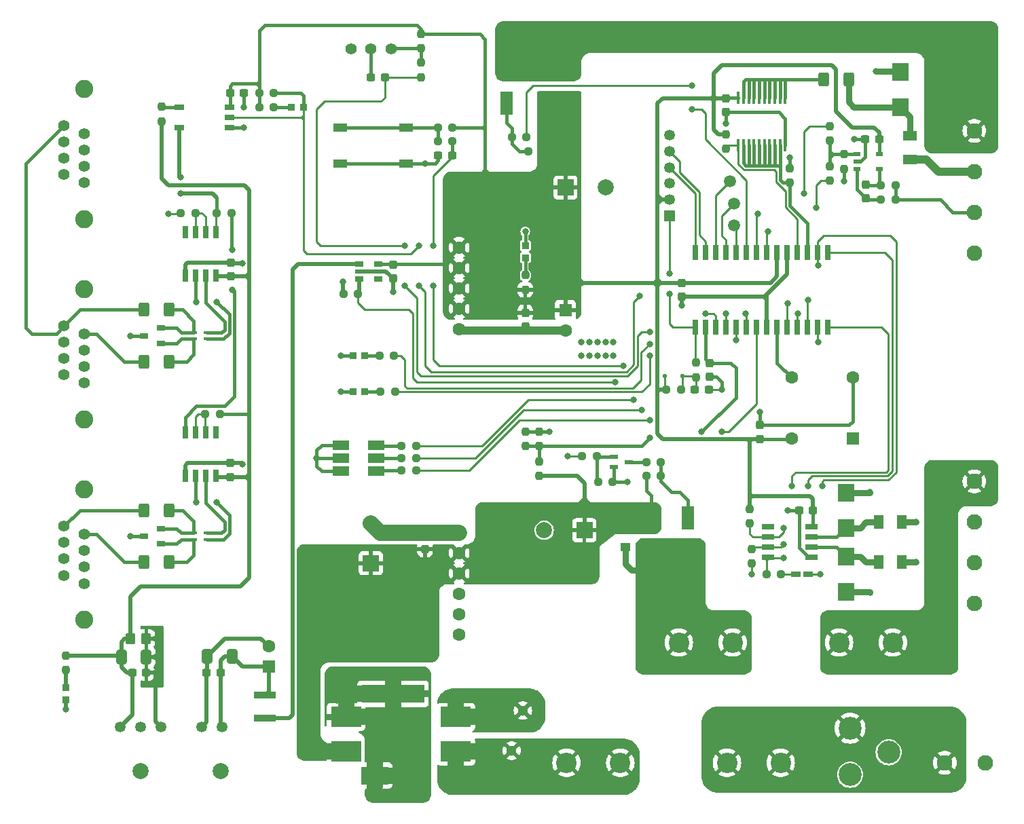
<source format=gtl>
G04 #@! TF.GenerationSoftware,KiCad,Pcbnew,7.0.8*
G04 #@! TF.CreationDate,2023-11-08T10:09:29+09:00*
G04 #@! TF.ProjectId,DMX512toWS2811,444d5835-3132-4746-9f57-53323831312e,rev?*
G04 #@! TF.SameCoordinates,Original*
G04 #@! TF.FileFunction,Copper,L1,Top*
G04 #@! TF.FilePolarity,Positive*
%FSLAX46Y46*%
G04 Gerber Fmt 4.6, Leading zero omitted, Abs format (unit mm)*
G04 Created by KiCad (PCBNEW 7.0.8) date 2023-11-08 10:09:29*
%MOMM*%
%LPD*%
G01*
G04 APERTURE LIST*
G04 Aperture macros list*
%AMRoundRect*
0 Rectangle with rounded corners*
0 $1 Rounding radius*
0 $2 $3 $4 $5 $6 $7 $8 $9 X,Y pos of 4 corners*
0 Add a 4 corners polygon primitive as box body*
4,1,4,$2,$3,$4,$5,$6,$7,$8,$9,$2,$3,0*
0 Add four circle primitives for the rounded corners*
1,1,$1+$1,$2,$3*
1,1,$1+$1,$4,$5*
1,1,$1+$1,$6,$7*
1,1,$1+$1,$8,$9*
0 Add four rect primitives between the rounded corners*
20,1,$1+$1,$2,$3,$4,$5,0*
20,1,$1+$1,$4,$5,$6,$7,0*
20,1,$1+$1,$6,$7,$8,$9,0*
20,1,$1+$1,$8,$9,$2,$3,0*%
G04 Aperture macros list end*
G04 #@! TA.AperFunction,SMDPad,CuDef*
%ADD10RoundRect,0.237500X-0.237500X0.250000X-0.237500X-0.250000X0.237500X-0.250000X0.237500X0.250000X0*%
G04 #@! TD*
G04 #@! TA.AperFunction,SMDPad,CuDef*
%ADD11RoundRect,0.237500X-0.237500X0.300000X-0.237500X-0.300000X0.237500X-0.300000X0.237500X0.300000X0*%
G04 #@! TD*
G04 #@! TA.AperFunction,SMDPad,CuDef*
%ADD12RoundRect,0.237500X-0.250000X-0.237500X0.250000X-0.237500X0.250000X0.237500X-0.250000X0.237500X0*%
G04 #@! TD*
G04 #@! TA.AperFunction,SMDPad,CuDef*
%ADD13RoundRect,0.250000X-0.400000X-0.625000X0.400000X-0.625000X0.400000X0.625000X-0.400000X0.625000X0*%
G04 #@! TD*
G04 #@! TA.AperFunction,SMDPad,CuDef*
%ADD14RoundRect,0.237500X0.250000X0.237500X-0.250000X0.237500X-0.250000X-0.237500X0.250000X-0.237500X0*%
G04 #@! TD*
G04 #@! TA.AperFunction,SMDPad,CuDef*
%ADD15R,0.450000X1.500000*%
G04 #@! TD*
G04 #@! TA.AperFunction,SMDPad,CuDef*
%ADD16R,0.900000X0.400000*%
G04 #@! TD*
G04 #@! TA.AperFunction,SMDPad,CuDef*
%ADD17R,1.200000X0.800000*%
G04 #@! TD*
G04 #@! TA.AperFunction,ComponentPad*
%ADD18R,1.600000X1.600000*%
G04 #@! TD*
G04 #@! TA.AperFunction,ComponentPad*
%ADD19C,1.600000*%
G04 #@! TD*
G04 #@! TA.AperFunction,ComponentPad*
%ADD20C,1.950000*%
G04 #@! TD*
G04 #@! TA.AperFunction,SMDPad,CuDef*
%ADD21RoundRect,0.237500X0.300000X0.237500X-0.300000X0.237500X-0.300000X-0.237500X0.300000X-0.237500X0*%
G04 #@! TD*
G04 #@! TA.AperFunction,SMDPad,CuDef*
%ADD22R,1.000000X0.800000*%
G04 #@! TD*
G04 #@! TA.AperFunction,SMDPad,CuDef*
%ADD23R,1.000000X0.600000*%
G04 #@! TD*
G04 #@! TA.AperFunction,SMDPad,CuDef*
%ADD24R,0.950000X0.900000*%
G04 #@! TD*
G04 #@! TA.AperFunction,ComponentPad*
%ADD25C,1.400000*%
G04 #@! TD*
G04 #@! TA.AperFunction,ComponentPad*
%ADD26C,2.250000*%
G04 #@! TD*
G04 #@! TA.AperFunction,ComponentPad*
%ADD27R,2.000000X2.000000*%
G04 #@! TD*
G04 #@! TA.AperFunction,ComponentPad*
%ADD28C,2.000000*%
G04 #@! TD*
G04 #@! TA.AperFunction,SMDPad,CuDef*
%ADD29RoundRect,0.237500X0.237500X-0.250000X0.237500X0.250000X-0.237500X0.250000X-0.237500X-0.250000X0*%
G04 #@! TD*
G04 #@! TA.AperFunction,SMDPad,CuDef*
%ADD30R,1.810000X1.160000*%
G04 #@! TD*
G04 #@! TA.AperFunction,SMDPad,CuDef*
%ADD31R,1.100000X0.650000*%
G04 #@! TD*
G04 #@! TA.AperFunction,ComponentPad*
%ADD32R,1.350000X1.350000*%
G04 #@! TD*
G04 #@! TA.AperFunction,ComponentPad*
%ADD33C,1.350000*%
G04 #@! TD*
G04 #@! TA.AperFunction,SMDPad,CuDef*
%ADD34RoundRect,0.237500X-0.300000X-0.237500X0.300000X-0.237500X0.300000X0.237500X-0.300000X0.237500X0*%
G04 #@! TD*
G04 #@! TA.AperFunction,SMDPad,CuDef*
%ADD35RoundRect,0.125000X-0.125000X-0.125000X0.125000X-0.125000X0.125000X0.125000X-0.125000X0.125000X0*%
G04 #@! TD*
G04 #@! TA.AperFunction,ComponentPad*
%ADD36C,1.500000*%
G04 #@! TD*
G04 #@! TA.AperFunction,SMDPad,CuDef*
%ADD37RoundRect,0.250000X0.400000X0.625000X-0.400000X0.625000X-0.400000X-0.625000X0.400000X-0.625000X0*%
G04 #@! TD*
G04 #@! TA.AperFunction,SMDPad,CuDef*
%ADD38R,0.650000X1.850000*%
G04 #@! TD*
G04 #@! TA.AperFunction,ComponentPad*
%ADD39C,2.550000*%
G04 #@! TD*
G04 #@! TA.AperFunction,SMDPad,CuDef*
%ADD40R,1.525000X0.650000*%
G04 #@! TD*
G04 #@! TA.AperFunction,SMDPad,CuDef*
%ADD41R,1.000000X0.500000*%
G04 #@! TD*
G04 #@! TA.AperFunction,SMDPad,CuDef*
%ADD42R,0.900000X0.950000*%
G04 #@! TD*
G04 #@! TA.AperFunction,SMDPad,CuDef*
%ADD43R,2.000000X1.300000*%
G04 #@! TD*
G04 #@! TA.AperFunction,SMDPad,CuDef*
%ADD44R,1.270000X1.100000*%
G04 #@! TD*
G04 #@! TA.AperFunction,SMDPad,CuDef*
%ADD45RoundRect,0.250000X-0.412500X-0.650000X0.412500X-0.650000X0.412500X0.650000X-0.412500X0.650000X0*%
G04 #@! TD*
G04 #@! TA.AperFunction,SMDPad,CuDef*
%ADD46RoundRect,0.237500X0.237500X-0.300000X0.237500X0.300000X-0.237500X0.300000X-0.237500X-0.300000X0*%
G04 #@! TD*
G04 #@! TA.AperFunction,ComponentPad*
%ADD47C,1.349000*%
G04 #@! TD*
G04 #@! TA.AperFunction,SMDPad,CuDef*
%ADD48R,1.200000X0.700000*%
G04 #@! TD*
G04 #@! TA.AperFunction,SMDPad,CuDef*
%ADD49R,2.150000X2.200000*%
G04 #@! TD*
G04 #@! TA.AperFunction,SMDPad,CuDef*
%ADD50R,1.160000X1.810000*%
G04 #@! TD*
G04 #@! TA.AperFunction,SMDPad,CuDef*
%ADD51R,1.800000X1.000000*%
G04 #@! TD*
G04 #@! TA.AperFunction,ComponentPad*
%ADD52C,1.300000*%
G04 #@! TD*
G04 #@! TA.AperFunction,SMDPad,CuDef*
%ADD53R,1.600000X3.000000*%
G04 #@! TD*
G04 #@! TA.AperFunction,SMDPad,CuDef*
%ADD54R,6.000000X6.000000*%
G04 #@! TD*
G04 #@! TA.AperFunction,SMDPad,CuDef*
%ADD55R,3.800000X2.500000*%
G04 #@! TD*
G04 #@! TA.AperFunction,SMDPad,CuDef*
%ADD56R,7.900000X2.300000*%
G04 #@! TD*
G04 #@! TA.AperFunction,SMDPad,CuDef*
%ADD57R,3.400000X2.300000*%
G04 #@! TD*
G04 #@! TA.AperFunction,SMDPad,CuDef*
%ADD58R,0.900000X0.600000*%
G04 #@! TD*
G04 #@! TA.AperFunction,SMDPad,CuDef*
%ADD59RoundRect,0.250000X0.350000X0.450000X-0.350000X0.450000X-0.350000X-0.450000X0.350000X-0.450000X0*%
G04 #@! TD*
G04 #@! TA.AperFunction,SMDPad,CuDef*
%ADD60R,0.650000X1.525000*%
G04 #@! TD*
G04 #@! TA.AperFunction,SMDPad,CuDef*
%ADD61R,2.800000X0.900000*%
G04 #@! TD*
G04 #@! TA.AperFunction,SMDPad,CuDef*
%ADD62RoundRect,0.250000X0.412500X0.650000X-0.412500X0.650000X-0.412500X-0.650000X0.412500X-0.650000X0*%
G04 #@! TD*
G04 #@! TA.AperFunction,ComponentPad*
%ADD63C,2.850000*%
G04 #@! TD*
G04 #@! TA.AperFunction,ViaPad*
%ADD64C,0.800000*%
G04 #@! TD*
G04 #@! TA.AperFunction,Conductor*
%ADD65C,0.500000*%
G04 #@! TD*
G04 #@! TA.AperFunction,Conductor*
%ADD66C,0.400000*%
G04 #@! TD*
G04 #@! TA.AperFunction,Conductor*
%ADD67C,0.250000*%
G04 #@! TD*
G04 #@! TA.AperFunction,Conductor*
%ADD68C,2.000000*%
G04 #@! TD*
G04 #@! TA.AperFunction,Conductor*
%ADD69C,0.800000*%
G04 #@! TD*
G04 #@! TA.AperFunction,Conductor*
%ADD70C,1.000000*%
G04 #@! TD*
G04 APERTURE END LIST*
D10*
G04 #@! TO.P,R21,1*
G04 #@! TO.N,+5V*
X120500000Y-48587500D03*
G04 #@! TO.P,R21,2*
G04 #@! TO.N,Net-(S2-NO)*
X120500000Y-50412500D03*
G04 #@! TD*
D11*
G04 #@! TO.P,C21,1*
G04 #@! TO.N,Net-(IC8-OUTPUT)*
X176000000Y-67387500D03*
G04 #@! TO.P,C21,2*
G04 #@! TO.N,Net-(IC8--INPUT)*
X176000000Y-69112500D03*
G04 #@! TD*
D12*
G04 #@! TO.P,R41,1*
G04 #@! TO.N,Net-(IC8-OUTPUT)*
X177837500Y-67500000D03*
G04 #@! TO.P,R41,2*
G04 #@! TO.N,/OSRAM_SIG_OUT*
X179662500Y-67500000D03*
G04 #@! TD*
D13*
G04 #@! TO.P,R1,1*
G04 #@! TO.N,/DATA-(B)*
X85950000Y-83000000D03*
G04 #@! TO.P,R1,2*
G04 #@! TO.N,Net-(D1-Pad2)*
X89050000Y-83000000D03*
G04 #@! TD*
D14*
G04 #@! TO.P,R39,1*
G04 #@! TO.N,Net-(Q3-G)*
X150412500Y-102000000D03*
G04 #@! TO.P,R39,2*
G04 #@! TO.N,Net-(Q2-D)*
X148587500Y-102000000D03*
G04 #@! TD*
G04 #@! TO.P,R28,1*
G04 #@! TO.N,PWM_R*
X119912500Y-100000000D03*
G04 #@! TO.P,R28,2*
G04 #@! TO.N,Net-(LED6-A_RL)*
X118087500Y-100000000D03*
G04 #@! TD*
D12*
G04 #@! TO.P,R31,1*
G04 #@! TO.N,UART_RX*
X163587500Y-116000000D03*
G04 #@! TO.P,R31,2*
G04 #@! TO.N,Net-(LED7-Pad2)*
X165412500Y-116000000D03*
G04 #@! TD*
D15*
G04 #@! TO.P,IC6,1,~{OE1}*
G04 #@! TO.N,SIGOUT_nEN*
X160075000Y-62450000D03*
G04 #@! TO.P,IC6,2,A1*
G04 #@! TO.N,SIGOUT*
X160725000Y-62450000D03*
G04 #@! TO.P,IC6,3,A2*
X161375000Y-62450000D03*
G04 #@! TO.P,IC6,4,A3*
X162025000Y-62450000D03*
G04 #@! TO.P,IC6,5,A4*
X162675000Y-62450000D03*
G04 #@! TO.P,IC6,6,A5*
X163325000Y-62450000D03*
G04 #@! TO.P,IC6,7,A6*
X163975000Y-62450000D03*
G04 #@! TO.P,IC6,8,A7*
X164625000Y-62450000D03*
G04 #@! TO.P,IC6,9,A8*
X165275000Y-62450000D03*
G04 #@! TO.P,IC6,10,GND*
G04 #@! TO.N,GND*
X165925000Y-62450000D03*
G04 #@! TO.P,IC6,11,Y8*
G04 #@! TO.N,Net-(IC6-Y1)*
X165925000Y-56550000D03*
G04 #@! TO.P,IC6,12,Y7*
X165275000Y-56550000D03*
G04 #@! TO.P,IC6,13,Y6*
X164625000Y-56550000D03*
G04 #@! TO.P,IC6,14,Y5*
X163975000Y-56550000D03*
G04 #@! TO.P,IC6,15,Y4*
X163325000Y-56550000D03*
G04 #@! TO.P,IC6,16,Y3*
X162675000Y-56550000D03*
G04 #@! TO.P,IC6,17,Y2*
X162025000Y-56550000D03*
G04 #@! TO.P,IC6,18,Y1*
X161375000Y-56550000D03*
G04 #@! TO.P,IC6,19,~{OE2}*
X160725000Y-56550000D03*
G04 #@! TO.P,IC6,20,VCC*
G04 #@! TO.N,+5V*
X160075000Y-56550000D03*
G04 #@! TD*
D16*
G04 #@! TO.P,FL1,1,1*
G04 #@! TO.N,Net-(D1-Pad1)*
X92150000Y-86650000D03*
G04 #@! TO.P,FL1,2,2*
G04 #@! TO.N,Net-(IC1-A)*
X93850000Y-86650000D03*
G04 #@! TO.P,FL1,3,3*
G04 #@! TO.N,Net-(IC1-B)*
X93850000Y-85850000D03*
G04 #@! TO.P,FL1,4,4*
G04 #@! TO.N,Net-(D1-Pad2)*
X92150000Y-85850000D03*
G04 #@! TD*
D17*
G04 #@! TO.P,IC3,1,ANODE*
G04 #@! TO.N,Net-(IC3-ANODE)*
X90350000Y-57730000D03*
G04 #@! TO.P,IC3,3,CATHODE*
G04 #@! TO.N,Net-(IC1-RO)*
X90350000Y-60270000D03*
G04 #@! TO.P,IC3,4,GND*
G04 #@! TO.N,GND*
X96650000Y-60270000D03*
G04 #@! TO.P,IC3,5,VO_(OUTPUT)*
G04 #@! TO.N,UART_RX*
X96650000Y-59000000D03*
G04 #@! TO.P,IC3,6,VCC*
G04 #@! TO.N,+5V*
X96650000Y-57730000D03*
G04 #@! TD*
D18*
G04 #@! TO.P,CA3,1*
G04 #@! TO.N,+5V*
X138500000Y-83067621D03*
D19*
G04 #@! TO.P,CA3,2*
G04 #@! TO.N,GND*
X138500000Y-85567621D03*
G04 #@! TD*
D20*
G04 #@! TO.P,CN4,1,1*
G04 #@! TO.N,/WS_SIG_OUT*
X189500000Y-65750000D03*
G04 #@! TO.P,CN4,2,2*
G04 #@! TO.N,/5V_OUT*
X189500000Y-60670000D03*
G04 #@! TD*
D12*
G04 #@! TO.P,R42,1*
G04 #@! TO.N,Net-(IC8--INPUT)*
X177837500Y-69250000D03*
G04 #@! TO.P,R42,2*
G04 #@! TO.N,/OSRAM_SIG_OUT*
X179662500Y-69250000D03*
G04 #@! TD*
D11*
G04 #@! TO.P,C14,1*
G04 #@! TO.N,BAT_VOL*
X156500000Y-89637500D03*
G04 #@! TO.P,C14,2*
G04 #@! TO.N,GND*
X156500000Y-91362500D03*
G04 #@! TD*
D21*
G04 #@! TO.P,C15,1*
G04 #@! TO.N,RST_SW*
X124362500Y-63750000D03*
G04 #@! TO.P,C15,2*
G04 #@! TO.N,GND*
X122637500Y-63750000D03*
G04 #@! TD*
D22*
G04 #@! TO.P,IC4,1,VOUT*
G04 #@! TO.N,Net-(IC4-VOUT)*
X112800000Y-77300000D03*
D23*
G04 #@! TO.P,IC4,2,GND*
G04 #@! TO.N,GND*
X112800000Y-78250000D03*
D22*
G04 #@! TO.P,IC4,3,CONTROL*
G04 #@! TO.N,ISOPS_EN*
X112800000Y-79200000D03*
G04 #@! TO.P,IC4,4,NC*
G04 #@! TO.N,unconnected-(IC4-NC-Pad4)*
X115200000Y-79200000D03*
G04 #@! TO.P,IC4,5,VIN*
G04 #@! TO.N,+5V*
X115200000Y-77300000D03*
G04 #@! TD*
D24*
G04 #@! TO.P,LED1,1*
G04 #@! TO.N,GND_ISO*
X76250000Y-131637082D03*
G04 #@! TO.P,LED1,2*
G04 #@! TO.N,Net-(LED1-Pad2)*
X76250000Y-130137082D03*
G04 #@! TD*
D20*
G04 #@! TO.P,CN7,1,1*
G04 #@! TO.N,GND*
X189500000Y-75910000D03*
G04 #@! TO.P,CN7,2,2*
G04 #@! TO.N,/OSRAM_SIG_OUT*
X189500000Y-70830000D03*
G04 #@! TD*
D25*
G04 #@! TO.P,J2,1,1*
G04 #@! TO.N,/DATA-(B)*
X76000000Y-85000000D03*
G04 #@! TO.P,J2,2,2*
G04 #@! TO.N,/DATA+(A)*
X78540000Y-86020000D03*
G04 #@! TO.P,J2,3,3*
G04 #@! TO.N,GND_ISO*
X76000000Y-87040000D03*
G04 #@! TO.P,J2,4,4*
G04 #@! TO.N,unconnected-(J2-Pad4)*
X78540000Y-88060000D03*
G04 #@! TO.P,J2,5,5*
G04 #@! TO.N,unconnected-(J2-Pad5)*
X76000000Y-89080000D03*
G04 #@! TO.P,J2,6,6*
G04 #@! TO.N,GND_ISO*
X78540000Y-90100000D03*
G04 #@! TO.P,J2,7,7*
G04 #@! TO.N,unconnected-(J2-Pad7)*
X76000000Y-91120000D03*
G04 #@! TO.P,J2,8,8*
G04 #@! TO.N,unconnected-(J2-Pad8)*
X78540000Y-92140000D03*
D26*
G04 #@! TO.P,J2,9,9*
G04 #@! TO.N,GND_ISO*
X78540000Y-80445000D03*
G04 #@! TO.P,J2,10,10*
X78540000Y-96695000D03*
G04 #@! TD*
D12*
G04 #@! TO.P,R25,1*
G04 #@! TO.N,Net-(LED5-Pad2)*
X115417500Y-93250000D03*
G04 #@! TO.P,R25,2*
G04 #@! TO.N,SIG_STS*
X117242500Y-93250000D03*
G04 #@! TD*
G04 #@! TO.P,R5,1*
G04 #@! TO.N,GND_ISO*
X90525000Y-70923000D03*
G04 #@! TO.P,R5,2*
G04 #@! TO.N,Net-(IC1-DE)*
X92350000Y-70923000D03*
G04 #@! TD*
D27*
G04 #@! TO.P,CA1,1*
G04 #@! TO.N,VDC*
X114250000Y-114617677D03*
D28*
G04 #@! TO.P,CA1,2*
G04 #@! TO.N,GND*
X114250000Y-109617677D03*
G04 #@! TD*
D21*
G04 #@! TO.P,C7,1*
G04 #@! TO.N,Net-(PS1-+VIN)*
X95500000Y-128249582D03*
G04 #@! TO.P,C7,2*
G04 #@! TO.N,GND*
X93775000Y-128249582D03*
G04 #@! TD*
D29*
G04 #@! TO.P,R8,1*
G04 #@! TO.N,VDC*
X135240000Y-103750000D03*
G04 #@! TO.P,R8,2*
G04 #@! TO.N,BAT_VOL*
X135240000Y-101925000D03*
G04 #@! TD*
D30*
G04 #@! TO.P,F3,1,1*
G04 #@! TO.N,Net-(D4-Pad2)*
X181500000Y-61275000D03*
G04 #@! TO.P,F3,2,2*
G04 #@! TO.N,/WS_SIG_OUT*
X181500000Y-64225000D03*
G04 #@! TD*
D31*
G04 #@! TO.P,D1,1,1*
G04 #@! TO.N,Net-(D1-Pad1)*
X88050000Y-87210000D03*
G04 #@! TO.P,D1,2,2*
G04 #@! TO.N,Net-(D1-Pad2)*
X88050000Y-85290000D03*
G04 #@! TO.P,D1,3,3*
G04 #@! TO.N,GND_ISO*
X85950000Y-86250000D03*
G04 #@! TD*
D14*
G04 #@! TO.P,R35,1*
G04 #@! TO.N,5VOUT_EN*
X133662500Y-61500000D03*
G04 #@! TO.P,R35,2*
G04 #@! TO.N,Net-(Q1-G)*
X131837500Y-61500000D03*
G04 #@! TD*
D12*
G04 #@! TO.P,R7,1*
G04 #@! TO.N,Net-(IC1-RO)*
X95025000Y-70923000D03*
G04 #@! TO.P,R7,2*
G04 #@! TO.N,Net-(IC2-DI)*
X96850000Y-70923000D03*
G04 #@! TD*
D18*
G04 #@! TO.P,X1,1,EN*
G04 #@! TO.N,unconnected-(X1-EN-Pad1)*
X174310000Y-99060000D03*
D19*
G04 #@! TO.P,X1,4,GND*
G04 #@! TO.N,GND*
X174310000Y-91440000D03*
G04 #@! TO.P,X1,5,OUT*
G04 #@! TO.N,Net-(IC5-RA7)*
X166690000Y-91440000D03*
G04 #@! TO.P,X1,8,Vcc*
G04 #@! TO.N,+5V*
X166690000Y-99060000D03*
G04 #@! TD*
D32*
G04 #@! TO.P,CN3,1,1*
G04 #@! TO.N,RESET*
X151500000Y-71250000D03*
D33*
G04 #@! TO.P,CN3,2,2*
G04 #@! TO.N,+5V*
X151500000Y-69250000D03*
G04 #@! TO.P,CN3,3,3*
G04 #@! TO.N,GND*
X151500000Y-67250000D03*
G04 #@! TO.P,CN3,4,4*
G04 #@! TO.N,ICSPDAT*
X151500000Y-65250000D03*
G04 #@! TO.P,CN3,5,5*
G04 #@! TO.N,ICSPCLK*
X151500000Y-63250000D03*
G04 #@! TO.P,CN3,6,6*
G04 #@! TO.N,unconnected-(CN3-Pad6)*
X151500000Y-61250000D03*
G04 #@! TD*
D12*
G04 #@! TO.P,R18,1*
G04 #@! TO.N,+5V*
X151087500Y-93000000D03*
G04 #@! TO.P,R18,2*
G04 #@! TO.N,Net-(D3-A)*
X152912500Y-93000000D03*
G04 #@! TD*
D34*
G04 #@! TO.P,C12,1*
G04 #@! TO.N,Net-(D3-A)*
X154637500Y-93000000D03*
G04 #@! TO.P,C12,2*
G04 #@! TO.N,GND*
X156362500Y-93000000D03*
G04 #@! TD*
D29*
G04 #@! TO.P,R12,1*
G04 #@! TO.N,+5V_ISO*
X88150000Y-59500000D03*
G04 #@! TO.P,R12,2*
G04 #@! TO.N,Net-(IC3-ANODE)*
X88150000Y-57675000D03*
G04 #@! TD*
D35*
G04 #@! TO.P,D3,1,K*
G04 #@! TO.N,+5V*
X150900000Y-91250000D03*
G04 #@! TO.P,D3,2,A*
G04 #@! TO.N,Net-(D3-A)*
X153100000Y-91250000D03*
G04 #@! TD*
D36*
G04 #@! TO.P,TP3,1,1*
G04 #@! TO.N,Net-(IC5-RB5)*
X159000000Y-67000000D03*
G04 #@! TD*
D37*
G04 #@! TO.P,R4,1*
G04 #@! TO.N,Net-(D2-Pad1)*
X89050000Y-114500000D03*
G04 #@! TO.P,R4,2*
G04 #@! TO.N,Net-(J3-Pad2)*
X85950000Y-114500000D03*
G04 #@! TD*
D12*
G04 #@! TO.P,R17,1*
G04 #@! TO.N,GND*
X110837500Y-81000000D03*
G04 #@! TO.P,R17,2*
G04 #@! TO.N,ISOPS_EN*
X112662500Y-81000000D03*
G04 #@! TD*
D11*
G04 #@! TO.P,C2,1*
G04 #@! TO.N,GND_ISO*
X96775000Y-77137500D03*
G04 #@! TO.P,C2,2*
G04 #@! TO.N,+5V_ISO*
X96775000Y-78862500D03*
G04 #@! TD*
D38*
G04 #@! TO.P,IC5,1,~{MCLR}/VPP/RE3*
G04 #@! TO.N,RESET*
X154745000Y-85175000D03*
G04 #@! TO.P,IC5,2,RA0*
G04 #@! TO.N,BAT_VOL*
X156015000Y-85175000D03*
G04 #@! TO.P,IC5,3,RA1*
G04 #@! TO.N,PWR_LED*
X157285000Y-85175000D03*
G04 #@! TO.P,IC5,4,RA2*
G04 #@! TO.N,SIG_STS*
X158555000Y-85175000D03*
G04 #@! TO.P,IC5,5,RA3*
G04 #@! TO.N,ISOPS_EN*
X159825000Y-85175000D03*
G04 #@! TO.P,IC5,6,RA4*
G04 #@! TO.N,RST_SW*
X161095000Y-85175000D03*
G04 #@! TO.P,IC5,7,RA5*
G04 #@! TO.N,DMXPORTOUT_EN*
X162365000Y-85175000D03*
G04 #@! TO.P,IC5,8,VSS_1*
G04 #@! TO.N,GND*
X163635000Y-85175000D03*
G04 #@! TO.P,IC5,9,RA7*
G04 #@! TO.N,Net-(IC5-RA7)*
X164905000Y-85175000D03*
G04 #@! TO.P,IC5,10,RA6*
G04 #@! TO.N,PSMODE_SW*
X166175000Y-85175000D03*
G04 #@! TO.P,IC5,11,RC0*
G04 #@! TO.N,PWM_R*
X167445000Y-85175000D03*
G04 #@! TO.P,IC5,12,RC1*
G04 #@! TO.N,PWM_G*
X168715000Y-85175000D03*
G04 #@! TO.P,IC5,13,RC2*
G04 #@! TO.N,PWM_B*
X169985000Y-85175000D03*
G04 #@! TO.P,IC5,14,RC3*
G04 #@! TO.N,485_nRE*
X171255000Y-85175000D03*
G04 #@! TO.P,IC5,15,RC4*
G04 #@! TO.N,485_DE*
X171255000Y-75825000D03*
G04 #@! TO.P,IC5,16,RC5*
G04 #@! TO.N,UART_RX*
X169985000Y-75825000D03*
G04 #@! TO.P,IC5,17,RC6*
G04 #@! TO.N,SIGOUT*
X168715000Y-75825000D03*
G04 #@! TO.P,IC5,18,RC7*
G04 #@! TO.N,SIGOUT_nEN*
X167445000Y-75825000D03*
G04 #@! TO.P,IC5,19,VSS_2*
G04 #@! TO.N,GND*
X166175000Y-75825000D03*
G04 #@! TO.P,IC5,20,VDD*
G04 #@! TO.N,+5V*
X164905000Y-75825000D03*
G04 #@! TO.P,IC5,21,RB0*
G04 #@! TO.N,OSIG_P*
X163635000Y-75825000D03*
G04 #@! TO.P,IC5,22,RB1*
G04 #@! TO.N,OSIG_N*
X162365000Y-75825000D03*
G04 #@! TO.P,IC5,23,RB2*
G04 #@! TO.N,5VOUT_EN*
X161095000Y-75825000D03*
G04 #@! TO.P,IC5,24,RB3*
G04 #@! TO.N,Net-(IC5-RB3)*
X159825000Y-75825000D03*
G04 #@! TO.P,IC5,25,RB4*
G04 #@! TO.N,Net-(IC5-RB4)*
X158555000Y-75825000D03*
G04 #@! TO.P,IC5,26,RB5*
G04 #@! TO.N,Net-(IC5-RB5)*
X157285000Y-75825000D03*
G04 #@! TO.P,IC5,27,RB6/ICSPCLK*
G04 #@! TO.N,ICSPCLK*
X156015000Y-75825000D03*
G04 #@! TO.P,IC5,28,RB7/ICSPDAT*
G04 #@! TO.N,ICSPDAT*
X154745000Y-75825000D03*
G04 #@! TD*
D39*
G04 #@! TO.P,F1,1,1*
G04 #@! TO.N,+BATT*
X165350000Y-139500000D03*
G04 #@! TO.P,F1,2,2*
X158650000Y-139500000D03*
G04 #@! TD*
D40*
G04 #@! TO.P,IC7,1,RO*
G04 #@! TO.N,unconnected-(IC7-RO-Pad1)*
X163788000Y-110095000D03*
G04 #@! TO.P,IC7,2,~{RE}*
G04 #@! TO.N,485_nRE*
X163788000Y-111365000D03*
G04 #@! TO.P,IC7,3,DE*
G04 #@! TO.N,485_DE*
X163788000Y-112635000D03*
G04 #@! TO.P,IC7,4,DI*
G04 #@! TO.N,UART_RX*
X163788000Y-113905000D03*
G04 #@! TO.P,IC7,5,GND*
G04 #@! TO.N,GND*
X169212000Y-113905000D03*
G04 #@! TO.P,IC7,6,A*
G04 #@! TO.N,Net-(IC7-A)*
X169212000Y-112635000D03*
G04 #@! TO.P,IC7,7,B*
G04 #@! TO.N,Net-(IC7-B)*
X169212000Y-111365000D03*
G04 #@! TO.P,IC7,8,VCC*
G04 #@! TO.N,+5V*
X169212000Y-110095000D03*
G04 #@! TD*
D41*
G04 #@! TO.P,Q2,1,G*
G04 #@! TO.N,Net-(Q2-G)*
X144550000Y-101350000D03*
G04 #@! TO.P,Q2,2,S*
G04 #@! TO.N,GND*
X144550000Y-102650000D03*
G04 #@! TO.P,Q2,3,D*
G04 #@! TO.N,Net-(Q2-D)*
X146450000Y-102000000D03*
G04 #@! TD*
D29*
G04 #@! TO.P,R44,1*
G04 #@! TO.N,GND*
X173250000Y-65412500D03*
G04 #@! TO.P,R44,2*
G04 #@! TO.N,Net-(IC8-+INPUT)*
X173250000Y-63587500D03*
G04 #@! TD*
D12*
G04 #@! TO.P,R22,1*
G04 #@! TO.N,Net-(S1-COM_1)*
X122587500Y-62000000D03*
G04 #@! TO.P,R22,2*
G04 #@! TO.N,RST_SW*
X124412500Y-62000000D03*
G04 #@! TD*
D42*
G04 #@! TO.P,LED4,1*
G04 #@! TO.N,GND*
X112000000Y-88750000D03*
G04 #@! TO.P,LED4,2*
G04 #@! TO.N,Net-(LED4-Pad2)*
X113500000Y-88750000D03*
G04 #@! TD*
D43*
G04 #@! TO.P,LED6,1,A_BL*
G04 #@! TO.N,Net-(LED6-A_BL)*
X114950000Y-103100000D03*
G04 #@! TO.P,LED6,2,A_GL*
G04 #@! TO.N,Net-(LED6-A_GL)*
X114950000Y-101500000D03*
G04 #@! TO.P,LED6,3,A_RL*
G04 #@! TO.N,Net-(LED6-A_RL)*
X114950000Y-99900000D03*
G04 #@! TO.P,LED6,4,K_BL*
G04 #@! TO.N,GND*
X110550000Y-99900000D03*
G04 #@! TO.P,LED6,5,K_GL*
X110550000Y-101500000D03*
G04 #@! TO.P,LED6,6,K_RL*
X110550000Y-103100000D03*
G04 #@! TD*
D44*
G04 #@! TO.P,D8,1,K*
G04 #@! TO.N,VDC*
X146000000Y-109400000D03*
G04 #@! TO.P,D8,2,A*
G04 #@! TO.N,Net-(D8-A)*
X146000000Y-112600000D03*
G04 #@! TD*
D29*
G04 #@! TO.P,R29,1*
G04 #@! TO.N,SIGOUT*
X166500000Y-67162500D03*
G04 #@! TO.P,R29,2*
G04 #@! TO.N,GND*
X166500000Y-65337500D03*
G04 #@! TD*
D45*
G04 #@! TO.P,C4,1*
G04 #@! TO.N,+5V_ISO*
X83125000Y-126299582D03*
G04 #@! TO.P,C4,2*
G04 #@! TO.N,GND_ISO*
X86250000Y-126299582D03*
G04 #@! TD*
D46*
G04 #@! TO.P,C8,1*
G04 #@! TO.N,VDC*
X121000000Y-112862500D03*
G04 #@! TO.P,C8,2*
G04 #@! TO.N,GND*
X121000000Y-111137500D03*
G04 #@! TD*
D39*
G04 #@! TO.P,F4,1,1*
G04 #@! TO.N,Net-(D8-A)*
X152650000Y-124500000D03*
G04 #@! TO.P,F4,2,2*
X159350000Y-124500000D03*
G04 #@! TD*
D11*
G04 #@! TO.P,C11,1*
G04 #@! TO.N,GND*
X162750000Y-97387500D03*
G04 #@! TO.P,C11,2*
G04 #@! TO.N,+5V*
X162750000Y-99112500D03*
G04 #@! TD*
D20*
G04 #@! TO.P,CN6,1,1*
G04 #@! TO.N,GND*
X189500000Y-119660000D03*
G04 #@! TO.P,CN6,2,2*
G04 #@! TO.N,/D+_OUT*
X189500000Y-114580000D03*
G04 #@! TD*
D10*
G04 #@! TO.P,R45,1*
G04 #@! TO.N,OSIG_N*
X171500000Y-60087500D03*
G04 #@! TO.P,R45,2*
G04 #@! TO.N,Net-(IC8-+INPUT)*
X171500000Y-61912500D03*
G04 #@! TD*
D39*
G04 #@! TO.P,F2,1,1*
G04 #@! TO.N,Net-(FL3-B)*
X145350000Y-139500000D03*
G04 #@! TO.P,F2,2,2*
X138650000Y-139500000D03*
G04 #@! TD*
D16*
G04 #@! TO.P,FL2,1,1*
G04 #@! TO.N,Net-(D2-Pad1)*
X92150000Y-111650000D03*
G04 #@! TO.P,FL2,2,2*
G04 #@! TO.N,Net-(IC2-A)*
X93850000Y-111650000D03*
G04 #@! TO.P,FL2,3,3*
G04 #@! TO.N,Net-(IC2-B)*
X93850000Y-110850000D03*
G04 #@! TO.P,FL2,4,4*
G04 #@! TO.N,Net-(D2-Pad2)*
X92150000Y-110850000D03*
G04 #@! TD*
D29*
G04 #@! TO.P,R9,1*
G04 #@! TO.N,BAT_VOL*
X135250000Y-100000000D03*
G04 #@! TO.P,R9,2*
G04 #@! TO.N,GND*
X135250000Y-98175000D03*
G04 #@! TD*
D47*
G04 #@! TO.P,PS1,1,+VIN*
G04 #@! TO.N,Net-(PS1-+VIN)*
X95727082Y-135049582D03*
G04 #@! TO.P,PS1,2,-VIN*
G04 #@! TO.N,GND*
X93187082Y-135049582D03*
G04 #@! TO.P,PS1,4,-VOUT*
G04 #@! TO.N,GND_ISO*
X88107082Y-135049582D03*
G04 #@! TO.P,PS1,5,NO_PIN*
G04 #@! TO.N,unconnected-(PS1-NO_PIN-Pad5)*
X85567082Y-135049582D03*
G04 #@! TO.P,PS1,6,+VOUT*
G04 #@! TO.N,+5V_ISO*
X83027082Y-135049582D03*
G04 #@! TD*
D10*
G04 #@! TO.P,R30,1*
G04 #@! TO.N,+5V*
X158500000Y-61087500D03*
G04 #@! TO.P,R30,2*
G04 #@! TO.N,SIGOUT_nEN*
X158500000Y-62912500D03*
G04 #@! TD*
D21*
G04 #@! TO.P,C16,1*
G04 #@! TO.N,PSMODE_SW*
X115975000Y-54000000D03*
G04 #@! TO.P,C16,2*
G04 #@! TO.N,GND*
X114250000Y-54000000D03*
G04 #@! TD*
D28*
G04 #@! TO.P,C6,1*
G04 #@! TO.N,GND_ISO*
X85500000Y-140549582D03*
G04 #@! TO.P,C6,2*
G04 #@! TO.N,GND*
X95500000Y-140549582D03*
G04 #@! TD*
D46*
G04 #@! TO.P,C13,1*
G04 #@! TO.N,GND*
X117000000Y-79112500D03*
G04 #@! TO.P,C13,2*
G04 #@! TO.N,+5V*
X117000000Y-77387500D03*
G04 #@! TD*
D20*
G04 #@! TO.P,CN1,1,1*
G04 #@! TO.N,+BATT*
X185810000Y-139500000D03*
G04 #@! TO.P,CN1,2,2*
G04 #@! TO.N,-BATT*
X190890000Y-139500000D03*
G04 #@! TD*
D48*
G04 #@! TO.P,LED7,1*
G04 #@! TO.N,GND*
X168750000Y-116000000D03*
G04 #@! TO.P,LED7,2*
G04 #@! TO.N,Net-(LED7-Pad2)*
X167250000Y-116000000D03*
G04 #@! TD*
D49*
G04 #@! TO.P,D4,1,1*
G04 #@! TO.N,GND*
X180250000Y-53300000D03*
G04 #@! TO.P,D4,2,2*
G04 #@! TO.N,Net-(D4-Pad2)*
X180250000Y-57700000D03*
G04 #@! TD*
D24*
G04 #@! TO.P,LED3,1*
G04 #@! TO.N,GND*
X133500000Y-75000000D03*
G04 #@! TO.P,LED3,2*
G04 #@! TO.N,Net-(LED3-Pad2)*
X133500000Y-76500000D03*
G04 #@! TD*
D50*
G04 #@! TO.P,F5,1,1*
G04 #@! TO.N,Net-(IC7-B)*
X177525000Y-109500000D03*
G04 #@! TO.P,F5,2,2*
G04 #@! TO.N,/D-_OUT*
X180475000Y-109500000D03*
G04 #@! TD*
D25*
G04 #@! TO.P,J3,1,1*
G04 #@! TO.N,Net-(J3-Pad1)*
X76000000Y-110000000D03*
G04 #@! TO.P,J3,2,2*
G04 #@! TO.N,Net-(J3-Pad2)*
X78540000Y-111020000D03*
G04 #@! TO.P,J3,3,3*
G04 #@! TO.N,GND_ISO*
X76000000Y-112040000D03*
G04 #@! TO.P,J3,4,4*
G04 #@! TO.N,unconnected-(J3-Pad4)*
X78540000Y-113060000D03*
G04 #@! TO.P,J3,5,5*
G04 #@! TO.N,unconnected-(J3-Pad5)*
X76000000Y-114080000D03*
G04 #@! TO.P,J3,6,6*
G04 #@! TO.N,GND_ISO*
X78540000Y-115100000D03*
G04 #@! TO.P,J3,7,7*
G04 #@! TO.N,unconnected-(J3-Pad7)*
X76000000Y-116120000D03*
G04 #@! TO.P,J3,8,8*
G04 #@! TO.N,unconnected-(J3-Pad8)*
X78540000Y-117140000D03*
D26*
G04 #@! TO.P,J3,9,9*
G04 #@! TO.N,GND_ISO*
X78540000Y-105445000D03*
G04 #@! TO.P,J3,10,10*
X78540000Y-121695000D03*
G04 #@! TD*
D51*
G04 #@! TO.P,S1,A1,COM_1*
G04 #@! TO.N,Net-(S1-COM_1)*
X118600000Y-60250000D03*
G04 #@! TO.P,S1,B1,COM_2*
X110400000Y-60250000D03*
G04 #@! TO.P,S1,C1,NO_1*
G04 #@! TO.N,GND*
X118600000Y-64750000D03*
G04 #@! TO.P,S1,D1,NO_2*
X110400000Y-64750000D03*
G04 #@! TD*
D34*
G04 #@! TO.P,C3,1*
G04 #@! TO.N,+5V_ISO*
X84525000Y-128299582D03*
G04 #@! TO.P,C3,2*
G04 #@! TO.N,GND_ISO*
X86250000Y-128299582D03*
G04 #@! TD*
D29*
G04 #@! TO.P,R13,1*
G04 #@! TO.N,Net-(LED1-Pad2)*
X76250000Y-127962082D03*
G04 #@! TO.P,R13,2*
G04 #@! TO.N,+5V_ISO*
X76250000Y-126137082D03*
G04 #@! TD*
D14*
G04 #@! TO.P,R24,1*
G04 #@! TO.N,PWR_LED*
X117155000Y-88750000D03*
G04 #@! TO.P,R24,2*
G04 #@! TO.N,Net-(LED4-Pad2)*
X115330000Y-88750000D03*
G04 #@! TD*
D12*
G04 #@! TO.P,R38,1*
G04 #@! TO.N,Net-(Q2-G)*
X142587500Y-104500000D03*
G04 #@! TO.P,R38,2*
G04 #@! TO.N,GND*
X144412500Y-104500000D03*
G04 #@! TD*
D52*
G04 #@! TO.P,VA1,1,1*
G04 #@! TO.N,Net-(FL3-B)*
X131800000Y-138000000D03*
G04 #@! TO.P,VA1,2,2*
G04 #@! TO.N,-BATT*
X133200000Y-133000000D03*
G04 #@! TD*
D10*
G04 #@! TO.P,R33,1*
G04 #@! TO.N,485_DE*
X161750000Y-112837500D03*
G04 #@! TO.P,R33,2*
G04 #@! TO.N,GND*
X161750000Y-114662500D03*
G04 #@! TD*
D12*
G04 #@! TO.P,R37,1*
G04 #@! TO.N,DMXPORTOUT_EN*
X140587500Y-101250000D03*
G04 #@! TO.P,R37,2*
G04 #@! TO.N,Net-(Q2-G)*
X142412500Y-101250000D03*
G04 #@! TD*
D29*
G04 #@! TO.P,R46,1*
G04 #@! TO.N,OSIG_P*
X171500000Y-66912500D03*
G04 #@! TO.P,R46,2*
G04 #@! TO.N,Net-(IC8-+INPUT)*
X171500000Y-65087500D03*
G04 #@! TD*
D27*
G04 #@! TO.P,CA5,1*
G04 #@! TO.N,VDC*
X140867677Y-110500000D03*
D28*
G04 #@! TO.P,CA5,2*
G04 #@! TO.N,GND*
X135867677Y-110500000D03*
G04 #@! TD*
D14*
G04 #@! TO.P,R6,1*
G04 #@! TO.N,+5V_ISO*
X95412500Y-96000000D03*
G04 #@! TO.P,R6,2*
G04 #@! TO.N,Net-(IC2-DE)*
X93587500Y-96000000D03*
G04 #@! TD*
D12*
G04 #@! TO.P,R15,1*
G04 #@! TO.N,+5V*
X100325000Y-56000000D03*
G04 #@! TO.P,R15,2*
G04 #@! TO.N,UART_RX*
X102150000Y-56000000D03*
G04 #@! TD*
D27*
G04 #@! TO.P,CA4,1*
G04 #@! TO.N,+5V*
X138500000Y-67750000D03*
D28*
G04 #@! TO.P,CA4,2*
G04 #@! TO.N,GND*
X143500000Y-67750000D03*
G04 #@! TD*
D18*
G04 #@! TO.P,CA2,1*
G04 #@! TO.N,Net-(PS1-+VIN)*
X101500000Y-127500000D03*
D19*
G04 #@! TO.P,CA2,2*
G04 #@! TO.N,GND*
X101500000Y-125000000D03*
G04 #@! TD*
D53*
G04 #@! TO.P,Q3,1,G*
G04 #@! TO.N,Net-(Q3-G)*
X153800000Y-109000000D03*
D54*
G04 #@! TO.P,Q3,2,D*
G04 #@! TO.N,Net-(D8-A)*
X151500000Y-115500000D03*
D53*
G04 #@! TO.P,Q3,3,S*
G04 #@! TO.N,VDC*
X149200000Y-109000000D03*
G04 #@! TD*
D19*
G04 #@! TO.P,PS2,1,+VOUT_1*
G04 #@! TO.N,+5V*
X125250000Y-75235000D03*
G04 #@! TO.P,PS2,2,+VOUT_2*
X125250000Y-77775000D03*
G04 #@! TO.P,PS2,3,+VOUT_3*
X125250000Y-80315000D03*
G04 #@! TO.P,PS2,4,+VOUT_4*
X125250000Y-82855000D03*
G04 #@! TO.P,PS2,5,COM_1*
G04 #@! TO.N,GND*
X125250000Y-85395000D03*
G04 #@! TO.P,PS2,6,COM_2*
X125250000Y-110795000D03*
G04 #@! TO.P,PS2,7,+VIN_1*
G04 #@! TO.N,VDC*
X125250000Y-113335000D03*
G04 #@! TO.P,PS2,8,+VIN_2*
X125250000Y-115875000D03*
G04 #@! TO.P,PS2,9,N.C.*
G04 #@! TO.N,unconnected-(PS2-N.C.-Pad9)*
X125250000Y-118415000D03*
G04 #@! TO.P,PS2,10,TRIM(OPTIONAL)*
G04 #@! TO.N,unconnected-(PS2-TRIM(OPTIONAL)-Pad10)*
X125250000Y-120955000D03*
G04 #@! TO.P,PS2,11,R.C.*
G04 #@! TO.N,unconnected-(PS2-R.C.-Pad11)*
X125250000Y-123495000D03*
G04 #@! TD*
D55*
G04 #@! TO.P,FL3,1,B*
G04 #@! TO.N,Net-(FL3-B)*
X124850000Y-138100000D03*
G04 #@! TO.P,FL3,2,CB*
G04 #@! TO.N,VDC*
X111150000Y-138100000D03*
G04 #@! TO.P,FL3,3,PSG*
G04 #@! TO.N,-BATT*
X124850000Y-133800000D03*
G04 #@! TO.P,FL3,4,CG_1*
G04 #@! TO.N,GND*
X111150000Y-133800000D03*
D56*
G04 #@! TO.P,FL3,5,CG_2*
X117000000Y-130900000D03*
D57*
G04 #@! TO.P,FL3,6,CG_3*
X114750000Y-141100000D03*
G04 #@! TD*
D25*
G04 #@! TO.P,J1,1,1*
G04 #@! TO.N,/DATA-(B)*
X76000000Y-60000000D03*
G04 #@! TO.P,J1,2,2*
G04 #@! TO.N,/DATA+(A)*
X78540000Y-61020000D03*
G04 #@! TO.P,J1,3,3*
G04 #@! TO.N,GND_ISO*
X76000000Y-62040000D03*
G04 #@! TO.P,J1,4,4*
G04 #@! TO.N,unconnected-(J1-Pad4)*
X78540000Y-63060000D03*
G04 #@! TO.P,J1,5,5*
G04 #@! TO.N,unconnected-(J1-Pad5)*
X76000000Y-64080000D03*
G04 #@! TO.P,J1,6,6*
G04 #@! TO.N,GND_ISO*
X78540000Y-65100000D03*
G04 #@! TO.P,J1,7,7*
G04 #@! TO.N,unconnected-(J1-Pad7)*
X76000000Y-66120000D03*
G04 #@! TO.P,J1,8,8*
G04 #@! TO.N,unconnected-(J1-Pad8)*
X78540000Y-67140000D03*
D26*
G04 #@! TO.P,J1,9,9*
G04 #@! TO.N,GND_ISO*
X78540000Y-55445000D03*
G04 #@! TO.P,J1,10,10*
X78540000Y-71695000D03*
G04 #@! TD*
D58*
G04 #@! TO.P,IC8,1,+INPUT*
G04 #@! TO.N,Net-(IC8-+INPUT)*
X174850000Y-63550000D03*
G04 #@! TO.P,IC8,2,V-*
G04 #@! TO.N,GND*
X174850000Y-64500000D03*
G04 #@! TO.P,IC8,3,-INPUT*
G04 #@! TO.N,Net-(IC8--INPUT)*
X174850000Y-65450000D03*
G04 #@! TO.P,IC8,4,OUTPUT*
G04 #@! TO.N,Net-(IC8-OUTPUT)*
X177650000Y-65450000D03*
G04 #@! TO.P,IC8,5,V+*
G04 #@! TO.N,+5V*
X177650000Y-63550000D03*
G04 #@! TD*
D36*
G04 #@! TO.P,TP1,1,1*
G04 #@! TO.N,Net-(IC5-RB3)*
X159500000Y-72500000D03*
G04 #@! TD*
D59*
G04 #@! TO.P,R10,1*
G04 #@! TO.N,GND_ISO*
X86250000Y-124049582D03*
G04 #@! TO.P,R10,2*
G04 #@! TO.N,+5V_ISO*
X84250000Y-124049582D03*
G04 #@! TD*
D60*
G04 #@! TO.P,IC1,1,RO*
G04 #@! TO.N,Net-(IC1-RO)*
X94905000Y-73288000D03*
G04 #@! TO.P,IC1,2,~{RE}*
G04 #@! TO.N,Net-(IC1-DE)*
X93635000Y-73288000D03*
G04 #@! TO.P,IC1,3,DE*
X92365000Y-73288000D03*
G04 #@! TO.P,IC1,4,DI*
G04 #@! TO.N,unconnected-(IC1-DI-Pad4)*
X91095000Y-73288000D03*
G04 #@! TO.P,IC1,5,GND*
G04 #@! TO.N,GND_ISO*
X91095000Y-78712000D03*
G04 #@! TO.P,IC1,6,A*
G04 #@! TO.N,Net-(IC1-A)*
X92365000Y-78712000D03*
G04 #@! TO.P,IC1,7,B*
G04 #@! TO.N,Net-(IC1-B)*
X93635000Y-78712000D03*
G04 #@! TO.P,IC1,8,VCC*
G04 #@! TO.N,+5V_ISO*
X94905000Y-78712000D03*
G04 #@! TD*
D50*
G04 #@! TO.P,F6,1,1*
G04 #@! TO.N,Net-(IC7-A)*
X177525000Y-114500000D03*
G04 #@! TO.P,F6,2,2*
G04 #@! TO.N,/D+_OUT*
X180475000Y-114500000D03*
G04 #@! TD*
D49*
G04 #@! TO.P,D5,1,1*
G04 #@! TO.N,GND*
X173500000Y-105800000D03*
G04 #@! TO.P,D5,2,2*
G04 #@! TO.N,Net-(IC7-B)*
X173500000Y-110200000D03*
G04 #@! TD*
D11*
G04 #@! TO.P,C10,1*
G04 #@! TO.N,+5V*
X133500000Y-83387500D03*
G04 #@! TO.P,C10,2*
G04 #@! TO.N,GND*
X133500000Y-85112500D03*
G04 #@! TD*
D10*
G04 #@! TO.P,R23,1*
G04 #@! TO.N,Net-(S2-NO)*
X120500000Y-52175000D03*
G04 #@! TO.P,R23,2*
G04 #@! TO.N,PSMODE_SW*
X120500000Y-54000000D03*
G04 #@! TD*
D60*
G04 #@! TO.P,IC2,1,RO*
G04 #@! TO.N,unconnected-(IC2-RO-Pad1)*
X94905000Y-98288000D03*
G04 #@! TO.P,IC2,2,~{RE}*
G04 #@! TO.N,Net-(IC2-DE)*
X93635000Y-98288000D03*
G04 #@! TO.P,IC2,3,DE*
X92365000Y-98288000D03*
G04 #@! TO.P,IC2,4,DI*
G04 #@! TO.N,Net-(IC2-DI)*
X91095000Y-98288000D03*
G04 #@! TO.P,IC2,5,GND*
G04 #@! TO.N,GND_ISO*
X91095000Y-103712000D03*
G04 #@! TO.P,IC2,6,A*
G04 #@! TO.N,Net-(IC2-A)*
X92365000Y-103712000D03*
G04 #@! TO.P,IC2,7,B*
G04 #@! TO.N,Net-(IC2-B)*
X93635000Y-103712000D03*
G04 #@! TO.P,IC2,8,VCC*
G04 #@! TO.N,+5V_ISO*
X94905000Y-103712000D03*
G04 #@! TD*
D14*
G04 #@! TO.P,R36,1*
G04 #@! TO.N,+5V*
X135662500Y-63250000D03*
G04 #@! TO.P,R36,2*
G04 #@! TO.N,Net-(Q1-G)*
X133837500Y-63250000D03*
G04 #@! TD*
D46*
G04 #@! TO.P,C17,1*
G04 #@! TO.N,GND*
X153000000Y-81362500D03*
G04 #@! TO.P,C17,2*
G04 #@! TO.N,+5V*
X153000000Y-79637500D03*
G04 #@! TD*
D14*
G04 #@! TO.P,R40,1*
G04 #@! TO.N,Net-(Q3-G)*
X150412500Y-103750000D03*
G04 #@! TO.P,R40,2*
G04 #@! TO.N,VDC*
X148587500Y-103750000D03*
G04 #@! TD*
D20*
G04 #@! TO.P,CN5,1,1*
G04 #@! TO.N,/D-_OUT*
X189500000Y-109500000D03*
G04 #@! TO.P,CN5,2,2*
G04 #@! TO.N,VPP*
X189500000Y-104420000D03*
G04 #@! TD*
D29*
G04 #@! TO.P,R20,1*
G04 #@! TO.N,Net-(D3-A)*
X154750000Y-91412500D03*
G04 #@! TO.P,R20,2*
G04 #@! TO.N,RESET*
X154750000Y-89587500D03*
G04 #@! TD*
D12*
G04 #@! TO.P,R14,1*
G04 #@! TO.N,+5V*
X100325000Y-57750000D03*
G04 #@! TO.P,R14,2*
G04 #@! TO.N,Net-(LED2-Pad2)*
X102150000Y-57750000D03*
G04 #@! TD*
D31*
G04 #@! TO.P,D2,1,1*
G04 #@! TO.N,Net-(D2-Pad1)*
X88050000Y-112210000D03*
G04 #@! TO.P,D2,2,2*
G04 #@! TO.N,Net-(D2-Pad2)*
X88050000Y-110290000D03*
G04 #@! TO.P,D2,3,3*
G04 #@! TO.N,GND_ISO*
X85950000Y-111250000D03*
G04 #@! TD*
D42*
G04 #@! TO.P,LED2,1*
G04 #@! TO.N,UART_RX*
X105825000Y-57750000D03*
G04 #@! TO.P,LED2,2*
G04 #@! TO.N,Net-(LED2-Pad2)*
X104325000Y-57750000D03*
G04 #@! TD*
D11*
G04 #@! TO.P,C1,1*
G04 #@! TO.N,GND_ISO*
X96750000Y-102137500D03*
G04 #@! TO.P,C1,2*
G04 #@! TO.N,+5V_ISO*
X96750000Y-103862500D03*
G04 #@! TD*
D34*
G04 #@! TO.P,C19,1*
G04 #@! TO.N,GND*
X167637500Y-108004500D03*
G04 #@! TO.P,C19,2*
G04 #@! TO.N,+5V*
X169362500Y-108004500D03*
G04 #@! TD*
D25*
G04 #@! TO.P,S2,1,NC*
G04 #@! TO.N,unconnected-(S2-NC-Pad1)*
X111750000Y-50500000D03*
G04 #@! TO.P,S2,2,COM*
G04 #@! TO.N,GND*
X114250000Y-50500000D03*
G04 #@! TO.P,S2,3,NO*
G04 #@! TO.N,Net-(S2-NO)*
X116750000Y-50500000D03*
G04 #@! TD*
D13*
G04 #@! TO.P,R34,1*
G04 #@! TO.N,Net-(IC6-Y1)*
X170700000Y-54250000D03*
G04 #@! TO.P,R34,2*
G04 #@! TO.N,Net-(D4-Pad2)*
X173800000Y-54250000D03*
G04 #@! TD*
D46*
G04 #@! TO.P,C18,1*
G04 #@! TO.N,GND*
X158500000Y-58362500D03*
G04 #@! TO.P,C18,2*
G04 #@! TO.N,+5V*
X158500000Y-56637500D03*
G04 #@! TD*
D44*
G04 #@! TO.P,D6,1,K*
G04 #@! TO.N,+5V*
X139250000Y-56350000D03*
G04 #@! TO.P,D6,2,A*
G04 #@! TO.N,/5V_OUT*
X139250000Y-53150000D03*
G04 #@! TD*
D53*
G04 #@! TO.P,Q1,1,G*
G04 #@! TO.N,Net-(Q1-G)*
X131200000Y-57250000D03*
D54*
G04 #@! TO.P,Q1,2,D*
G04 #@! TO.N,/5V_OUT*
X133500000Y-50750000D03*
D53*
G04 #@! TO.P,Q1,3,S*
G04 #@! TO.N,+5V*
X135800000Y-57250000D03*
G04 #@! TD*
D61*
G04 #@! TO.P,L1,1,1*
G04 #@! TO.N,Net-(PS1-+VIN)*
X101000000Y-131100000D03*
G04 #@! TO.P,L1,2,2*
G04 #@! TO.N,Net-(IC4-VOUT)*
X101000000Y-133900000D03*
G04 #@! TD*
D62*
G04 #@! TO.P,C9,1*
G04 #@! TO.N,Net-(PS1-+VIN)*
X96950000Y-126249582D03*
G04 #@! TO.P,C9,2*
G04 #@! TO.N,GND*
X93825000Y-126249582D03*
G04 #@! TD*
D21*
G04 #@! TO.P,C5,1*
G04 #@! TO.N,GND*
X98400000Y-56000000D03*
G04 #@! TO.P,C5,2*
G04 #@! TO.N,+5V*
X96675000Y-56000000D03*
G04 #@! TD*
D39*
G04 #@! TO.P,F7,1,1*
G04 #@! TO.N,VPP*
X179325000Y-124500000D03*
G04 #@! TO.P,F7,2,2*
X172625000Y-124500000D03*
G04 #@! TD*
D34*
G04 #@! TO.P,C20,1*
G04 #@! TO.N,GND*
X175887500Y-61750000D03*
G04 #@! TO.P,C20,2*
G04 #@! TO.N,+5V*
X177612500Y-61750000D03*
G04 #@! TD*
D14*
G04 #@! TO.P,R26,1*
G04 #@! TO.N,PWM_B*
X119912500Y-103000000D03*
G04 #@! TO.P,R26,2*
G04 #@! TO.N,Net-(LED6-A_BL)*
X118087500Y-103000000D03*
G04 #@! TD*
D13*
G04 #@! TO.P,R3,1*
G04 #@! TO.N,Net-(J3-Pad1)*
X85950000Y-108000000D03*
G04 #@! TO.P,R3,2*
G04 #@! TO.N,Net-(D2-Pad2)*
X89050000Y-108000000D03*
G04 #@! TD*
D10*
G04 #@! TO.P,R19,1*
G04 #@! TO.N,Net-(LED3-Pad2)*
X133500000Y-78675000D03*
G04 #@! TO.P,R19,2*
G04 #@! TO.N,+5V*
X133500000Y-80500000D03*
G04 #@! TD*
D29*
G04 #@! TO.P,R11,1*
G04 #@! TO.N,BAT_VOL*
X133500000Y-100000000D03*
G04 #@! TO.P,R11,2*
G04 #@! TO.N,GND*
X133500000Y-98175000D03*
G04 #@! TD*
D37*
G04 #@! TO.P,R2,1*
G04 #@! TO.N,Net-(D1-Pad1)*
X89050000Y-89500000D03*
G04 #@! TO.P,R2,2*
G04 #@! TO.N,/DATA+(A)*
X85950000Y-89500000D03*
G04 #@! TD*
D63*
G04 #@! TO.P,CN2,1,1*
G04 #@! TO.N,+BATT*
X174000000Y-135200000D03*
G04 #@! TO.P,CN2,2,2*
G04 #@! TO.N,-BATT*
X174000000Y-141000000D03*
G04 #@! TO.P,CN2,3,3*
G04 #@! TO.N,unconnected-(CN2-Pad3)*
X178800000Y-138200000D03*
G04 #@! TD*
D14*
G04 #@! TO.P,R16,1*
G04 #@! TO.N,+5V*
X124412500Y-60250000D03*
G04 #@! TO.P,R16,2*
G04 #@! TO.N,Net-(S1-COM_1)*
X122587500Y-60250000D03*
G04 #@! TD*
D10*
G04 #@! TO.P,R32,1*
G04 #@! TO.N,+5V*
X161500000Y-107837500D03*
G04 #@! TO.P,R32,2*
G04 #@! TO.N,485_nRE*
X161500000Y-109662500D03*
G04 #@! TD*
D49*
G04 #@! TO.P,D7,1,1*
G04 #@! TO.N,GND*
X173500000Y-118200000D03*
G04 #@! TO.P,D7,2,2*
G04 #@! TO.N,Net-(IC7-A)*
X173500000Y-113800000D03*
G04 #@! TD*
D42*
G04 #@! TO.P,LED5,1*
G04 #@! TO.N,GND*
X111992500Y-93250000D03*
G04 #@! TO.P,LED5,2*
G04 #@! TO.N,Net-(LED5-Pad2)*
X113492500Y-93250000D03*
G04 #@! TD*
D14*
G04 #@! TO.P,R27,1*
G04 #@! TO.N,PWM_G*
X119912500Y-101500000D03*
G04 #@! TO.P,R27,2*
G04 #@! TO.N,Net-(LED6-A_GL)*
X118087500Y-101500000D03*
G04 #@! TD*
D36*
G04 #@! TO.P,TP2,1,1*
G04 #@! TO.N,Net-(IC5-RB4)*
X159500000Y-69750000D03*
G04 #@! TD*
D64*
G04 #@! TO.N,GND*
X144500000Y-88750000D03*
X144500000Y-87000000D03*
X117000000Y-80750000D03*
X110500000Y-93250000D03*
X146250000Y-104500000D03*
X173250000Y-67000000D03*
X111250000Y-131750000D03*
X153000000Y-82500000D03*
X166250000Y-108000000D03*
X110000000Y-130500000D03*
X118000000Y-143250000D03*
X177250000Y-53250000D03*
X120000000Y-128750000D03*
X140500000Y-88750000D03*
X117500000Y-128750000D03*
X110750000Y-79500000D03*
X113750000Y-128750000D03*
X170250000Y-116000000D03*
X110500000Y-88750000D03*
X174500000Y-61750000D03*
X176500000Y-118250000D03*
X142500000Y-87000000D03*
X133500000Y-73250000D03*
X158000000Y-93000000D03*
X166500000Y-64000000D03*
X115000000Y-128750000D03*
X110000000Y-131750000D03*
X158500000Y-59750000D03*
X141500000Y-88750000D03*
X162750000Y-95750000D03*
X161750000Y-116000000D03*
X143500000Y-87000000D03*
X142500000Y-88750000D03*
X98400000Y-57750000D03*
X140500000Y-87000000D03*
X136500000Y-98250000D03*
X116250000Y-128750000D03*
X141500000Y-87000000D03*
X121000000Y-64750000D03*
X111250000Y-130500000D03*
X176500000Y-105750000D03*
X115500000Y-143250000D03*
X118750000Y-128750000D03*
X107500000Y-101500000D03*
X143500000Y-88750000D03*
X98400000Y-60250000D03*
X116750000Y-143250000D03*
X119250000Y-143250000D03*
G04 #@! TO.N,Net-(IC2-A)*
X95000000Y-107000000D03*
X92500000Y-107000000D03*
G04 #@! TO.N,GND_ISO*
X87425000Y-128299582D03*
X87425000Y-124049582D03*
X98250000Y-77250000D03*
X84250000Y-111250000D03*
X89000000Y-71000000D03*
X87425000Y-126299582D03*
X98250000Y-102250000D03*
X84250000Y-86250000D03*
X76250000Y-132812082D03*
G04 #@! TO.N,RESET*
X151500000Y-78500000D03*
X151500000Y-81000000D03*
G04 #@! TO.N,Net-(IC1-A)*
X92500000Y-82000000D03*
X95000000Y-82000000D03*
G04 #@! TO.N,Net-(IC1-RO)*
X90500000Y-66500000D03*
X90500000Y-68500000D03*
G04 #@! TO.N,Net-(IC2-DI)*
X97000000Y-75500000D03*
X97000000Y-80500000D03*
G04 #@! TO.N,-BATT*
X130750000Y-133000000D03*
X130750000Y-131500000D03*
X130750000Y-134500000D03*
G04 #@! TO.N,/D-_OUT*
X182250000Y-109500000D03*
G04 #@! TO.N,/D+_OUT*
X182250000Y-114500000D03*
G04 #@! TO.N,BAT_VOL*
X155500000Y-98250000D03*
X149000000Y-99000000D03*
G04 #@! TO.N,RST_SW*
X145750000Y-90000000D03*
X122000000Y-80000000D03*
X161000000Y-83500000D03*
X122000000Y-75000000D03*
G04 #@! TO.N,PSMODE_SW*
X149000000Y-85750000D03*
X118500000Y-80000000D03*
X166250000Y-82250000D03*
X118500000Y-75000000D03*
G04 #@! TO.N,OSIG_P*
X163750000Y-73250000D03*
X169750000Y-70250000D03*
G04 #@! TO.N,UART_RX*
X170000000Y-77500000D03*
X147750000Y-81250000D03*
X120250000Y-80000000D03*
X170500000Y-105000000D03*
X120250000Y-75000000D03*
X165750000Y-114000000D03*
G04 #@! TO.N,ISOPS_EN*
X144750000Y-92000000D03*
X159750000Y-86750000D03*
G04 #@! TO.N,PWR_LED*
X149000000Y-87250000D03*
X156000000Y-83500000D03*
G04 #@! TO.N,SIG_STS*
X149000000Y-88750000D03*
X158500000Y-83500000D03*
G04 #@! TO.N,PWM_B*
X149000000Y-96750000D03*
X170000000Y-87000000D03*
G04 #@! TO.N,PWM_G*
X148000000Y-95500000D03*
X168750000Y-81750000D03*
G04 #@! TO.N,PWM_R*
X167500000Y-83500000D03*
X147000000Y-94250000D03*
G04 #@! TO.N,485_DE*
X165750000Y-112250000D03*
X168750000Y-105000000D03*
G04 #@! TO.N,485_nRE*
X166750000Y-105000000D03*
X165750000Y-110250000D03*
G04 #@! TO.N,5VOUT_EN*
X154250000Y-58000000D03*
X154250000Y-55000000D03*
G04 #@! TO.N,DMXPORTOUT_EN*
X138750000Y-101250000D03*
X158000000Y-98250000D03*
G04 #@! TO.N,OSIG_N*
X162500000Y-71000000D03*
X168250000Y-68500000D03*
G04 #@! TD*
D65*
G04 #@! TO.N,+5V*
X172250000Y-58250000D02*
X174250000Y-60250000D01*
D66*
X128500000Y-65500000D02*
X128000000Y-66000000D01*
X128500000Y-65500000D02*
X129000000Y-66000000D01*
X128500000Y-65500000D02*
X128500000Y-60500000D01*
D65*
X161500000Y-99362500D02*
X161250000Y-99112500D01*
D66*
X96675000Y-57705000D02*
X96650000Y-57730000D01*
D65*
X157000000Y-56887500D02*
X157250000Y-56637500D01*
X161750000Y-106250000D02*
X161500000Y-106500000D01*
X161500000Y-106500000D02*
X161500000Y-106000000D01*
X157000000Y-56000000D02*
X157000000Y-53500000D01*
X177000000Y-60250000D02*
X177612500Y-60862500D01*
X151087500Y-93000000D02*
X150500000Y-93000000D01*
D66*
X128500000Y-49250000D02*
X127837500Y-48587500D01*
X100325000Y-55075000D02*
X100325000Y-57750000D01*
D65*
X164112500Y-79637500D02*
X164905000Y-78845000D01*
D66*
X120500000Y-48587500D02*
X120500000Y-48000000D01*
D65*
X150500000Y-93000000D02*
X150250000Y-93000000D01*
X152750000Y-79637500D02*
X149500000Y-79637500D01*
X157000000Y-57000000D02*
X157000000Y-56887500D01*
X150000000Y-79500000D02*
X150000000Y-79250000D01*
X169000000Y-106250000D02*
X169362500Y-106612500D01*
X157000000Y-56387500D02*
X157250000Y-56637500D01*
X140612500Y-79637500D02*
X140000000Y-80250000D01*
D66*
X120000000Y-47500000D02*
X101000000Y-47500000D01*
D65*
X157000000Y-56637500D02*
X157000000Y-56000000D01*
X150500000Y-69250000D02*
X150000000Y-68750000D01*
X161750000Y-106250000D02*
X161500000Y-106000000D01*
X157000000Y-56887500D02*
X156750000Y-56637500D01*
X150000000Y-68750000D02*
X150000000Y-57250000D01*
X139112500Y-79637500D02*
X138500000Y-80250000D01*
D66*
X162750000Y-99112500D02*
X166637500Y-99112500D01*
X101000000Y-47500000D02*
X100325000Y-48175000D01*
D65*
X150362500Y-79637500D02*
X150000000Y-80000000D01*
X169362500Y-106612500D02*
X169362500Y-108004500D01*
D66*
X97000000Y-54750000D02*
X100000000Y-54750000D01*
D65*
X158000000Y-52500000D02*
X157000000Y-53500000D01*
X150500000Y-69250000D02*
X150000000Y-69750000D01*
D66*
X169362500Y-108004500D02*
X169362500Y-109944500D01*
D65*
X150000000Y-69250000D02*
X150500000Y-69250000D01*
D66*
X100000000Y-54750000D02*
X100075000Y-54750000D01*
D65*
X140750000Y-79637500D02*
X139112500Y-79637500D01*
X149500000Y-79637500D02*
X149612500Y-79637500D01*
X149612500Y-79637500D02*
X150000000Y-79250000D01*
D66*
X160075000Y-56550000D02*
X158587500Y-56550000D01*
X128500000Y-60500000D02*
X128500000Y-60250000D01*
X96675000Y-56000000D02*
X96675000Y-57705000D01*
D65*
X150612500Y-56637500D02*
X156750000Y-56637500D01*
D66*
X169362500Y-109944500D02*
X169212000Y-110095000D01*
D65*
X157000000Y-57000000D02*
X157000000Y-60500000D01*
D66*
X100325000Y-48175000D02*
X100325000Y-54500000D01*
D65*
X161500000Y-99362500D02*
X161750000Y-99112500D01*
X157000000Y-56637500D02*
X157000000Y-57000000D01*
D66*
X166637500Y-99112500D02*
X166690000Y-99060000D01*
D65*
X161500000Y-104000000D02*
X161500000Y-99362500D01*
X150000000Y-79500000D02*
X150137500Y-79637500D01*
X157000000Y-56637500D02*
X157250000Y-56637500D01*
D66*
X100000000Y-54750000D02*
X100325000Y-55075000D01*
D65*
X150250000Y-93000000D02*
X150000000Y-92750000D01*
X140637500Y-79637500D02*
X140000000Y-79000000D01*
X149637500Y-79637500D02*
X150000000Y-80000000D01*
X150000000Y-69750000D02*
X150000000Y-69250000D01*
D66*
X120500000Y-48000000D02*
X120000000Y-47500000D01*
D65*
X150000000Y-80000000D02*
X150000000Y-79500000D01*
D66*
X128500000Y-60000000D02*
X128500000Y-49250000D01*
D65*
X161500000Y-106000000D02*
X161500000Y-104000000D01*
X152750000Y-79637500D02*
X164112500Y-79637500D01*
X169000000Y-106250000D02*
X161750000Y-106250000D01*
X157000000Y-60500000D02*
X157587500Y-61087500D01*
D66*
X177650000Y-63550000D02*
X177650000Y-61787500D01*
X100325000Y-54500000D02*
X100325000Y-56000000D01*
D65*
X149500000Y-79637500D02*
X140750000Y-79637500D01*
D66*
X115200000Y-77300000D02*
X123185000Y-77300000D01*
D65*
X161500000Y-104000000D02*
X161500000Y-107837500D01*
X150500000Y-69250000D02*
X151500000Y-69250000D01*
X150500000Y-93000000D02*
X150000000Y-93000000D01*
D66*
X128250000Y-60250000D02*
X128500000Y-60500000D01*
X125250000Y-75235000D02*
X128500000Y-71985000D01*
X128250000Y-60250000D02*
X128500000Y-60000000D01*
D65*
X140750000Y-79637500D02*
X140637500Y-79637500D01*
D66*
X100075000Y-54750000D02*
X100325000Y-54500000D01*
D65*
X157000000Y-56387500D02*
X156750000Y-56637500D01*
D66*
X128500000Y-71985000D02*
X128500000Y-65500000D01*
D65*
X158000000Y-52500000D02*
X171750000Y-52500000D01*
X149500000Y-79637500D02*
X149637500Y-79637500D01*
X157000000Y-56000000D02*
X157000000Y-56387500D01*
X150137500Y-79637500D02*
X150500000Y-79637500D01*
X150000000Y-79250000D02*
X150000000Y-69750000D01*
X138500000Y-80250000D02*
X138500000Y-83067621D01*
D66*
X127837500Y-48587500D02*
X120500000Y-48587500D01*
D65*
X174250000Y-60250000D02*
X177000000Y-60250000D01*
D66*
X96675000Y-56000000D02*
X96675000Y-55075000D01*
D65*
X157587500Y-61087500D02*
X158500000Y-61087500D01*
X150000000Y-93000000D02*
X150000000Y-93250000D01*
X140750000Y-79637500D02*
X140612500Y-79637500D01*
X150612500Y-99112500D02*
X161250000Y-99112500D01*
X177612500Y-60862500D02*
X177612500Y-61750000D01*
D66*
X123185000Y-77300000D02*
X123385000Y-77500000D01*
D65*
X161250000Y-99112500D02*
X161750000Y-99112500D01*
D66*
X124412500Y-60250000D02*
X128250000Y-60250000D01*
D65*
X150000000Y-92750000D02*
X150000000Y-93000000D01*
X150000000Y-57250000D02*
X150612500Y-56637500D01*
X172250000Y-53000000D02*
X172250000Y-58250000D01*
X164905000Y-78845000D02*
X164905000Y-75825000D01*
D67*
X150900000Y-92812500D02*
X151087500Y-93000000D01*
D65*
X150500000Y-79637500D02*
X150387500Y-79637500D01*
D66*
X128500000Y-60250000D02*
X128500000Y-60000000D01*
X123185000Y-77300000D02*
X125250000Y-75235000D01*
X177650000Y-61787500D02*
X177612500Y-61750000D01*
D65*
X150000000Y-80000000D02*
X150000000Y-98500000D01*
X150500000Y-79637500D02*
X150362500Y-79637500D01*
X150000000Y-98500000D02*
X150612500Y-99112500D01*
D66*
X128250000Y-60250000D02*
X128500000Y-60250000D01*
D65*
X150387500Y-79637500D02*
X150000000Y-79250000D01*
D66*
X158587500Y-56550000D02*
X158500000Y-56637500D01*
X96675000Y-55075000D02*
X97000000Y-54750000D01*
D65*
X157250000Y-56637500D02*
X158500000Y-56637500D01*
X161750000Y-99112500D02*
X162750000Y-99112500D01*
X150250000Y-93000000D02*
X150000000Y-93250000D01*
X150500000Y-79637500D02*
X152750000Y-79637500D01*
X171750000Y-52500000D02*
X172250000Y-53000000D01*
X150000000Y-69250000D02*
X150000000Y-68750000D01*
X156750000Y-56637500D02*
X157000000Y-56637500D01*
D67*
X150900000Y-91250000D02*
X150900000Y-92812500D01*
D66*
G04 #@! TO.N,GND*
X110550000Y-99900000D02*
X108100000Y-99900000D01*
D68*
X117000000Y-130900000D02*
X111650000Y-130900000D01*
D66*
X144550000Y-102650000D02*
X144550000Y-104362500D01*
D65*
X100500000Y-124000000D02*
X96074582Y-124000000D01*
D66*
X133500000Y-73250000D02*
X133500000Y-75000000D01*
X157362500Y-91362500D02*
X158000000Y-92000000D01*
D65*
X162750000Y-81362500D02*
X163377450Y-81362500D01*
D66*
X136425000Y-98175000D02*
X136500000Y-98250000D01*
D65*
X110750000Y-80912500D02*
X110837500Y-81000000D01*
D66*
X156500000Y-91362500D02*
X157362500Y-91362500D01*
D65*
X117000000Y-79112500D02*
X116137500Y-78250000D01*
D66*
X173862500Y-97387500D02*
X174310000Y-96940000D01*
X175887500Y-63912500D02*
X175300000Y-64500000D01*
D68*
X116700000Y-133800000D02*
X111150000Y-133800000D01*
D66*
X107500000Y-100500000D02*
X107500000Y-101500000D01*
D68*
X125250000Y-110795000D02*
X115427323Y-110795000D01*
D65*
X93825000Y-128199582D02*
X93775000Y-128249582D01*
D66*
X98400000Y-56000000D02*
X98400000Y-57750000D01*
D65*
X101500000Y-125000000D02*
X100500000Y-124000000D01*
X163635000Y-81104950D02*
X163635000Y-81750000D01*
X163247500Y-81362500D02*
X163635000Y-81750000D01*
D66*
X114250000Y-54000000D02*
X114250000Y-50500000D01*
X110550000Y-103100000D02*
X108100000Y-103100000D01*
X118600000Y-64750000D02*
X121000000Y-64750000D01*
X110500000Y-93250000D02*
X111992500Y-93250000D01*
X165112500Y-58362500D02*
X165925000Y-59175000D01*
X108100000Y-103100000D02*
X107500000Y-102500000D01*
X174310000Y-96940000D02*
X174310000Y-91440000D01*
D65*
X166175000Y-78564950D02*
X163635000Y-81104950D01*
D66*
X107500000Y-102500000D02*
X107500000Y-101500000D01*
X122637500Y-63750000D02*
X122637500Y-64362500D01*
D65*
X162750000Y-81362500D02*
X163247500Y-81362500D01*
D68*
X117000000Y-130900000D02*
X117000000Y-129250000D01*
D65*
X93775000Y-128249582D02*
X93775000Y-134461664D01*
D66*
X107500000Y-101500000D02*
X110550000Y-101500000D01*
D68*
X111150000Y-133800000D02*
X111150000Y-131850000D01*
D67*
X168750000Y-116000000D02*
X170250000Y-116000000D01*
D65*
X163377450Y-81362500D02*
X166175000Y-78564950D01*
D66*
X174500000Y-61750000D02*
X175887500Y-61750000D01*
X144550000Y-104362500D02*
X144412500Y-104500000D01*
X158000000Y-92000000D02*
X158000000Y-93000000D01*
X162750000Y-97387500D02*
X173862500Y-97387500D01*
X167637500Y-108004500D02*
X167637500Y-112713686D01*
X167633000Y-108000000D02*
X167637500Y-108004500D01*
D68*
X111150000Y-131850000D02*
X111250000Y-131750000D01*
D67*
X156362500Y-93000000D02*
X158000000Y-93000000D01*
D66*
X96650000Y-60270000D02*
X98380000Y-60270000D01*
X166254500Y-108004500D02*
X166250000Y-108000000D01*
D65*
X163635000Y-81750000D02*
X163635000Y-85175000D01*
D66*
X173250000Y-65412500D02*
X173250000Y-67000000D01*
D69*
X177250000Y-53250000D02*
X180200000Y-53250000D01*
D66*
X175300000Y-64500000D02*
X174850000Y-64500000D01*
D68*
X114750000Y-141100000D02*
X117650000Y-141100000D01*
D65*
X153000000Y-81362500D02*
X162750000Y-81362500D01*
D66*
X122250000Y-64750000D02*
X121000000Y-64750000D01*
X110400000Y-64750000D02*
X118600000Y-64750000D01*
D69*
X176450000Y-105800000D02*
X176500000Y-105750000D01*
D66*
X166500000Y-65337500D02*
X166500000Y-64000000D01*
D65*
X110750000Y-79500000D02*
X110750000Y-80912500D01*
D69*
X176450000Y-118200000D02*
X176500000Y-118250000D01*
D66*
X122637500Y-64362500D02*
X122250000Y-64750000D01*
X168828814Y-113905000D02*
X169212000Y-113905000D01*
X108100000Y-99900000D02*
X107500000Y-100500000D01*
X175887500Y-61750000D02*
X175887500Y-63912500D01*
D65*
X93825000Y-126249582D02*
X93825000Y-128199582D01*
D68*
X117000000Y-133500000D02*
X116700000Y-133800000D01*
D66*
X158500000Y-58362500D02*
X165112500Y-58362500D01*
X158500000Y-58362500D02*
X158500000Y-59750000D01*
X110500000Y-88750000D02*
X112000000Y-88750000D01*
D70*
X138500000Y-85567621D02*
X125422621Y-85567621D01*
D66*
X167637500Y-112713686D02*
X168828814Y-113905000D01*
D69*
X173500000Y-118200000D02*
X176450000Y-118200000D01*
D65*
X93775000Y-134461664D02*
X93187082Y-135049582D01*
D68*
X114750000Y-141100000D02*
X114750000Y-138750000D01*
X114750000Y-141100000D02*
X114750000Y-142500000D01*
X117000000Y-130900000D02*
X117000000Y-133500000D01*
X115427323Y-110795000D02*
X114250000Y-109617677D01*
D65*
X153000000Y-81362500D02*
X153000000Y-82500000D01*
X117000000Y-79112500D02*
X117000000Y-80750000D01*
D67*
X161750000Y-114662500D02*
X161750000Y-116000000D01*
D66*
X166250000Y-108000000D02*
X167633000Y-108000000D01*
D69*
X180200000Y-53250000D02*
X180250000Y-53300000D01*
D70*
X125422621Y-85567621D02*
X125250000Y-85395000D01*
D68*
X111650000Y-130900000D02*
X111250000Y-130500000D01*
D66*
X162750000Y-95750000D02*
X162750000Y-97387500D01*
D65*
X116137500Y-78250000D02*
X112800000Y-78250000D01*
D66*
X98380000Y-60270000D02*
X98400000Y-60250000D01*
X135250000Y-98175000D02*
X133500000Y-98175000D01*
D69*
X173500000Y-105800000D02*
X176450000Y-105800000D01*
D66*
X165925000Y-59175000D02*
X165925000Y-62450000D01*
X135250000Y-98175000D02*
X136425000Y-98175000D01*
D65*
X166175000Y-78564950D02*
X166175000Y-75825000D01*
D66*
X146250000Y-104500000D02*
X144412500Y-104500000D01*
D65*
X96074582Y-124000000D02*
X93825000Y-126249582D01*
D66*
G04 #@! TO.N,Net-(IC2-A)*
X96600000Y-108600000D02*
X96600000Y-110900000D01*
X96600000Y-110900000D02*
X95850000Y-111650000D01*
X92365000Y-106865000D02*
X92500000Y-107000000D01*
X95000000Y-107000000D02*
X96600000Y-108600000D01*
X92365000Y-103712000D02*
X92365000Y-106865000D01*
X95850000Y-111650000D02*
X93850000Y-111650000D01*
G04 #@! TO.N,/DATA+(A)*
X79750000Y-86020000D02*
X78540000Y-86020000D01*
X83500000Y-89500000D02*
X80020000Y-86020000D01*
X80020000Y-86020000D02*
X79750000Y-86020000D01*
X85950000Y-89500000D02*
X83500000Y-89500000D01*
G04 #@! TO.N,/DATA-(B)*
X76000000Y-85000000D02*
X75000000Y-86000000D01*
X76000000Y-60000000D02*
X71250000Y-64750000D01*
X72000000Y-86000000D02*
X71250000Y-85250000D01*
X78000000Y-83000000D02*
X76000000Y-85000000D01*
X71250000Y-64750000D02*
X71250000Y-65000000D01*
X75000000Y-86000000D02*
X72000000Y-86000000D01*
X85950000Y-83000000D02*
X78000000Y-83000000D01*
X71250000Y-85250000D02*
X71250000Y-65000000D01*
G04 #@! TO.N,Net-(IC2-B)*
X95650000Y-110850000D02*
X93850000Y-110850000D01*
X93635000Y-103712000D02*
X93635000Y-107135000D01*
X93635000Y-107135000D02*
X96000000Y-109500000D01*
X96000000Y-110500000D02*
X95650000Y-110850000D01*
X96000000Y-109500000D02*
X96000000Y-110500000D01*
G04 #@! TO.N,Net-(J3-Pad2)*
X83500000Y-114500000D02*
X85950000Y-114500000D01*
X80020000Y-111020000D02*
X83500000Y-114500000D01*
X78540000Y-111020000D02*
X80020000Y-111020000D01*
G04 #@! TO.N,Net-(J3-Pad1)*
X78000000Y-108000000D02*
X76000000Y-110000000D01*
X85950000Y-108000000D02*
X78000000Y-108000000D01*
D67*
G04 #@! TO.N,GND_ISO*
X90448000Y-71000000D02*
X90525000Y-70923000D01*
D66*
X84250000Y-111250000D02*
X85950000Y-111250000D01*
D65*
X96775000Y-77137500D02*
X91362500Y-77137500D01*
X87425000Y-134367500D02*
X88107082Y-135049582D01*
X91095000Y-102405000D02*
X91095000Y-103712000D01*
X87425000Y-128299582D02*
X87425000Y-134367500D01*
X96750000Y-102137500D02*
X91362500Y-102137500D01*
D66*
X85950000Y-86250000D02*
X84250000Y-86250000D01*
D67*
X96775000Y-102000000D02*
X96750000Y-102025000D01*
D65*
X98250000Y-77250000D02*
X96887500Y-77250000D01*
X76250000Y-131637082D02*
X76250000Y-132812082D01*
X91362500Y-102137500D02*
X91095000Y-102405000D01*
D67*
X98137500Y-102137500D02*
X98250000Y-102250000D01*
X96827000Y-77000000D02*
X96775000Y-76948000D01*
D65*
X91362500Y-77137500D02*
X91095000Y-77405000D01*
D67*
X96887500Y-77250000D02*
X96775000Y-77137500D01*
X89000000Y-71000000D02*
X90448000Y-71000000D01*
D65*
X96750000Y-102137500D02*
X98137500Y-102137500D01*
X91095000Y-77405000D02*
X91095000Y-78712000D01*
D67*
G04 #@! TO.N,Net-(IC2-DE)*
X93587500Y-96000000D02*
X92750000Y-96000000D01*
X92365000Y-96385000D02*
X92365000Y-98288000D01*
X93587500Y-96000000D02*
X93587500Y-98240500D01*
X92750000Y-96000000D02*
X92365000Y-96385000D01*
X93587500Y-98240500D02*
X93635000Y-98288000D01*
D66*
G04 #@! TO.N,Net-(Q2-G)*
X142412500Y-104325000D02*
X142587500Y-104500000D01*
X142412500Y-101250000D02*
X142412500Y-104325000D01*
X142512500Y-101350000D02*
X142412500Y-101250000D01*
X144550000Y-101350000D02*
X142512500Y-101350000D01*
G04 #@! TO.N,Net-(Q1-G)*
X132750000Y-63250000D02*
X131837500Y-62337500D01*
X131837500Y-62337500D02*
X131837500Y-61500000D01*
X133837500Y-63250000D02*
X132750000Y-63250000D01*
X131837500Y-60337500D02*
X131200000Y-59700000D01*
X131200000Y-59700000D02*
X131200000Y-57250000D01*
X131837500Y-61500000D02*
X131837500Y-60337500D01*
D67*
G04 #@! TO.N,Net-(IC1-DE)*
X92350000Y-70923000D02*
X92350000Y-73273000D01*
X93635000Y-73288000D02*
X93635000Y-71385000D01*
X92350000Y-73273000D02*
X92365000Y-73288000D01*
X93173000Y-70923000D02*
X92350000Y-70923000D01*
X93635000Y-71385000D02*
X93173000Y-70923000D01*
G04 #@! TO.N,RESET*
X151500000Y-71250000D02*
X151500000Y-78500000D01*
X151925000Y-85175000D02*
X154745000Y-85175000D01*
X151500000Y-84750000D02*
X151925000Y-85175000D01*
X154745000Y-85175000D02*
X154745000Y-89582500D01*
X151500000Y-81000000D02*
X151500000Y-84750000D01*
X154745000Y-89582500D02*
X154750000Y-89587500D01*
D65*
G04 #@! TO.N,Net-(PS1-+VIN)*
X101500000Y-127500000D02*
X98200418Y-127500000D01*
X95500000Y-128249582D02*
X95500000Y-134822500D01*
X101500000Y-130600000D02*
X101000000Y-131100000D01*
X98200418Y-127500000D02*
X96950000Y-126249582D01*
X101500000Y-127500000D02*
X101500000Y-130600000D01*
X95500000Y-134822500D02*
X95727082Y-135049582D01*
X96000418Y-126249582D02*
X95500000Y-126750000D01*
X96950000Y-126249582D02*
X96000418Y-126249582D01*
X95500000Y-126750000D02*
X95500000Y-128249582D01*
D66*
G04 #@! TO.N,Net-(IC1-A)*
X95000000Y-82000000D02*
X96600000Y-83600000D01*
X96600000Y-85900000D02*
X95850000Y-86650000D01*
X92365000Y-81865000D02*
X92500000Y-82000000D01*
X92365000Y-78712000D02*
X92365000Y-81865000D01*
X96600000Y-83600000D02*
X96600000Y-85900000D01*
X95850000Y-86650000D02*
X93850000Y-86650000D01*
G04 #@! TO.N,Net-(IC1-B)*
X96000000Y-85500000D02*
X95650000Y-85850000D01*
X93635000Y-82135000D02*
X96000000Y-84500000D01*
X95650000Y-85850000D02*
X93850000Y-85850000D01*
X93635000Y-78712000D02*
X93635000Y-82135000D01*
X96000000Y-84500000D02*
X96000000Y-85500000D01*
D67*
G04 #@! TO.N,ICSPCLK*
X152750000Y-65863604D02*
X155195000Y-68308604D01*
X156000000Y-74885000D02*
X156015000Y-74900000D01*
X155195000Y-68308604D02*
X155195000Y-73695000D01*
X156015000Y-74900000D02*
X156015000Y-75825000D01*
X152750000Y-64500000D02*
X152750000Y-65863604D01*
X155195000Y-73695000D02*
X156000000Y-74500000D01*
X151500000Y-63250000D02*
X152750000Y-64500000D01*
X156000000Y-74500000D02*
X156000000Y-74885000D01*
G04 #@! TO.N,ICSPDAT*
X154745000Y-68495000D02*
X154745000Y-75825000D01*
X151500000Y-65250000D02*
X154745000Y-68495000D01*
D66*
G04 #@! TO.N,Net-(IC1-RO)*
X95025000Y-69025000D02*
X95025000Y-70923000D01*
X95000000Y-69000000D02*
X95025000Y-69025000D01*
D65*
X94500000Y-68500000D02*
X95000000Y-69000000D01*
X90500000Y-68500000D02*
X94500000Y-68500000D01*
D67*
X94905000Y-71043000D02*
X95025000Y-70923000D01*
D65*
X90350000Y-60270000D02*
X90350000Y-66350000D01*
D67*
X94905000Y-73288000D02*
X94905000Y-71043000D01*
D65*
X90350000Y-66350000D02*
X90500000Y-66500000D01*
D66*
G04 #@! TO.N,Net-(IC2-DI)*
X92500000Y-95000000D02*
X96000000Y-95000000D01*
X91095000Y-98288000D02*
X91095000Y-96405000D01*
X97200000Y-93800000D02*
X97200000Y-80700000D01*
X96000000Y-95000000D02*
X97200000Y-93800000D01*
X97200000Y-80700000D02*
X97000000Y-80500000D01*
X96850000Y-75350000D02*
X97000000Y-75500000D01*
X96850000Y-70923000D02*
X96850000Y-75350000D01*
X91095000Y-96405000D02*
X92500000Y-95000000D01*
D67*
G04 #@! TO.N,Net-(IC3-ANODE)*
X90295000Y-57675000D02*
X90350000Y-57730000D01*
D66*
X90350000Y-57730000D02*
X88205000Y-57730000D01*
D67*
X88270000Y-57730000D02*
X88250000Y-57750000D01*
X88205000Y-57730000D02*
X88150000Y-57675000D01*
D66*
G04 #@! TO.N,Net-(IC5-RA7)*
X164905000Y-89655000D02*
X164905000Y-85175000D01*
X166690000Y-91440000D02*
X164905000Y-89655000D01*
G04 #@! TO.N,Net-(IC8-OUTPUT)*
X177650000Y-65450000D02*
X177650000Y-67312500D01*
X176112500Y-67500000D02*
X176000000Y-67387500D01*
X177837500Y-67500000D02*
X176112500Y-67500000D01*
X177650000Y-67312500D02*
X177837500Y-67500000D01*
D65*
G04 #@! TO.N,VDC*
X140867677Y-104617677D02*
X140867677Y-106500000D01*
D66*
X149200000Y-106200000D02*
X149200000Y-109000000D01*
D65*
X135240000Y-103750000D02*
X140000000Y-103750000D01*
X140000000Y-103750000D02*
X140867677Y-104617677D01*
D68*
X111150000Y-138100000D02*
X107600000Y-138100000D01*
D66*
X148587500Y-103750000D02*
X148587500Y-105587500D01*
D65*
X140867677Y-106500000D02*
X140867677Y-110500000D01*
X140250000Y-107250000D02*
X140867677Y-106632323D01*
X140882323Y-106632323D02*
X141500000Y-107250000D01*
D66*
X148587500Y-105587500D02*
X149200000Y-106200000D01*
D65*
X140867677Y-106500000D02*
X140867677Y-106632323D01*
D66*
G04 #@! TO.N,Net-(D1-Pad1)*
X92150000Y-88600000D02*
X91250000Y-89500000D01*
X91250000Y-89500000D02*
X89050000Y-89500000D01*
X92150000Y-86650000D02*
X92150000Y-88600000D01*
X92150000Y-86650000D02*
X90600000Y-86650000D01*
X90600000Y-86650000D02*
X90040000Y-87210000D01*
X90040000Y-87210000D02*
X88050000Y-87210000D01*
G04 #@! TO.N,Net-(D1-Pad2)*
X92150000Y-85850000D02*
X90600000Y-85850000D01*
X90600000Y-85850000D02*
X90040000Y-85290000D01*
X89050000Y-83000000D02*
X90750000Y-83000000D01*
X90750000Y-83000000D02*
X92150000Y-84400000D01*
X92150000Y-84400000D02*
X92150000Y-85850000D01*
X90040000Y-85290000D02*
X88050000Y-85290000D01*
G04 #@! TO.N,Net-(D2-Pad1)*
X90040000Y-112210000D02*
X88050000Y-112210000D01*
X92150000Y-111650000D02*
X90600000Y-111650000D01*
X92150000Y-113600000D02*
X91250000Y-114500000D01*
X92150000Y-111650000D02*
X92150000Y-113600000D01*
X91250000Y-114500000D02*
X89050000Y-114500000D01*
X90600000Y-111650000D02*
X90040000Y-112210000D01*
G04 #@! TO.N,Net-(D2-Pad2)*
X92150000Y-110850000D02*
X90600000Y-110850000D01*
X90600000Y-110850000D02*
X90040000Y-110290000D01*
X90040000Y-110290000D02*
X88050000Y-110290000D01*
X92150000Y-109400000D02*
X90750000Y-108000000D01*
X92150000Y-110850000D02*
X92150000Y-109400000D01*
X90750000Y-108000000D02*
X89050000Y-108000000D01*
D68*
G04 #@! TO.N,-BATT*
X124850000Y-133800000D02*
X127950000Y-133800000D01*
X124850000Y-133800000D02*
X124850000Y-131600000D01*
X124850000Y-131600000D02*
X124750000Y-131500000D01*
D65*
G04 #@! TO.N,Net-(IC4-VOUT)*
X104100000Y-133900000D02*
X101000000Y-133900000D01*
X112800000Y-77300000D02*
X105200000Y-77300000D01*
X104500000Y-78000000D02*
X104500000Y-133500000D01*
X104500000Y-133500000D02*
X104100000Y-133900000D01*
X105200000Y-77300000D02*
X104500000Y-78000000D01*
D66*
G04 #@! TO.N,Net-(LED6-A_BL)*
X118087500Y-103000000D02*
X115050000Y-103000000D01*
X115050000Y-103000000D02*
X114950000Y-103100000D01*
G04 #@! TO.N,Net-(LED6-A_GL)*
X118087500Y-101500000D02*
X114950000Y-101500000D01*
G04 #@! TO.N,Net-(LED6-A_RL)*
X115050000Y-100000000D02*
X114950000Y-99900000D01*
X118087500Y-100000000D02*
X115050000Y-100000000D01*
G04 #@! TO.N,Net-(Q3-G)*
X150412500Y-103750000D02*
X150412500Y-102000000D01*
X152750000Y-105750000D02*
X153800000Y-106800000D01*
X151750000Y-105750000D02*
X152750000Y-105750000D01*
X150412500Y-103750000D02*
X150412500Y-104412500D01*
X153800000Y-106800000D02*
X153800000Y-109000000D01*
X150412500Y-104412500D02*
X151750000Y-105750000D01*
D69*
G04 #@! TO.N,/D-_OUT*
X180475000Y-109500000D02*
X182250000Y-109500000D01*
G04 #@! TO.N,/D+_OUT*
X180475000Y-114500000D02*
X182250000Y-114500000D01*
D70*
G04 #@! TO.N,/WS_SIG_OUT*
X183475000Y-64225000D02*
X185000000Y-65750000D01*
X189500000Y-65750000D02*
X185000000Y-65750000D01*
X181500000Y-64225000D02*
X183475000Y-64225000D01*
D66*
G04 #@! TO.N,+5V_ISO*
X98750000Y-96000000D02*
X99100000Y-96000000D01*
D65*
X84250000Y-118750000D02*
X85500000Y-117500000D01*
D66*
X98500000Y-96000000D02*
X98750000Y-96000000D01*
D65*
X98712500Y-78862500D02*
X99100000Y-79250000D01*
X99100000Y-68100000D02*
X98500000Y-67500000D01*
X83125000Y-124424582D02*
X83125000Y-126299582D01*
X96750000Y-103862500D02*
X95055500Y-103862500D01*
X98737500Y-78862500D02*
X99100000Y-78500000D01*
D66*
X95412500Y-96000000D02*
X98500000Y-96000000D01*
D65*
X98737500Y-103862500D02*
X99100000Y-103500000D01*
X96775000Y-78862500D02*
X95055500Y-78862500D01*
X98500000Y-103862500D02*
X98712500Y-103862500D01*
D67*
X96736000Y-78712000D02*
X96775000Y-78673000D01*
D65*
X89000000Y-67500000D02*
X88150000Y-66650000D01*
X99100000Y-79250000D02*
X99100000Y-79000000D01*
X84250000Y-124049582D02*
X84250000Y-118750000D01*
X88150000Y-66650000D02*
X88150000Y-59500000D01*
X84525000Y-128299582D02*
X83875000Y-128299582D01*
D67*
X95055500Y-103862500D02*
X94905000Y-103712000D01*
D65*
X98500000Y-78862500D02*
X98737500Y-78862500D01*
D66*
X98850000Y-96000000D02*
X99100000Y-95750000D01*
D65*
X98500000Y-103862500D02*
X98962500Y-103862500D01*
D67*
X95055500Y-78862500D02*
X94905000Y-78712000D01*
D65*
X99100000Y-79000000D02*
X99100000Y-78500000D01*
X83875000Y-128299582D02*
X83125000Y-127549582D01*
X76250000Y-126137082D02*
X82962500Y-126137082D01*
X82962500Y-126137082D02*
X83125000Y-126299582D01*
X98500000Y-78862500D02*
X98712500Y-78862500D01*
X99100000Y-116400000D02*
X99100000Y-104250000D01*
X98962500Y-78862500D02*
X98500000Y-78862500D01*
D66*
X98500000Y-96000000D02*
X98850000Y-96000000D01*
D65*
X99100000Y-96250000D02*
X99100000Y-96000000D01*
X99100000Y-79000000D02*
X98962500Y-78862500D01*
X98500000Y-67500000D02*
X89000000Y-67500000D01*
X83125000Y-124424582D02*
X83500000Y-124049582D01*
X99100000Y-96000000D02*
X99100000Y-95750000D01*
X99100000Y-103500000D02*
X99100000Y-96250000D01*
X98500000Y-103862500D02*
X98737500Y-103862500D01*
X98962500Y-103862500D02*
X99100000Y-104000000D01*
X99100000Y-78500000D02*
X99100000Y-68100000D01*
X84525000Y-128299582D02*
X84525000Y-133551664D01*
X98500000Y-78862500D02*
X96775000Y-78862500D01*
X98000000Y-117500000D02*
X99100000Y-116400000D01*
X98712500Y-103862500D02*
X99100000Y-104250000D01*
X83125000Y-126299582D02*
X83125000Y-127549582D01*
D66*
X98850000Y-96000000D02*
X99100000Y-96250000D01*
X98750000Y-96000000D02*
X98850000Y-96000000D01*
D65*
X85500000Y-117500000D02*
X98000000Y-117500000D01*
X99100000Y-95750000D02*
X99100000Y-79250000D01*
X99100000Y-104000000D02*
X99100000Y-103500000D01*
X99100000Y-104250000D02*
X99100000Y-104000000D01*
X83500000Y-124049582D02*
X84250000Y-124049582D01*
X84525000Y-133551664D02*
X83027082Y-135049582D01*
X96750000Y-103862500D02*
X98500000Y-103862500D01*
D67*
X83000000Y-135022500D02*
X83027082Y-135049582D01*
D65*
G04 #@! TO.N,Net-(LED1-Pad2)*
X76250000Y-127962082D02*
X76250000Y-130137082D01*
D66*
G04 #@! TO.N,Net-(LED2-Pad2)*
X104325000Y-57750000D02*
X102150000Y-57750000D01*
G04 #@! TO.N,Net-(LED3-Pad2)*
X133500000Y-76500000D02*
X133500000Y-78675000D01*
G04 #@! TO.N,Net-(LED4-Pad2)*
X115330000Y-88750000D02*
X113500000Y-88750000D01*
G04 #@! TO.N,Net-(LED5-Pad2)*
X115417500Y-93250000D02*
X113492500Y-93250000D01*
D67*
G04 #@! TO.N,Net-(LED7-Pad2)*
X165412500Y-116000000D02*
X167250000Y-116000000D01*
D66*
G04 #@! TO.N,Net-(IC7-B)*
X172335000Y-111365000D02*
X173500000Y-110200000D01*
D69*
X175300000Y-110200000D02*
X173500000Y-110200000D01*
X177525000Y-109500000D02*
X176000000Y-109500000D01*
D66*
X169212000Y-111365000D02*
X172335000Y-111365000D01*
D69*
X176000000Y-109500000D02*
X175300000Y-110200000D01*
G04 #@! TO.N,Net-(IC7-A)*
X176000000Y-114500000D02*
X175300000Y-113800000D01*
D66*
X172335000Y-112635000D02*
X173500000Y-113800000D01*
D69*
X175300000Y-113800000D02*
X173500000Y-113800000D01*
D66*
X169212000Y-112635000D02*
X172335000Y-112635000D01*
D69*
X177525000Y-114500000D02*
X176000000Y-114500000D01*
D68*
G04 #@! TO.N,Net-(FL3-B)*
X127850000Y-138100000D02*
X128000000Y-138250000D01*
X124850000Y-140400000D02*
X124750000Y-140500000D01*
X124850000Y-138100000D02*
X127850000Y-138100000D01*
X124850000Y-138100000D02*
X124850000Y-140400000D01*
D66*
G04 #@! TO.N,Net-(IC6-Y1)*
X161000000Y-54250000D02*
X160725000Y-54525000D01*
X162000000Y-54250000D02*
X162750000Y-54250000D01*
X164625000Y-54375000D02*
X164500000Y-54250000D01*
X162750000Y-54250000D02*
X163500000Y-54250000D01*
X162675000Y-56550000D02*
X162675000Y-54325000D01*
X161375000Y-56550000D02*
X161375000Y-54375000D01*
X161000000Y-54250000D02*
X161500000Y-54250000D01*
X164000000Y-54250000D02*
X164500000Y-54250000D01*
X163325000Y-56550000D02*
X163325000Y-54425000D01*
X162025000Y-56550000D02*
X162025000Y-54275000D01*
X163975000Y-56550000D02*
X163975000Y-54275000D01*
X165925000Y-54325000D02*
X166000000Y-54250000D01*
X161375000Y-54375000D02*
X161500000Y-54250000D01*
X164625000Y-56550000D02*
X164625000Y-54375000D01*
X165925000Y-56550000D02*
X165925000Y-54325000D01*
X165250000Y-54250000D02*
X166000000Y-54250000D01*
X165275000Y-56550000D02*
X165275000Y-54275000D01*
X162025000Y-54275000D02*
X162000000Y-54250000D01*
X163975000Y-54275000D02*
X164000000Y-54250000D01*
X163500000Y-54250000D02*
X164000000Y-54250000D01*
X166000000Y-54250000D02*
X170700000Y-54250000D01*
X161500000Y-54250000D02*
X162000000Y-54250000D01*
X163325000Y-54425000D02*
X163500000Y-54250000D01*
X160725000Y-54525000D02*
X160725000Y-56550000D01*
X164500000Y-54250000D02*
X165250000Y-54250000D01*
X162675000Y-54325000D02*
X162750000Y-54250000D01*
X165275000Y-54275000D02*
X165250000Y-54250000D01*
D69*
G04 #@! TO.N,Net-(D4-Pad2)*
X173800000Y-54250000D02*
X173800000Y-57050000D01*
X181500000Y-58950000D02*
X180250000Y-57700000D01*
X173800000Y-57050000D02*
X174450000Y-57700000D01*
X174450000Y-57700000D02*
X180250000Y-57700000D01*
X181500000Y-61275000D02*
X181500000Y-58950000D01*
G04 #@! TO.N,Net-(D8-A)*
X146000000Y-114750000D02*
X146750000Y-115500000D01*
X146000000Y-112600000D02*
X146000000Y-114750000D01*
X146750000Y-115500000D02*
X151500000Y-115500000D01*
D66*
G04 #@! TO.N,Net-(Q2-D)*
X148587500Y-102000000D02*
X146450000Y-102000000D01*
G04 #@! TO.N,Net-(S1-COM_1)*
X122587500Y-62000000D02*
X122587500Y-60250000D01*
X122587500Y-60250000D02*
X110400000Y-60250000D01*
G04 #@! TO.N,Net-(S2-NO)*
X120500000Y-50412500D02*
X116837500Y-50412500D01*
X116837500Y-50412500D02*
X116750000Y-50500000D01*
X120500000Y-52175000D02*
X120500000Y-50412500D01*
D67*
G04 #@! TO.N,Net-(IC5-RB3)*
X159825000Y-75825000D02*
X159825000Y-72825000D01*
X159825000Y-72825000D02*
X159500000Y-72500000D01*
G04 #@! TO.N,Net-(IC5-RB4)*
X158555000Y-74305000D02*
X158000000Y-73750000D01*
X158000000Y-71250000D02*
X159500000Y-69750000D01*
X158000000Y-73750000D02*
X158000000Y-71250000D01*
X158555000Y-75825000D02*
X158555000Y-74305000D01*
G04 #@! TO.N,Net-(IC5-RB5)*
X157285000Y-75825000D02*
X157285000Y-68715000D01*
X157285000Y-68715000D02*
X159000000Y-67000000D01*
D66*
G04 #@! TO.N,BAT_VOL*
X156015000Y-89152500D02*
X156500000Y-89637500D01*
X159750000Y-94000000D02*
X155500000Y-98250000D01*
X156015000Y-85175000D02*
X156015000Y-89152500D01*
X149000000Y-99000000D02*
X148000000Y-100000000D01*
X135250000Y-100000000D02*
X135250000Y-101915000D01*
X159137500Y-89637500D02*
X159750000Y-90250000D01*
X159750000Y-90250000D02*
X159750000Y-94000000D01*
D65*
X135250000Y-101915000D02*
X135240000Y-101925000D01*
D66*
X133500000Y-100000000D02*
X135250000Y-100000000D01*
X156500000Y-89637500D02*
X159137500Y-89637500D01*
X148000000Y-100000000D02*
X135250000Y-100000000D01*
D67*
G04 #@! TO.N,RST_SW*
X124362500Y-63887500D02*
X124362500Y-63750000D01*
X161095000Y-85175000D02*
X161095000Y-83595000D01*
X122000000Y-66250000D02*
X122000000Y-75000000D01*
X122000000Y-89250000D02*
X122000000Y-80000000D01*
D66*
X124412500Y-62000000D02*
X124412500Y-63700000D01*
D67*
X122750000Y-90000000D02*
X122000000Y-89250000D01*
D66*
X124412500Y-63700000D02*
X124362500Y-63750000D01*
D67*
X161095000Y-83595000D02*
X161000000Y-83500000D01*
X145750000Y-90000000D02*
X122750000Y-90000000D01*
X122000000Y-66250000D02*
X124362500Y-63887500D01*
G04 #@! TO.N,PSMODE_SW*
X147500000Y-86250000D02*
X147500000Y-90000000D01*
X108000000Y-75000000D02*
X107500000Y-74500000D01*
X115500000Y-57000000D02*
X115975000Y-56525000D01*
X118500000Y-75000000D02*
X108000000Y-75000000D01*
X147500000Y-90000000D02*
X146250000Y-91250000D01*
X107500000Y-74500000D02*
X107500000Y-58000000D01*
X166175000Y-85175000D02*
X166175000Y-82325000D01*
X146250000Y-91250000D02*
X120500000Y-91250000D01*
X166175000Y-82325000D02*
X166250000Y-82250000D01*
X120500000Y-54000000D02*
X115975000Y-54000000D01*
X107500000Y-58000000D02*
X108500000Y-57000000D01*
X149000000Y-85750000D02*
X148000000Y-85750000D01*
X120000000Y-81500000D02*
X118500000Y-80000000D01*
X120000000Y-90750000D02*
X120000000Y-81500000D01*
X120500000Y-91250000D02*
X120000000Y-90750000D01*
X108500000Y-57000000D02*
X115500000Y-57000000D01*
X148000000Y-85750000D02*
X147500000Y-86250000D01*
X115975000Y-56525000D02*
X115975000Y-54000000D01*
D66*
G04 #@! TO.N,Net-(IC8--INPUT)*
X174850000Y-65450000D02*
X174850000Y-67962500D01*
X176137500Y-69250000D02*
X176000000Y-69112500D01*
X177837500Y-69250000D02*
X176137500Y-69250000D01*
X174850000Y-67962500D02*
X176000000Y-69112500D01*
D67*
G04 #@! TO.N,OSIG_P*
X170337500Y-66912500D02*
X169750000Y-67500000D01*
X163635000Y-73365000D02*
X163635000Y-75825000D01*
X163750000Y-73250000D02*
X163635000Y-73365000D01*
X169750000Y-67500000D02*
X169750000Y-70250000D01*
X171500000Y-66912500D02*
X170337500Y-66912500D01*
G04 #@! TO.N,UART_RX*
X106250000Y-76000000D02*
X119250000Y-76000000D01*
X178772792Y-104250000D02*
X179750000Y-103272792D01*
X169985000Y-74515000D02*
X169985000Y-75825000D01*
X121000000Y-80750000D02*
X121000000Y-90000000D01*
D66*
X170000000Y-75840000D02*
X169985000Y-75825000D01*
D67*
X105825000Y-58750000D02*
X105825000Y-57750000D01*
D66*
X105825000Y-56325000D02*
X105825000Y-57750000D01*
D67*
X170500000Y-104500000D02*
X170750000Y-104250000D01*
X120250000Y-75000000D02*
X119250000Y-76000000D01*
X179750000Y-103272792D02*
X179750000Y-74500000D01*
X121750000Y-90750000D02*
X146113604Y-90750000D01*
X105825000Y-75575000D02*
X106250000Y-76000000D01*
X169985000Y-75825000D02*
X169985000Y-77485000D01*
D66*
X105500000Y-56000000D02*
X105825000Y-56325000D01*
D67*
X179000000Y-73750000D02*
X170750000Y-73750000D01*
X121000000Y-90000000D02*
X121750000Y-90750000D01*
D66*
X102150000Y-56000000D02*
X105500000Y-56000000D01*
D67*
X165750000Y-114000000D02*
X163883000Y-114000000D01*
D66*
X163587500Y-114105500D02*
X163788000Y-113905000D01*
D67*
X163883000Y-114000000D02*
X163788000Y-113905000D01*
X146113604Y-90750000D02*
X147000000Y-89863604D01*
X170750000Y-73750000D02*
X169985000Y-74515000D01*
X105825000Y-59250000D02*
X105825000Y-58750000D01*
X96650000Y-59000000D02*
X105575000Y-59000000D01*
X120250000Y-80000000D02*
X121000000Y-80750000D01*
X169985000Y-77485000D02*
X170000000Y-77500000D01*
X105575000Y-59000000D02*
X105825000Y-58750000D01*
X170750000Y-104250000D02*
X178772792Y-104250000D01*
X170500000Y-105000000D02*
X170500000Y-104500000D01*
X105825000Y-59250000D02*
X105825000Y-75575000D01*
X105575000Y-59000000D02*
X105825000Y-59250000D01*
X147000000Y-89863604D02*
X147000000Y-82000000D01*
X163587500Y-116000000D02*
X163587500Y-114105500D01*
X179750000Y-74500000D02*
X179000000Y-73750000D01*
X147000000Y-82000000D02*
X147750000Y-81250000D01*
G04 #@! TO.N,ISOPS_EN*
X120000000Y-92000000D02*
X119500000Y-91500000D01*
X112662500Y-82162500D02*
X112662500Y-81000000D01*
D65*
X112800000Y-80862500D02*
X112662500Y-81000000D01*
D67*
X113500000Y-83000000D02*
X112662500Y-82162500D01*
X159825000Y-86675000D02*
X159750000Y-86750000D01*
X159825000Y-85175000D02*
X159825000Y-86675000D01*
X119500000Y-91500000D02*
X119500000Y-83500000D01*
X119500000Y-83500000D02*
X119000000Y-83000000D01*
D65*
X112800000Y-79200000D02*
X112800000Y-80862500D01*
D67*
X144750000Y-92000000D02*
X120000000Y-92000000D01*
X119000000Y-83000000D02*
X113500000Y-83000000D01*
G04 #@! TO.N,PWR_LED*
X146950000Y-92800000D02*
X147950000Y-91800000D01*
X147950000Y-91800000D02*
X147950000Y-88300000D01*
X157000000Y-83500000D02*
X157285000Y-83785000D01*
X147950000Y-88300000D02*
X149000000Y-87250000D01*
X118800000Y-92800000D02*
X146950000Y-92800000D01*
X118500000Y-92500000D02*
X118800000Y-92800000D01*
X118000000Y-88750000D02*
X118500000Y-89250000D01*
X156000000Y-83500000D02*
X157000000Y-83500000D01*
X118500000Y-89250000D02*
X118500000Y-92500000D01*
X117155000Y-88750000D02*
X118000000Y-88750000D01*
X157285000Y-83785000D02*
X157285000Y-85175000D01*
G04 #@! TO.N,SIG_STS*
X149000000Y-88750000D02*
X149000000Y-92250000D01*
X149000000Y-92250000D02*
X148000000Y-93250000D01*
X158555000Y-83555000D02*
X158500000Y-83500000D01*
X158555000Y-85175000D02*
X158555000Y-83555000D01*
X148000000Y-93250000D02*
X117242500Y-93250000D01*
G04 #@! TO.N,PWM_B*
X119912500Y-103000000D02*
X126500000Y-103000000D01*
X132750000Y-96750000D02*
X131500000Y-98000000D01*
X131500000Y-98000000D02*
X126500000Y-103000000D01*
X169985000Y-86985000D02*
X170000000Y-87000000D01*
X149000000Y-96750000D02*
X132750000Y-96750000D01*
X169985000Y-85175000D02*
X169985000Y-86985000D01*
G04 #@! TO.N,PWM_G*
X133250000Y-95500000D02*
X131250000Y-97500000D01*
X119912500Y-101500000D02*
X127250000Y-101500000D01*
X127250000Y-101500000D02*
X131250000Y-97500000D01*
X168715000Y-81785000D02*
X168750000Y-81750000D01*
X148000000Y-95500000D02*
X133250000Y-95500000D01*
X168715000Y-85175000D02*
X168715000Y-81785000D01*
G04 #@! TO.N,PWM_R*
X167445000Y-85175000D02*
X167445000Y-83555000D01*
X167445000Y-83555000D02*
X167500000Y-83500000D01*
X147000000Y-94250000D02*
X133863604Y-94250000D01*
X133863604Y-94250000D02*
X128113604Y-100000000D01*
X128113604Y-100000000D02*
X119912500Y-100000000D01*
G04 #@! TO.N,485_DE*
X161952500Y-112635000D02*
X161750000Y-112837500D01*
X178636396Y-103750000D02*
X169250000Y-103750000D01*
X179250000Y-76750000D02*
X179250000Y-103136396D01*
X178325000Y-75825000D02*
X179250000Y-76750000D01*
X165365000Y-112635000D02*
X165750000Y-112250000D01*
X169250000Y-103750000D02*
X168750000Y-104250000D01*
X171255000Y-75825000D02*
X178325000Y-75825000D01*
X168750000Y-104250000D02*
X168750000Y-105000000D01*
X179250000Y-103136396D02*
X178636396Y-103750000D01*
X163788000Y-112635000D02*
X165365000Y-112635000D01*
X163788000Y-112635000D02*
X161952500Y-112635000D01*
G04 #@! TO.N,485_nRE*
X178750000Y-103000000D02*
X178500000Y-103250000D01*
X161500000Y-109662500D02*
X161500000Y-111000000D01*
X163788000Y-111365000D02*
X165135000Y-111365000D01*
X166750000Y-103750000D02*
X167250000Y-103250000D01*
X177925000Y-85175000D02*
X178750000Y-86000000D01*
X167250000Y-103250000D02*
X178500000Y-103250000D01*
X165135000Y-111365000D02*
X165750000Y-110750000D01*
X161500000Y-111000000D02*
X161865000Y-111365000D01*
X166750000Y-105000000D02*
X166750000Y-103750000D01*
X171255000Y-85175000D02*
X177925000Y-85175000D01*
X165750000Y-110750000D02*
X165750000Y-110250000D01*
X178750000Y-86000000D02*
X178750000Y-103000000D01*
X161865000Y-111365000D02*
X163788000Y-111365000D01*
D66*
G04 #@! TO.N,SIGOUT*
X162675000Y-62450000D02*
X162675000Y-64925000D01*
X164750000Y-65000000D02*
X165275000Y-65000000D01*
X162750000Y-65000000D02*
X163250000Y-65000000D01*
X165275000Y-65000000D02*
X165275000Y-66775000D01*
X165275000Y-62450000D02*
X165275000Y-65000000D01*
X162675000Y-64925000D02*
X162750000Y-65000000D01*
X162000000Y-65000000D02*
X161500000Y-65000000D01*
X161375000Y-64875000D02*
X161500000Y-65000000D01*
X166500000Y-67162500D02*
X166500000Y-70000000D01*
X161500000Y-65000000D02*
X161000000Y-65000000D01*
X165275000Y-66775000D02*
X165662500Y-67162500D01*
X165662500Y-67162500D02*
X166500000Y-67162500D01*
X163325000Y-64925000D02*
X163250000Y-65000000D01*
X166500000Y-70000000D02*
X168715000Y-72215000D01*
X164625000Y-64875000D02*
X164750000Y-65000000D01*
X163975000Y-62450000D02*
X163975000Y-64975000D01*
X162750000Y-65000000D02*
X162000000Y-65000000D01*
X164625000Y-62450000D02*
X164625000Y-64875000D01*
X163325000Y-62450000D02*
X163325000Y-64925000D01*
X163975000Y-64975000D02*
X164000000Y-65000000D01*
X161375000Y-62450000D02*
X161375000Y-64875000D01*
X162025000Y-62450000D02*
X162025000Y-64975000D01*
X164000000Y-65000000D02*
X164750000Y-65000000D01*
X162025000Y-64975000D02*
X162000000Y-65000000D01*
X160725000Y-64725000D02*
X160725000Y-62450000D01*
X161000000Y-65000000D02*
X160725000Y-64725000D01*
X168715000Y-72215000D02*
X168715000Y-75825000D01*
X163250000Y-65000000D02*
X164000000Y-65000000D01*
D67*
G04 #@! TO.N,SIGOUT_nEN*
X165975000Y-70225000D02*
X167445000Y-71695000D01*
X167445000Y-71695000D02*
X167445000Y-75825000D01*
X160075000Y-64817462D02*
X160782538Y-65525000D01*
X160782538Y-65525000D02*
X164500000Y-65525000D01*
X158962500Y-62450000D02*
X158500000Y-62912500D01*
X165975000Y-68250000D02*
X165975000Y-70225000D01*
X164500000Y-65525000D02*
X164750000Y-65775000D01*
X160075000Y-62450000D02*
X160075000Y-64817462D01*
X160075000Y-62450000D02*
X158962500Y-62450000D01*
X164750000Y-67025000D02*
X165975000Y-68250000D01*
X164750000Y-65775000D02*
X164750000Y-67025000D01*
G04 #@! TO.N,5VOUT_EN*
X156000000Y-58500000D02*
X155500000Y-58000000D01*
X161095000Y-66845000D02*
X161095000Y-75825000D01*
X154250000Y-58000000D02*
X155500000Y-58000000D01*
X134500000Y-55000000D02*
X154250000Y-55000000D01*
X133662500Y-55837500D02*
X134500000Y-55000000D01*
X156000000Y-61750000D02*
X161095000Y-66845000D01*
X133662500Y-61500000D02*
X133662500Y-55837500D01*
X156000000Y-61750000D02*
X156000000Y-58500000D01*
G04 #@! TO.N,DMXPORTOUT_EN*
X140587500Y-101250000D02*
X138750000Y-101250000D01*
X162365000Y-94750000D02*
X158865000Y-98250000D01*
X158865000Y-98250000D02*
X158000000Y-98250000D01*
X162365000Y-94750000D02*
X162365000Y-85175000D01*
G04 #@! TO.N,OSIG_N*
X168912500Y-60087500D02*
X168250000Y-60750000D01*
X162365000Y-71135000D02*
X162365000Y-75825000D01*
X168250000Y-60750000D02*
X168250000Y-68500000D01*
X171500000Y-60087500D02*
X168912500Y-60087500D01*
X162500000Y-71000000D02*
X162365000Y-71135000D01*
G04 #@! TO.N,Net-(D3-A)*
X153100000Y-91250000D02*
X153100000Y-92812500D01*
X153100000Y-92812500D02*
X152912500Y-93000000D01*
X154750000Y-91412500D02*
X154750000Y-92887500D01*
X154750000Y-92887500D02*
X154637500Y-93000000D01*
X154587500Y-91250000D02*
X154750000Y-91412500D01*
X153100000Y-91250000D02*
X154587500Y-91250000D01*
D66*
G04 #@! TO.N,Net-(IC8-+INPUT)*
X171837500Y-63587500D02*
X171500000Y-63250000D01*
X173250000Y-63587500D02*
X171837500Y-63587500D01*
X171500000Y-64000000D02*
X171500000Y-65087500D01*
X174850000Y-63550000D02*
X173287500Y-63550000D01*
X173287500Y-63550000D02*
X173250000Y-63587500D01*
X173250000Y-63587500D02*
X171912500Y-63587500D01*
X171500000Y-61912500D02*
X171500000Y-63250000D01*
X171912500Y-63587500D02*
X171500000Y-64000000D01*
X171500000Y-63250000D02*
X171500000Y-64000000D01*
X173212500Y-63550000D02*
X173175000Y-63587500D01*
G04 #@! TO.N,/OSRAM_SIG_OUT*
X179662500Y-67500000D02*
X179662500Y-69250000D01*
X185250000Y-69250000D02*
X186830000Y-70830000D01*
X179662500Y-69250000D02*
X185250000Y-69250000D01*
X186830000Y-70830000D02*
X189500000Y-70830000D01*
G04 #@! TD*
G04 #@! TA.AperFunction,Conductor*
G04 #@! TO.N,+5V*
G36*
X139598254Y-65752407D02*
G01*
X139790987Y-65790744D01*
X139972537Y-65865945D01*
X140135928Y-65975119D01*
X140274881Y-66114072D01*
X140384055Y-66277463D01*
X140459256Y-66459013D01*
X140459256Y-66459017D01*
X140495508Y-66641266D01*
X140497854Y-66662419D01*
X140500000Y-66750000D01*
X140500000Y-83250000D01*
X140497854Y-83337580D01*
X140495508Y-83358733D01*
X140461639Y-83529006D01*
X140454583Y-83552268D01*
X140388728Y-83711254D01*
X140377269Y-83732692D01*
X140281664Y-83875775D01*
X140266243Y-83894565D01*
X140144565Y-84016243D01*
X140125775Y-84031664D01*
X139982692Y-84127269D01*
X139961259Y-84138726D01*
X139953928Y-84141763D01*
X139884459Y-84149235D01*
X139821978Y-84117963D01*
X139786323Y-84057876D01*
X139788814Y-83988050D01*
X139790289Y-83983868D01*
X139793597Y-83974998D01*
X139793598Y-83974993D01*
X139799999Y-83915465D01*
X139800000Y-83915448D01*
X139800000Y-83317621D01*
X138815686Y-83317621D01*
X138827641Y-83305666D01*
X138885165Y-83192769D01*
X138904986Y-83067621D01*
X138885165Y-82942473D01*
X138827641Y-82829576D01*
X138815686Y-82817621D01*
X139800000Y-82817621D01*
X139800000Y-82219793D01*
X139799999Y-82219776D01*
X139793598Y-82160248D01*
X139793596Y-82160241D01*
X139743354Y-82025534D01*
X139743350Y-82025527D01*
X139657190Y-81910433D01*
X139657187Y-81910430D01*
X139542093Y-81824270D01*
X139542086Y-81824266D01*
X139407379Y-81774024D01*
X139407372Y-81774022D01*
X139347844Y-81767621D01*
X138750000Y-81767621D01*
X138750000Y-82751935D01*
X138738045Y-82739980D01*
X138625148Y-82682456D01*
X138531481Y-82667621D01*
X138468519Y-82667621D01*
X138374852Y-82682456D01*
X138261955Y-82739980D01*
X138250000Y-82751935D01*
X138250000Y-81767621D01*
X137652155Y-81767621D01*
X137592627Y-81774022D01*
X137592620Y-81774024D01*
X137457913Y-81824266D01*
X137457906Y-81824270D01*
X137342812Y-81910430D01*
X137342809Y-81910433D01*
X137256649Y-82025527D01*
X137256645Y-82025534D01*
X137206403Y-82160241D01*
X137206401Y-82160248D01*
X137200000Y-82219776D01*
X137200000Y-82817621D01*
X138184314Y-82817621D01*
X138172359Y-82829576D01*
X138114835Y-82942473D01*
X138095014Y-83067621D01*
X138114835Y-83192769D01*
X138172359Y-83305666D01*
X138184314Y-83317621D01*
X137200000Y-83317621D01*
X137200000Y-83915465D01*
X137206401Y-83974993D01*
X137206403Y-83975000D01*
X137246560Y-84082667D01*
X137251544Y-84152359D01*
X137218059Y-84213682D01*
X137156735Y-84247166D01*
X137130378Y-84250000D01*
X134479229Y-84250000D01*
X134412190Y-84230315D01*
X134366435Y-84177511D01*
X134356491Y-84108353D01*
X134373691Y-84060902D01*
X134410450Y-84001307D01*
X134410453Y-84001300D01*
X134464680Y-83837652D01*
X134474999Y-83736654D01*
X134475000Y-83736641D01*
X134475000Y-83637500D01*
X132525001Y-83637500D01*
X132525001Y-83736654D01*
X132535319Y-83837652D01*
X132589546Y-84001300D01*
X132589549Y-84001307D01*
X132626309Y-84060902D01*
X132644750Y-84128294D01*
X132623828Y-84194958D01*
X132570187Y-84239728D01*
X132520771Y-84250000D01*
X125893804Y-84250000D01*
X125826765Y-84230315D01*
X125781010Y-84177511D01*
X125771066Y-84108353D01*
X125800091Y-84044797D01*
X125841399Y-84013618D01*
X125902480Y-83985135D01*
X125975472Y-83934025D01*
X125425369Y-83383921D01*
X125541080Y-83333661D01*
X125659427Y-83237379D01*
X125747409Y-83112737D01*
X125777270Y-83028717D01*
X126329025Y-83580472D01*
X126380136Y-83507478D01*
X126476264Y-83301331D01*
X126476269Y-83301317D01*
X126520163Y-83137500D01*
X132525000Y-83137500D01*
X133250000Y-83137500D01*
X133250000Y-82350000D01*
X133750000Y-82350000D01*
X133750000Y-83137500D01*
X134474999Y-83137500D01*
X134474999Y-83038360D01*
X134474998Y-83038345D01*
X134464680Y-82937347D01*
X134410453Y-82773699D01*
X134410448Y-82773688D01*
X134319947Y-82626965D01*
X134319944Y-82626961D01*
X134198038Y-82505055D01*
X134198034Y-82505052D01*
X134051311Y-82414551D01*
X134051300Y-82414546D01*
X133887652Y-82360319D01*
X133786654Y-82350000D01*
X133750000Y-82350000D01*
X133250000Y-82350000D01*
X133213361Y-82350000D01*
X133213343Y-82350001D01*
X133112347Y-82360319D01*
X132948699Y-82414546D01*
X132948688Y-82414551D01*
X132801965Y-82505052D01*
X132801961Y-82505055D01*
X132680055Y-82626961D01*
X132680052Y-82626965D01*
X132589551Y-82773688D01*
X132589546Y-82773699D01*
X132535319Y-82937347D01*
X132525000Y-83038345D01*
X132525000Y-83137500D01*
X126520163Y-83137500D01*
X126535139Y-83081610D01*
X126535141Y-83081599D01*
X126554966Y-82855002D01*
X126554966Y-82854997D01*
X126535141Y-82628400D01*
X126535139Y-82628389D01*
X126476269Y-82408682D01*
X126476265Y-82408673D01*
X126380133Y-82202516D01*
X126380131Y-82202512D01*
X126329026Y-82129526D01*
X126329025Y-82129526D01*
X125780157Y-82678393D01*
X125777872Y-82667394D01*
X125707681Y-82531933D01*
X125603547Y-82420433D01*
X125473191Y-82341162D01*
X125424052Y-82327394D01*
X125975472Y-81775974D01*
X125975471Y-81775973D01*
X125902483Y-81724866D01*
X125902481Y-81724865D01*
X125843543Y-81697382D01*
X125791104Y-81651210D01*
X125771952Y-81584016D01*
X125792168Y-81517135D01*
X125843544Y-81472618D01*
X125902478Y-81445136D01*
X125975472Y-81394025D01*
X125425369Y-80843921D01*
X125541080Y-80793661D01*
X125659427Y-80697379D01*
X125747409Y-80572737D01*
X125777270Y-80488717D01*
X126329025Y-81040472D01*
X126380136Y-80967478D01*
X126476264Y-80761331D01*
X126476269Y-80761317D01*
X126479301Y-80750000D01*
X132525001Y-80750000D01*
X132525001Y-80799154D01*
X132535319Y-80900152D01*
X132589546Y-81063800D01*
X132589551Y-81063811D01*
X132680052Y-81210534D01*
X132680055Y-81210538D01*
X132801961Y-81332444D01*
X132801965Y-81332447D01*
X132948688Y-81422948D01*
X132948699Y-81422953D01*
X133112347Y-81477180D01*
X133213352Y-81487499D01*
X133250000Y-81487499D01*
X133250000Y-80750000D01*
X133750000Y-80750000D01*
X133750000Y-81487499D01*
X133786640Y-81487499D01*
X133786654Y-81487498D01*
X133887652Y-81477180D01*
X134051300Y-81422953D01*
X134051311Y-81422948D01*
X134198034Y-81332447D01*
X134198038Y-81332444D01*
X134319944Y-81210538D01*
X134319947Y-81210534D01*
X134410448Y-81063811D01*
X134410453Y-81063800D01*
X134464680Y-80900152D01*
X134474999Y-80799154D01*
X134475000Y-80799141D01*
X134475000Y-80750000D01*
X133750000Y-80750000D01*
X133250000Y-80750000D01*
X132525001Y-80750000D01*
X126479301Y-80750000D01*
X126535139Y-80541610D01*
X126535141Y-80541599D01*
X126554966Y-80315002D01*
X126554966Y-80314997D01*
X126549279Y-80250000D01*
X132525000Y-80250000D01*
X134474999Y-80250000D01*
X134474999Y-80200860D01*
X134474998Y-80200845D01*
X134464680Y-80099847D01*
X134410453Y-79936199D01*
X134410448Y-79936188D01*
X134319947Y-79789465D01*
X134319944Y-79789461D01*
X134198038Y-79667555D01*
X134198034Y-79667552D01*
X134051311Y-79577051D01*
X134051300Y-79577046D01*
X133958793Y-79546393D01*
X133901348Y-79506621D01*
X133874525Y-79442105D01*
X133886840Y-79373329D01*
X133934383Y-79322129D01*
X133939859Y-79319055D01*
X133944470Y-79316617D01*
X133944475Y-79316616D01*
X134050711Y-79238211D01*
X134129116Y-79131975D01*
X134172725Y-79007349D01*
X134175500Y-78977756D01*
X134175500Y-78372244D01*
X134172725Y-78342651D01*
X134129116Y-78218025D01*
X134063083Y-78128553D01*
X134050712Y-78111790D01*
X133950866Y-78038100D01*
X133908615Y-77982452D01*
X133900500Y-77938330D01*
X133900500Y-77271011D01*
X133920185Y-77203972D01*
X133972989Y-77158217D01*
X134000304Y-77149394D01*
X134053231Y-77138867D01*
X134119552Y-77094552D01*
X134163867Y-77028231D01*
X134163867Y-77028229D01*
X134163868Y-77028229D01*
X134175499Y-76969752D01*
X134175500Y-76969750D01*
X134175500Y-76030249D01*
X134175499Y-76030247D01*
X134163868Y-75971770D01*
X134163867Y-75971769D01*
X134119552Y-75905447D01*
X134043077Y-75854348D01*
X134045091Y-75851332D01*
X134007103Y-75820719D01*
X133985039Y-75754424D01*
X134002319Y-75686725D01*
X134044365Y-75647579D01*
X134043077Y-75645652D01*
X134119552Y-75594552D01*
X134143931Y-75558067D01*
X134163867Y-75528231D01*
X134163867Y-75528229D01*
X134163868Y-75528229D01*
X134175499Y-75469752D01*
X134175500Y-75469750D01*
X134175500Y-74530249D01*
X134175499Y-74530247D01*
X134163868Y-74471770D01*
X134163867Y-74471769D01*
X134119552Y-74405447D01*
X134053230Y-74361132D01*
X134000308Y-74350605D01*
X133938397Y-74318220D01*
X133903823Y-74257504D01*
X133900500Y-74228988D01*
X133900500Y-73756580D01*
X133920185Y-73689541D01*
X133926124Y-73681093D01*
X133928279Y-73678283D01*
X133928282Y-73678282D01*
X134024536Y-73552841D01*
X134085044Y-73406762D01*
X134105682Y-73250000D01*
X134085044Y-73093238D01*
X134024536Y-72947159D01*
X133928282Y-72821718D01*
X133802841Y-72725464D01*
X133656762Y-72664956D01*
X133656760Y-72664955D01*
X133500001Y-72644318D01*
X133499999Y-72644318D01*
X133343239Y-72664955D01*
X133343237Y-72664956D01*
X133197160Y-72725463D01*
X133071718Y-72821718D01*
X132975463Y-72947160D01*
X132914956Y-73093237D01*
X132914955Y-73093239D01*
X132894318Y-73249998D01*
X132894318Y-73250001D01*
X132914955Y-73406760D01*
X132914956Y-73406762D01*
X132975464Y-73552841D01*
X133071718Y-73678282D01*
X133071720Y-73678283D01*
X133073876Y-73681093D01*
X133099070Y-73746263D01*
X133099500Y-73756580D01*
X133099500Y-74228988D01*
X133079815Y-74296027D01*
X133027011Y-74341782D01*
X132999692Y-74350605D01*
X132946770Y-74361132D01*
X132946769Y-74361132D01*
X132880447Y-74405447D01*
X132836132Y-74471769D01*
X132836131Y-74471770D01*
X132824500Y-74530247D01*
X132824500Y-75469752D01*
X132836131Y-75528229D01*
X132836132Y-75528230D01*
X132880447Y-75594552D01*
X132956923Y-75645652D01*
X132954908Y-75648666D01*
X132992904Y-75679293D01*
X133014961Y-75745590D01*
X132997673Y-75813287D01*
X132955632Y-75852417D01*
X132956923Y-75854348D01*
X132880447Y-75905447D01*
X132836132Y-75971769D01*
X132836131Y-75971770D01*
X132824500Y-76030247D01*
X132824500Y-76969752D01*
X132836131Y-77028229D01*
X132836132Y-77028230D01*
X132880447Y-77094552D01*
X132922292Y-77122512D01*
X132946769Y-77138867D01*
X132999692Y-77149394D01*
X133061601Y-77181778D01*
X133096176Y-77242493D01*
X133099500Y-77271011D01*
X133099500Y-77938330D01*
X133079815Y-78005369D01*
X133049134Y-78038100D01*
X132949287Y-78111790D01*
X132870884Y-78218023D01*
X132827274Y-78342650D01*
X132824500Y-78372239D01*
X132824500Y-78977760D01*
X132827274Y-79007349D01*
X132870884Y-79131976D01*
X132947637Y-79235973D01*
X132949289Y-79238211D01*
X133055525Y-79316616D01*
X133055529Y-79316617D01*
X133060144Y-79319057D01*
X133110216Y-79367786D01*
X133125995Y-79435850D01*
X133102470Y-79501641D01*
X133047111Y-79544269D01*
X133041206Y-79546393D01*
X132948699Y-79577046D01*
X132948688Y-79577051D01*
X132801965Y-79667552D01*
X132801961Y-79667555D01*
X132680055Y-79789461D01*
X132680052Y-79789465D01*
X132589551Y-79936188D01*
X132589546Y-79936199D01*
X132535319Y-80099847D01*
X132525000Y-80200845D01*
X132525000Y-80250000D01*
X126549279Y-80250000D01*
X126535141Y-80088400D01*
X126535139Y-80088389D01*
X126476269Y-79868682D01*
X126476265Y-79868673D01*
X126380133Y-79662516D01*
X126380131Y-79662512D01*
X126329026Y-79589526D01*
X126329025Y-79589526D01*
X125780157Y-80138393D01*
X125777872Y-80127394D01*
X125707681Y-79991933D01*
X125603547Y-79880433D01*
X125473191Y-79801162D01*
X125424052Y-79787394D01*
X125975472Y-79235974D01*
X125975471Y-79235973D01*
X125902483Y-79184866D01*
X125902481Y-79184865D01*
X125843543Y-79157382D01*
X125791104Y-79111210D01*
X125771952Y-79044016D01*
X125792168Y-78977135D01*
X125843544Y-78932618D01*
X125902478Y-78905136D01*
X125975472Y-78854025D01*
X125425369Y-78303921D01*
X125541080Y-78253661D01*
X125659427Y-78157379D01*
X125747409Y-78032737D01*
X125777270Y-77948717D01*
X126329025Y-78500472D01*
X126380136Y-78427478D01*
X126476264Y-78221331D01*
X126476269Y-78221317D01*
X126535139Y-78001610D01*
X126535141Y-78001599D01*
X126554966Y-77775002D01*
X126554966Y-77774997D01*
X126535141Y-77548400D01*
X126535139Y-77548389D01*
X126476269Y-77328682D01*
X126476265Y-77328673D01*
X126380133Y-77122516D01*
X126380131Y-77122512D01*
X126329026Y-77049526D01*
X126329025Y-77049526D01*
X125780157Y-77598393D01*
X125777872Y-77587394D01*
X125707681Y-77451933D01*
X125603547Y-77340433D01*
X125473191Y-77261162D01*
X125424052Y-77247394D01*
X125975472Y-76695974D01*
X125975471Y-76695973D01*
X125902483Y-76644866D01*
X125902481Y-76644865D01*
X125843543Y-76617382D01*
X125791104Y-76571210D01*
X125771952Y-76504016D01*
X125792168Y-76437135D01*
X125843544Y-76392618D01*
X125902478Y-76365136D01*
X125975472Y-76314025D01*
X125425369Y-75763921D01*
X125541080Y-75713661D01*
X125659427Y-75617379D01*
X125747409Y-75492737D01*
X125777270Y-75408717D01*
X126329025Y-75960472D01*
X126380136Y-75887478D01*
X126476264Y-75681331D01*
X126476269Y-75681317D01*
X126535139Y-75461610D01*
X126535141Y-75461599D01*
X126554966Y-75235002D01*
X126554966Y-75234997D01*
X126535141Y-75008400D01*
X126535139Y-75008389D01*
X126476269Y-74788682D01*
X126476265Y-74788673D01*
X126380133Y-74582516D01*
X126380131Y-74582512D01*
X126329026Y-74509526D01*
X126329025Y-74509526D01*
X125780157Y-75058393D01*
X125777872Y-75047394D01*
X125707681Y-74911933D01*
X125603547Y-74800433D01*
X125473191Y-74721162D01*
X125424052Y-74707394D01*
X125975472Y-74155974D01*
X125975471Y-74155973D01*
X125902483Y-74104866D01*
X125902481Y-74104865D01*
X125696326Y-74008734D01*
X125696317Y-74008730D01*
X125476610Y-73949860D01*
X125476599Y-73949858D01*
X125250002Y-73930034D01*
X125249998Y-73930034D01*
X125023400Y-73949858D01*
X125023389Y-73949860D01*
X124803682Y-74008730D01*
X124803673Y-74008734D01*
X124597513Y-74104868D01*
X124524527Y-74155972D01*
X124524526Y-74155973D01*
X125074631Y-74706077D01*
X124958920Y-74756339D01*
X124840573Y-74852621D01*
X124752591Y-74977263D01*
X124722729Y-75061282D01*
X124170973Y-74509526D01*
X124170972Y-74509527D01*
X124119868Y-74582513D01*
X124023734Y-74788673D01*
X124023730Y-74788682D01*
X123964860Y-75008389D01*
X123964858Y-75008400D01*
X123945034Y-75234997D01*
X123945034Y-75235002D01*
X123964858Y-75461599D01*
X123964860Y-75461610D01*
X124023730Y-75681317D01*
X124023734Y-75681326D01*
X124119865Y-75887481D01*
X124119866Y-75887483D01*
X124170973Y-75960471D01*
X124170974Y-75960472D01*
X124719841Y-75411604D01*
X124722128Y-75422606D01*
X124792319Y-75558067D01*
X124896453Y-75669567D01*
X125026809Y-75748838D01*
X125075946Y-75762605D01*
X124524526Y-76314025D01*
X124524526Y-76314026D01*
X124597512Y-76365131D01*
X124597516Y-76365133D01*
X124656457Y-76392618D01*
X124708896Y-76438790D01*
X124728048Y-76505984D01*
X124707832Y-76572865D01*
X124656457Y-76617382D01*
X124597513Y-76644868D01*
X124524527Y-76695972D01*
X124524526Y-76695973D01*
X125074631Y-77246077D01*
X124958920Y-77296339D01*
X124840573Y-77392621D01*
X124752591Y-77517263D01*
X124722729Y-77601282D01*
X124170973Y-77049526D01*
X124170972Y-77049527D01*
X124119868Y-77122513D01*
X124023734Y-77328673D01*
X124023730Y-77328682D01*
X123964860Y-77548389D01*
X123964858Y-77548400D01*
X123945034Y-77774997D01*
X123945034Y-77775002D01*
X123964858Y-78001599D01*
X123964860Y-78001610D01*
X124023730Y-78221317D01*
X124023734Y-78221326D01*
X124119865Y-78427481D01*
X124119866Y-78427483D01*
X124170973Y-78500471D01*
X124170974Y-78500472D01*
X124719841Y-77951604D01*
X124722128Y-77962606D01*
X124792319Y-78098067D01*
X124896453Y-78209567D01*
X125026809Y-78288838D01*
X125075946Y-78302605D01*
X124524526Y-78854025D01*
X124524526Y-78854026D01*
X124597512Y-78905131D01*
X124597516Y-78905133D01*
X124656457Y-78932618D01*
X124708896Y-78978790D01*
X124728048Y-79045984D01*
X124707832Y-79112865D01*
X124656457Y-79157382D01*
X124597513Y-79184868D01*
X124524527Y-79235972D01*
X124524526Y-79235973D01*
X125074631Y-79786077D01*
X124958920Y-79836339D01*
X124840573Y-79932621D01*
X124752591Y-80057263D01*
X124722729Y-80141282D01*
X124170973Y-79589526D01*
X124170972Y-79589527D01*
X124119868Y-79662513D01*
X124023734Y-79868673D01*
X124023730Y-79868682D01*
X123964860Y-80088389D01*
X123964858Y-80088400D01*
X123945034Y-80314997D01*
X123945034Y-80315002D01*
X123964858Y-80541599D01*
X123964860Y-80541610D01*
X124023730Y-80761317D01*
X124023734Y-80761326D01*
X124119865Y-80967481D01*
X124119866Y-80967483D01*
X124170973Y-81040471D01*
X124170974Y-81040472D01*
X124719841Y-80491604D01*
X124722128Y-80502606D01*
X124792319Y-80638067D01*
X124896453Y-80749567D01*
X125026809Y-80828838D01*
X125075946Y-80842605D01*
X124524526Y-81394025D01*
X124524526Y-81394026D01*
X124597512Y-81445131D01*
X124597516Y-81445133D01*
X124656457Y-81472618D01*
X124708896Y-81518790D01*
X124728048Y-81585984D01*
X124707832Y-81652865D01*
X124656457Y-81697382D01*
X124597513Y-81724868D01*
X124524527Y-81775972D01*
X124524526Y-81775973D01*
X125074631Y-82326077D01*
X124958920Y-82376339D01*
X124840573Y-82472621D01*
X124752591Y-82597263D01*
X124722729Y-82681282D01*
X124170973Y-82129526D01*
X124170972Y-82129527D01*
X124119868Y-82202513D01*
X124023734Y-82408673D01*
X124023730Y-82408682D01*
X123964860Y-82628389D01*
X123964858Y-82628400D01*
X123945034Y-82854997D01*
X123945034Y-82855002D01*
X123964858Y-83081599D01*
X123964860Y-83081610D01*
X124023730Y-83301317D01*
X124023734Y-83301326D01*
X124119865Y-83507481D01*
X124119866Y-83507483D01*
X124170973Y-83580471D01*
X124170974Y-83580472D01*
X124719841Y-83031604D01*
X124722128Y-83042606D01*
X124792319Y-83178067D01*
X124896453Y-83289567D01*
X125026809Y-83368838D01*
X125075946Y-83382605D01*
X124524526Y-83934025D01*
X124524526Y-83934026D01*
X124597512Y-83985131D01*
X124597516Y-83985133D01*
X124658602Y-84013618D01*
X124711041Y-84059790D01*
X124730193Y-84126984D01*
X124709977Y-84193865D01*
X124656812Y-84239199D01*
X124606197Y-84250000D01*
X124250000Y-84250000D01*
X124162419Y-84247854D01*
X124141266Y-84245508D01*
X123970993Y-84211639D01*
X123947731Y-84204583D01*
X123924494Y-84194958D01*
X123868238Y-84171655D01*
X123788745Y-84138728D01*
X123767307Y-84127269D01*
X123624224Y-84031664D01*
X123605434Y-84016243D01*
X123483756Y-83894565D01*
X123468335Y-83875775D01*
X123442862Y-83837652D01*
X123372728Y-83732689D01*
X123361271Y-83711254D01*
X123307099Y-83580472D01*
X123295413Y-83552261D01*
X123288362Y-83529013D01*
X123254490Y-83358728D01*
X123252145Y-83337583D01*
X123250000Y-83250000D01*
X123250000Y-68797844D01*
X137000000Y-68797844D01*
X137006401Y-68857372D01*
X137006403Y-68857379D01*
X137056645Y-68992086D01*
X137056649Y-68992093D01*
X137142809Y-69107187D01*
X137142812Y-69107190D01*
X137257906Y-69193350D01*
X137257913Y-69193354D01*
X137392620Y-69243596D01*
X137392627Y-69243598D01*
X137452155Y-69249999D01*
X137452172Y-69250000D01*
X138250000Y-69250000D01*
X138250000Y-68185501D01*
X138357685Y-68234680D01*
X138464237Y-68250000D01*
X138535763Y-68250000D01*
X138642315Y-68234680D01*
X138750000Y-68185501D01*
X138750000Y-69250000D01*
X139547828Y-69250000D01*
X139547844Y-69249999D01*
X139607372Y-69243598D01*
X139607379Y-69243596D01*
X139742086Y-69193354D01*
X139742093Y-69193350D01*
X139857187Y-69107190D01*
X139857190Y-69107187D01*
X139943350Y-68992093D01*
X139943354Y-68992086D01*
X139993596Y-68857379D01*
X139993598Y-68857372D01*
X139999999Y-68797844D01*
X140000000Y-68797827D01*
X140000000Y-68000000D01*
X138933686Y-68000000D01*
X138959493Y-67959844D01*
X139000000Y-67821889D01*
X139000000Y-67678111D01*
X138959493Y-67540156D01*
X138933686Y-67500000D01*
X140000000Y-67500000D01*
X140000000Y-66702172D01*
X139999999Y-66702155D01*
X139993598Y-66642627D01*
X139993596Y-66642620D01*
X139943354Y-66507913D01*
X139943350Y-66507906D01*
X139857190Y-66392812D01*
X139857187Y-66392809D01*
X139742093Y-66306649D01*
X139742086Y-66306645D01*
X139607379Y-66256403D01*
X139607372Y-66256401D01*
X139547844Y-66250000D01*
X138750000Y-66250000D01*
X138750000Y-67314498D01*
X138642315Y-67265320D01*
X138535763Y-67250000D01*
X138464237Y-67250000D01*
X138357685Y-67265320D01*
X138250000Y-67314498D01*
X138250000Y-66250000D01*
X137452155Y-66250000D01*
X137392627Y-66256401D01*
X137392620Y-66256403D01*
X137257913Y-66306645D01*
X137257906Y-66306649D01*
X137142812Y-66392809D01*
X137142809Y-66392812D01*
X137056649Y-66507906D01*
X137056645Y-66507913D01*
X137006403Y-66642620D01*
X137006401Y-66642627D01*
X137000000Y-66702155D01*
X137000000Y-67500000D01*
X138066314Y-67500000D01*
X138040507Y-67540156D01*
X138000000Y-67678111D01*
X138000000Y-67821889D01*
X138040507Y-67959844D01*
X138066314Y-68000000D01*
X137000000Y-68000000D01*
X137000000Y-68797844D01*
X123250000Y-68797844D01*
X123250000Y-66750000D01*
X123252145Y-66662415D01*
X123254490Y-66641272D01*
X123288362Y-66470983D01*
X123295412Y-66447741D01*
X123361274Y-66288738D01*
X123372726Y-66267314D01*
X123468338Y-66124219D01*
X123483751Y-66105439D01*
X123605439Y-65983751D01*
X123624219Y-65968338D01*
X123767314Y-65872726D01*
X123788738Y-65861274D01*
X123947741Y-65795412D01*
X123970983Y-65788362D01*
X124141272Y-65754490D01*
X124162415Y-65752145D01*
X124245804Y-65750102D01*
X124250001Y-65750000D01*
X134000000Y-65750000D01*
X139500000Y-65750000D01*
X139598254Y-65752407D01*
G37*
G04 #@! TD.AperFunction*
G04 #@! TD*
G04 #@! TA.AperFunction,Conductor*
G04 #@! TO.N,-BATT*
G36*
X134003585Y-130250063D02*
G01*
X134138984Y-130252478D01*
X134146700Y-130253100D01*
X134416897Y-130291948D01*
X134434184Y-130295708D01*
X134691313Y-130371209D01*
X134707887Y-130377391D01*
X134817159Y-130427293D01*
X134951659Y-130488717D01*
X134967173Y-130497188D01*
X135192628Y-130642080D01*
X135206787Y-130652679D01*
X135409317Y-130828172D01*
X135421827Y-130840682D01*
X135597320Y-131043212D01*
X135607921Y-131057374D01*
X135752808Y-131282821D01*
X135761284Y-131298345D01*
X135872608Y-131542112D01*
X135878791Y-131558688D01*
X135954290Y-131815814D01*
X135958051Y-131833102D01*
X135996899Y-132103299D01*
X135997521Y-132111024D01*
X136000000Y-132250000D01*
X136000000Y-133750000D01*
X135997521Y-133888975D01*
X135996899Y-133896700D01*
X135958051Y-134166897D01*
X135954290Y-134184185D01*
X135878791Y-134441311D01*
X135872608Y-134457887D01*
X135761284Y-134701654D01*
X135752805Y-134717183D01*
X135607922Y-134942624D01*
X135597320Y-134956787D01*
X135421827Y-135159317D01*
X135409317Y-135171827D01*
X135206787Y-135347320D01*
X135192624Y-135357922D01*
X134967183Y-135502805D01*
X134951654Y-135511284D01*
X134707887Y-135622608D01*
X134691311Y-135628791D01*
X134434185Y-135704290D01*
X134416897Y-135708051D01*
X134146700Y-135746899D01*
X134138975Y-135747521D01*
X134000000Y-135750000D01*
X126991278Y-135750000D01*
X126924239Y-135730315D01*
X126878484Y-135677511D01*
X126868540Y-135608353D01*
X126897565Y-135544797D01*
X126947945Y-135509818D01*
X126992086Y-135493354D01*
X126992093Y-135493350D01*
X127107187Y-135407190D01*
X127107190Y-135407187D01*
X127193350Y-135292093D01*
X127193354Y-135292086D01*
X127243596Y-135157379D01*
X127243598Y-135157372D01*
X127249999Y-135097844D01*
X127250000Y-135097827D01*
X127250000Y-134050000D01*
X124724000Y-134050000D01*
X124656961Y-134030315D01*
X124611206Y-133977511D01*
X124600000Y-133926000D01*
X124600000Y-132050000D01*
X125100000Y-132050000D01*
X125100000Y-133550000D01*
X127250000Y-133550000D01*
X127250000Y-133000000D01*
X132045073Y-133000000D01*
X132064737Y-133212216D01*
X132064738Y-133212219D01*
X132123058Y-133417196D01*
X132123066Y-133417216D01*
X132218060Y-133607990D01*
X132226834Y-133619609D01*
X132226835Y-133619609D01*
X132802046Y-133044399D01*
X132814835Y-133125148D01*
X132872359Y-133238045D01*
X132961955Y-133327641D01*
X133074852Y-133385165D01*
X133155599Y-133397953D01*
X132582991Y-133970560D01*
X132582992Y-133970561D01*
X132685201Y-134033845D01*
X132685210Y-134033850D01*
X132883936Y-134110836D01*
X132883941Y-134110837D01*
X133093439Y-134150000D01*
X133306561Y-134150000D01*
X133516058Y-134110837D01*
X133516063Y-134110836D01*
X133714789Y-134033850D01*
X133714793Y-134033848D01*
X133817007Y-133970560D01*
X133244401Y-133397953D01*
X133325148Y-133385165D01*
X133438045Y-133327641D01*
X133527641Y-133238045D01*
X133585165Y-133125148D01*
X133597953Y-133044400D01*
X134173163Y-133619610D01*
X134181935Y-133607996D01*
X134181938Y-133607991D01*
X134276935Y-133417211D01*
X134276941Y-133417196D01*
X134335261Y-133212219D01*
X134335262Y-133212216D01*
X134354927Y-133000000D01*
X134354927Y-132999999D01*
X134335262Y-132787783D01*
X134335261Y-132787780D01*
X134276941Y-132582803D01*
X134276933Y-132582783D01*
X134181940Y-132392010D01*
X134173163Y-132380388D01*
X133597953Y-132955598D01*
X133585165Y-132874852D01*
X133527641Y-132761955D01*
X133438045Y-132672359D01*
X133325148Y-132614835D01*
X133244400Y-132602046D01*
X133817007Y-132029438D01*
X133714789Y-131966149D01*
X133516063Y-131889163D01*
X133516058Y-131889162D01*
X133306561Y-131850000D01*
X133093439Y-131850000D01*
X132883941Y-131889162D01*
X132883940Y-131889162D01*
X132685208Y-131966151D01*
X132685205Y-131966152D01*
X132582991Y-132029438D01*
X133155600Y-132602046D01*
X133074852Y-132614835D01*
X132961955Y-132672359D01*
X132872359Y-132761955D01*
X132814835Y-132874852D01*
X132802046Y-132955600D01*
X132226835Y-132380389D01*
X132218056Y-132392015D01*
X132123066Y-132582783D01*
X132123058Y-132582803D01*
X132064738Y-132787780D01*
X132064737Y-132787783D01*
X132045073Y-132999999D01*
X132045073Y-133000000D01*
X127250000Y-133000000D01*
X127250000Y-132502172D01*
X127249999Y-132502155D01*
X127243598Y-132442627D01*
X127243596Y-132442620D01*
X127193354Y-132307913D01*
X127193350Y-132307906D01*
X127107190Y-132192812D01*
X127107187Y-132192809D01*
X126992093Y-132106649D01*
X126992086Y-132106645D01*
X126857379Y-132056403D01*
X126857372Y-132056401D01*
X126797844Y-132050000D01*
X125100000Y-132050000D01*
X124600000Y-132050000D01*
X122902155Y-132050000D01*
X122842627Y-132056401D01*
X122842620Y-132056403D01*
X122707908Y-132106647D01*
X122702545Y-132109576D01*
X122634271Y-132124427D01*
X122568808Y-132100009D01*
X122526937Y-132044074D01*
X122520382Y-131983098D01*
X122541948Y-131833099D01*
X122545709Y-131815814D01*
X122621210Y-131558681D01*
X122627391Y-131542112D01*
X122738720Y-131298334D01*
X122747185Y-131282832D01*
X122892084Y-131057364D01*
X122902670Y-131043222D01*
X123078177Y-130840676D01*
X123090676Y-130828177D01*
X123293222Y-130652670D01*
X123307364Y-130642084D01*
X123532832Y-130497185D01*
X123548334Y-130488720D01*
X123792112Y-130377390D01*
X123808681Y-130371210D01*
X124065818Y-130295707D01*
X124083099Y-130291948D01*
X124353300Y-130253099D01*
X124361013Y-130252478D01*
X124496504Y-130250062D01*
X124500001Y-130250000D01*
X133999999Y-130250000D01*
X134003585Y-130250063D01*
G37*
G04 #@! TD.AperFunction*
G04 #@! TD*
G04 #@! TA.AperFunction,Conductor*
G04 #@! TO.N,Net-(FL3-B)*
G36*
X145891899Y-136486946D02*
G01*
X145899726Y-136487582D01*
X146175589Y-136527765D01*
X146193070Y-136531619D01*
X146455408Y-136609701D01*
X146472167Y-136616039D01*
X146720519Y-136731122D01*
X146736185Y-136739809D01*
X146965350Y-136889485D01*
X146979593Y-136900333D01*
X147184797Y-137081483D01*
X147197336Y-137094279D01*
X147374279Y-137303108D01*
X147384845Y-137317582D01*
X147529833Y-137549725D01*
X147538203Y-137565570D01*
X147648221Y-137816194D01*
X147654219Y-137833078D01*
X147656973Y-137843067D01*
X147728302Y-138101810D01*
X147729909Y-138109517D01*
X147749397Y-138245788D01*
X147750021Y-138254279D01*
X147765566Y-141500003D01*
X147763054Y-141641899D01*
X147762416Y-141649746D01*
X147722237Y-141925580D01*
X147718379Y-141943081D01*
X147640301Y-142205406D01*
X147633962Y-142222167D01*
X147518879Y-142470518D01*
X147510189Y-142486190D01*
X147360521Y-142715344D01*
X147349663Y-142729601D01*
X147168521Y-142934795D01*
X147155722Y-142947337D01*
X146946892Y-143124281D01*
X146932418Y-143134847D01*
X146700275Y-143279835D01*
X146684430Y-143288205D01*
X146433807Y-143398222D01*
X146416920Y-143404221D01*
X146148192Y-143478304D01*
X146140484Y-143479911D01*
X146004351Y-143499380D01*
X145995608Y-143500005D01*
X124499997Y-143515565D01*
X124496468Y-143515503D01*
X124358099Y-143513054D01*
X124350258Y-143512416D01*
X124228134Y-143494627D01*
X124074419Y-143472237D01*
X124056918Y-143468379D01*
X123794593Y-143390301D01*
X123777832Y-143383962D01*
X123529481Y-143268879D01*
X123513809Y-143260189D01*
X123456133Y-143222519D01*
X123284650Y-143110517D01*
X123270403Y-143099667D01*
X123065201Y-142918518D01*
X123052665Y-142905725D01*
X122875717Y-142696891D01*
X122865152Y-142682418D01*
X122720164Y-142450275D01*
X122711794Y-142434430D01*
X122701028Y-142409904D01*
X122601773Y-142183796D01*
X122595781Y-142166930D01*
X122521694Y-141898187D01*
X122520091Y-141890498D01*
X122501247Y-141758735D01*
X122499998Y-141741180D01*
X122499998Y-140502695D01*
X122499998Y-139885428D01*
X122519683Y-139818392D01*
X122572487Y-139772637D01*
X122641645Y-139762693D01*
X122698312Y-139786167D01*
X122707909Y-139793351D01*
X122707913Y-139793354D01*
X122842620Y-139843596D01*
X122842627Y-139843598D01*
X122902155Y-139849999D01*
X122902172Y-139850000D01*
X124600000Y-139850000D01*
X124600000Y-138350000D01*
X125100000Y-138350000D01*
X125100000Y-139850000D01*
X126797828Y-139850000D01*
X126797844Y-139849999D01*
X126857372Y-139843598D01*
X126857379Y-139843596D01*
X126992086Y-139793354D01*
X126992093Y-139793350D01*
X127107187Y-139707190D01*
X127107190Y-139707187D01*
X127193350Y-139592093D01*
X127193354Y-139592086D01*
X127227698Y-139500004D01*
X136870023Y-139500004D01*
X136889903Y-139765290D01*
X136889903Y-139765292D01*
X136949098Y-140024643D01*
X136949104Y-140024662D01*
X137046296Y-140272303D01*
X137179316Y-140502700D01*
X137230083Y-140566361D01*
X137230084Y-140566361D01*
X137898766Y-139897679D01*
X137942316Y-139979822D01*
X138062009Y-140120735D01*
X138209195Y-140232623D01*
X138251402Y-140252150D01*
X137582840Y-140920711D01*
X137760011Y-141041504D01*
X137760015Y-141041506D01*
X137999695Y-141156931D01*
X137999699Y-141156932D01*
X138253909Y-141235346D01*
X138253915Y-141235347D01*
X138516976Y-141274999D01*
X138516983Y-141275000D01*
X138783017Y-141275000D01*
X138783023Y-141274999D01*
X139046084Y-141235347D01*
X139046090Y-141235346D01*
X139300299Y-141156933D01*
X139539992Y-141041503D01*
X139717158Y-140920711D01*
X139048609Y-140252161D01*
X139167431Y-140180669D01*
X139301658Y-140053523D01*
X139404861Y-139901308D01*
X140069914Y-140566361D01*
X140069915Y-140566360D01*
X140120679Y-140502706D01*
X140120686Y-140502695D01*
X140253703Y-140272303D01*
X140350895Y-140024662D01*
X140350901Y-140024643D01*
X140410096Y-139765292D01*
X140410096Y-139765290D01*
X140429977Y-139500004D01*
X143570023Y-139500004D01*
X143589903Y-139765290D01*
X143589903Y-139765292D01*
X143649098Y-140024643D01*
X143649104Y-140024662D01*
X143746296Y-140272303D01*
X143879316Y-140502700D01*
X143930083Y-140566361D01*
X143930084Y-140566361D01*
X144598766Y-139897679D01*
X144642316Y-139979822D01*
X144762009Y-140120735D01*
X144909195Y-140232623D01*
X144951402Y-140252150D01*
X144282840Y-140920711D01*
X144460011Y-141041504D01*
X144460015Y-141041506D01*
X144699695Y-141156931D01*
X144699699Y-141156932D01*
X144953909Y-141235346D01*
X144953915Y-141235347D01*
X145216976Y-141274999D01*
X145216983Y-141275000D01*
X145483017Y-141275000D01*
X145483023Y-141274999D01*
X145746084Y-141235347D01*
X145746090Y-141235346D01*
X146000299Y-141156933D01*
X146239992Y-141041503D01*
X146417158Y-140920711D01*
X145748609Y-140252161D01*
X145867431Y-140180669D01*
X146001658Y-140053523D01*
X146104861Y-139901308D01*
X146769914Y-140566361D01*
X146769915Y-140566360D01*
X146820679Y-140502706D01*
X146820686Y-140502695D01*
X146953703Y-140272303D01*
X147050895Y-140024662D01*
X147050901Y-140024643D01*
X147110096Y-139765292D01*
X147110096Y-139765290D01*
X147129977Y-139500004D01*
X147129977Y-139499995D01*
X147110096Y-139234709D01*
X147110096Y-139234707D01*
X147050901Y-138975356D01*
X147050895Y-138975337D01*
X146953703Y-138727696D01*
X146820683Y-138497299D01*
X146769915Y-138433637D01*
X146101232Y-139102319D01*
X146057684Y-139020178D01*
X145937991Y-138879265D01*
X145790805Y-138767377D01*
X145748596Y-138747849D01*
X146417158Y-138079287D01*
X146239984Y-137958492D01*
X146000299Y-137843066D01*
X145746090Y-137764653D01*
X145746084Y-137764652D01*
X145483023Y-137725000D01*
X145216976Y-137725000D01*
X144953915Y-137764652D01*
X144953909Y-137764653D01*
X144699699Y-137843067D01*
X144699695Y-137843068D01*
X144460015Y-137958493D01*
X144460011Y-137958495D01*
X144282840Y-138079287D01*
X144951391Y-138747837D01*
X144832569Y-138819331D01*
X144698342Y-138946477D01*
X144595138Y-139098692D01*
X143930084Y-138433638D01*
X143879314Y-138497302D01*
X143746296Y-138727696D01*
X143649104Y-138975337D01*
X143649098Y-138975356D01*
X143589903Y-139234707D01*
X143589903Y-139234709D01*
X143570023Y-139499995D01*
X143570023Y-139500004D01*
X140429977Y-139500004D01*
X140429977Y-139499995D01*
X140410096Y-139234709D01*
X140410096Y-139234707D01*
X140350901Y-138975356D01*
X140350895Y-138975337D01*
X140253703Y-138727696D01*
X140120683Y-138497299D01*
X140069915Y-138433637D01*
X139401232Y-139102319D01*
X139357684Y-139020178D01*
X139237991Y-138879265D01*
X139090805Y-138767377D01*
X139048596Y-138747849D01*
X139717158Y-138079287D01*
X139539984Y-137958492D01*
X139300299Y-137843066D01*
X139046090Y-137764653D01*
X139046084Y-137764652D01*
X138783023Y-137725000D01*
X138516976Y-137725000D01*
X138253915Y-137764652D01*
X138253909Y-137764653D01*
X137999699Y-137843067D01*
X137999695Y-137843068D01*
X137760015Y-137958493D01*
X137760011Y-137958495D01*
X137582840Y-138079287D01*
X138251391Y-138747837D01*
X138132569Y-138819331D01*
X137998342Y-138946477D01*
X137895138Y-139098691D01*
X137230084Y-138433638D01*
X137179314Y-138497302D01*
X137046296Y-138727696D01*
X136949104Y-138975337D01*
X136949098Y-138975356D01*
X136889903Y-139234707D01*
X136889903Y-139234709D01*
X136870023Y-139499995D01*
X136870023Y-139500004D01*
X127227698Y-139500004D01*
X127243596Y-139457379D01*
X127243598Y-139457372D01*
X127249999Y-139397844D01*
X127250000Y-139397827D01*
X127250000Y-138350000D01*
X125100000Y-138350000D01*
X124600000Y-138350000D01*
X124600000Y-138000000D01*
X130645073Y-138000000D01*
X130664737Y-138212216D01*
X130664738Y-138212219D01*
X130723058Y-138417196D01*
X130723066Y-138417216D01*
X130818060Y-138607990D01*
X130826834Y-138619609D01*
X130826835Y-138619609D01*
X131402046Y-138044399D01*
X131414835Y-138125148D01*
X131472359Y-138238045D01*
X131561955Y-138327641D01*
X131674852Y-138385165D01*
X131755599Y-138397953D01*
X131182991Y-138970560D01*
X131182992Y-138970561D01*
X131285201Y-139033845D01*
X131285210Y-139033850D01*
X131483936Y-139110836D01*
X131483941Y-139110837D01*
X131693439Y-139150000D01*
X131906561Y-139150000D01*
X132116058Y-139110837D01*
X132116063Y-139110836D01*
X132314789Y-139033850D01*
X132314793Y-139033848D01*
X132417007Y-138970560D01*
X131844401Y-138397953D01*
X131925148Y-138385165D01*
X132038045Y-138327641D01*
X132127641Y-138238045D01*
X132185165Y-138125148D01*
X132197953Y-138044400D01*
X132773163Y-138619610D01*
X132781935Y-138607996D01*
X132781938Y-138607991D01*
X132876935Y-138417211D01*
X132876941Y-138417196D01*
X132935261Y-138212219D01*
X132935262Y-138212216D01*
X132954927Y-138000000D01*
X132954927Y-137999999D01*
X132935262Y-137787783D01*
X132935261Y-137787780D01*
X132876941Y-137582803D01*
X132876933Y-137582783D01*
X132781940Y-137392010D01*
X132773163Y-137380388D01*
X132197953Y-137955598D01*
X132185165Y-137874852D01*
X132127641Y-137761955D01*
X132038045Y-137672359D01*
X131925148Y-137614835D01*
X131844400Y-137602046D01*
X132417007Y-137029438D01*
X132314789Y-136966149D01*
X132116063Y-136889163D01*
X132116058Y-136889162D01*
X131906561Y-136850000D01*
X131693439Y-136850000D01*
X131483941Y-136889162D01*
X131483940Y-136889162D01*
X131285208Y-136966151D01*
X131285205Y-136966152D01*
X131182991Y-137029438D01*
X131755600Y-137602046D01*
X131674852Y-137614835D01*
X131561955Y-137672359D01*
X131472359Y-137761955D01*
X131414835Y-137874852D01*
X131402046Y-137955600D01*
X130826835Y-137380389D01*
X130818056Y-137392015D01*
X130723066Y-137582783D01*
X130723058Y-137582803D01*
X130664738Y-137787780D01*
X130664737Y-137787783D01*
X130645073Y-137999999D01*
X130645073Y-138000000D01*
X124600000Y-138000000D01*
X124600000Y-137974000D01*
X124619685Y-137906961D01*
X124672489Y-137861206D01*
X124724000Y-137850000D01*
X127250000Y-137850000D01*
X127250000Y-136802172D01*
X127249999Y-136802155D01*
X127243598Y-136742627D01*
X127243596Y-136742620D01*
X127214310Y-136664098D01*
X127209326Y-136594406D01*
X127242811Y-136533083D01*
X127304135Y-136499599D01*
X127330395Y-136496766D01*
X145750000Y-136484436D01*
X145891899Y-136486946D01*
G37*
G04 #@! TD.AperFunction*
G04 #@! TD*
G04 #@! TA.AperFunction,Conductor*
G04 #@! TO.N,+BATT*
G36*
X186503585Y-132500063D02*
G01*
X186638984Y-132502478D01*
X186646700Y-132503100D01*
X186916897Y-132541948D01*
X186934184Y-132545708D01*
X187191313Y-132621209D01*
X187207887Y-132627391D01*
X187317159Y-132677293D01*
X187451659Y-132738717D01*
X187467173Y-132747188D01*
X187692628Y-132892080D01*
X187706787Y-132902679D01*
X187909317Y-133078172D01*
X187921827Y-133090682D01*
X188077278Y-133270083D01*
X188097320Y-133293212D01*
X188107921Y-133307374D01*
X188252808Y-133532821D01*
X188261284Y-133548345D01*
X188372608Y-133792112D01*
X188378791Y-133808688D01*
X188454290Y-134065814D01*
X188458051Y-134083102D01*
X188496899Y-134353299D01*
X188497521Y-134361024D01*
X188500000Y-134500000D01*
X188499999Y-141249999D01*
X188497637Y-141388958D01*
X188497014Y-141396735D01*
X188458168Y-141666921D01*
X188454407Y-141684209D01*
X188378902Y-141941355D01*
X188372719Y-141957931D01*
X188261388Y-142201712D01*
X188252910Y-142217240D01*
X188108015Y-142442700D01*
X188097419Y-142456856D01*
X187921911Y-142659401D01*
X187909401Y-142671911D01*
X187706856Y-142847419D01*
X187692700Y-142858015D01*
X187492353Y-142986770D01*
X187467240Y-143002910D01*
X187451712Y-143011388D01*
X187207931Y-143122719D01*
X187191355Y-143128902D01*
X186934209Y-143204407D01*
X186916921Y-143208168D01*
X186646735Y-143247014D01*
X186638958Y-143247637D01*
X186499999Y-143249999D01*
X157500001Y-143249999D01*
X157361041Y-143247637D01*
X157353264Y-143247014D01*
X157083078Y-143208168D01*
X157065790Y-143204407D01*
X156808644Y-143128902D01*
X156792068Y-143122719D01*
X156548287Y-143011388D01*
X156532764Y-143002912D01*
X156307292Y-142858011D01*
X156293149Y-142847423D01*
X156090598Y-142671911D01*
X156078088Y-142659401D01*
X156035673Y-142610452D01*
X155902574Y-142456848D01*
X155891990Y-142442709D01*
X155747083Y-142217230D01*
X155738611Y-142201712D01*
X155627280Y-141957931D01*
X155621097Y-141941355D01*
X155545592Y-141684209D01*
X155541831Y-141666921D01*
X155502985Y-141396735D01*
X155502362Y-141388965D01*
X155500001Y-141249999D01*
X155500000Y-141249932D01*
X155500000Y-139500004D01*
X156870023Y-139500004D01*
X156889903Y-139765290D01*
X156889903Y-139765292D01*
X156949098Y-140024643D01*
X156949104Y-140024662D01*
X157046296Y-140272303D01*
X157179316Y-140502700D01*
X157230083Y-140566361D01*
X157230084Y-140566361D01*
X157898766Y-139897679D01*
X157942316Y-139979822D01*
X158062009Y-140120735D01*
X158209195Y-140232623D01*
X158251402Y-140252150D01*
X157582840Y-140920711D01*
X157760011Y-141041504D01*
X157760015Y-141041506D01*
X157999695Y-141156931D01*
X157999699Y-141156932D01*
X158253909Y-141235346D01*
X158253915Y-141235347D01*
X158516976Y-141274999D01*
X158516983Y-141275000D01*
X158783017Y-141275000D01*
X158783023Y-141274999D01*
X159046084Y-141235347D01*
X159046090Y-141235346D01*
X159300299Y-141156933D01*
X159539992Y-141041503D01*
X159717158Y-140920711D01*
X159048609Y-140252161D01*
X159167431Y-140180669D01*
X159301658Y-140053523D01*
X159404861Y-139901308D01*
X160069914Y-140566361D01*
X160069915Y-140566360D01*
X160120679Y-140502706D01*
X160120686Y-140502695D01*
X160253703Y-140272303D01*
X160350895Y-140024662D01*
X160350901Y-140024643D01*
X160410096Y-139765292D01*
X160410096Y-139765290D01*
X160429977Y-139500004D01*
X163570023Y-139500004D01*
X163589903Y-139765290D01*
X163589903Y-139765292D01*
X163649098Y-140024643D01*
X163649104Y-140024662D01*
X163746296Y-140272303D01*
X163879316Y-140502700D01*
X163930083Y-140566361D01*
X164598766Y-139897677D01*
X164642316Y-139979822D01*
X164762009Y-140120735D01*
X164909195Y-140232623D01*
X164951402Y-140252150D01*
X164282840Y-140920711D01*
X164460011Y-141041504D01*
X164460015Y-141041506D01*
X164699695Y-141156931D01*
X164699699Y-141156932D01*
X164953909Y-141235346D01*
X164953915Y-141235347D01*
X165216976Y-141274999D01*
X165216983Y-141275000D01*
X165483017Y-141275000D01*
X165483023Y-141274999D01*
X165746084Y-141235347D01*
X165746090Y-141235346D01*
X166000299Y-141156933D01*
X166239992Y-141041503D01*
X166300865Y-141000000D01*
X172369474Y-141000000D01*
X172389547Y-141255064D01*
X172449279Y-141503864D01*
X172547188Y-141740239D01*
X172547190Y-141740242D01*
X172680875Y-141958396D01*
X172680878Y-141958401D01*
X172756200Y-142046591D01*
X172847044Y-142152956D01*
X172971579Y-142259319D01*
X173041598Y-142319121D01*
X173041603Y-142319124D01*
X173259757Y-142452809D01*
X173259760Y-142452811D01*
X173496135Y-142550720D01*
X173496140Y-142550722D01*
X173744930Y-142610452D01*
X174000000Y-142630526D01*
X174255070Y-142610452D01*
X174503860Y-142550722D01*
X174730473Y-142456856D01*
X174740239Y-142452811D01*
X174740240Y-142452810D01*
X174740243Y-142452809D01*
X174958399Y-142319123D01*
X175152956Y-142152956D01*
X175319123Y-141958399D01*
X175452809Y-141740243D01*
X175550722Y-141503860D01*
X175610452Y-141255070D01*
X175630526Y-141000000D01*
X175610452Y-140744930D01*
X175550722Y-140496140D01*
X175483985Y-140335022D01*
X175452811Y-140259760D01*
X175452809Y-140259757D01*
X175319124Y-140041603D01*
X175319121Y-140041598D01*
X175259319Y-139971579D01*
X175152956Y-139847044D01*
X175031844Y-139743605D01*
X174958401Y-139680878D01*
X174958396Y-139680875D01*
X174740242Y-139547190D01*
X174740239Y-139547188D01*
X174503864Y-139449279D01*
X174503860Y-139449278D01*
X174255070Y-139389548D01*
X174255067Y-139389547D01*
X174255064Y-139389547D01*
X174000000Y-139369474D01*
X173744935Y-139389547D01*
X173744931Y-139389547D01*
X173744930Y-139389548D01*
X173620535Y-139419413D01*
X173496135Y-139449279D01*
X173259760Y-139547188D01*
X173259757Y-139547190D01*
X173041603Y-139680875D01*
X173041598Y-139680878D01*
X172847044Y-139847044D01*
X172680878Y-140041598D01*
X172680875Y-140041603D01*
X172547190Y-140259757D01*
X172547188Y-140259760D01*
X172449279Y-140496135D01*
X172432419Y-140566360D01*
X172390960Y-140739051D01*
X172389547Y-140744935D01*
X172369474Y-141000000D01*
X166300865Y-141000000D01*
X166417158Y-140920711D01*
X165748609Y-140252161D01*
X165867431Y-140180669D01*
X166001658Y-140053523D01*
X166104861Y-139901308D01*
X166769914Y-140566361D01*
X166769915Y-140566360D01*
X166820679Y-140502706D01*
X166820686Y-140502695D01*
X166953703Y-140272303D01*
X167050895Y-140024662D01*
X167050901Y-140024643D01*
X167110096Y-139765292D01*
X167110096Y-139765290D01*
X167129977Y-139500004D01*
X167129977Y-139499995D01*
X167110096Y-139234709D01*
X167110096Y-139234707D01*
X167050901Y-138975356D01*
X167050895Y-138975337D01*
X166953703Y-138727696D01*
X166820683Y-138497299D01*
X166769915Y-138433637D01*
X166101232Y-139102319D01*
X166057684Y-139020178D01*
X165937991Y-138879265D01*
X165790805Y-138767377D01*
X165748596Y-138747849D01*
X166296445Y-138200000D01*
X177169474Y-138200000D01*
X177189547Y-138455064D01*
X177189547Y-138455067D01*
X177189548Y-138455070D01*
X177235910Y-138648178D01*
X177249279Y-138703864D01*
X177347188Y-138940239D01*
X177347190Y-138940242D01*
X177480875Y-139158396D01*
X177480878Y-139158401D01*
X177502338Y-139183527D01*
X177647044Y-139352956D01*
X177759823Y-139449278D01*
X177841598Y-139519121D01*
X177841600Y-139519122D01*
X177841601Y-139519123D01*
X177887404Y-139547191D01*
X178059757Y-139652809D01*
X178059760Y-139652811D01*
X178278958Y-139743605D01*
X178296140Y-139750722D01*
X178544930Y-139810452D01*
X178800000Y-139830526D01*
X179055070Y-139810452D01*
X179303860Y-139750722D01*
X179422051Y-139701765D01*
X179540239Y-139652811D01*
X179540240Y-139652810D01*
X179540243Y-139652809D01*
X179758399Y-139519123D01*
X179780783Y-139500005D01*
X184329945Y-139500005D01*
X184350130Y-139743605D01*
X184410138Y-139980573D01*
X184508328Y-140204424D01*
X184604626Y-140351820D01*
X185207452Y-139748993D01*
X185217188Y-139778956D01*
X185305186Y-139917619D01*
X185424903Y-140030040D01*
X185559510Y-140104041D01*
X184957757Y-140705793D01*
X184957758Y-140705794D01*
X185000485Y-140739050D01*
X185000485Y-140739051D01*
X185215468Y-140855394D01*
X185215476Y-140855397D01*
X185446664Y-140934765D01*
X185687779Y-140975000D01*
X185932221Y-140975000D01*
X186173335Y-140934765D01*
X186404523Y-140855397D01*
X186404531Y-140855394D01*
X186619515Y-140739050D01*
X186619516Y-140739048D01*
X186662240Y-140705794D01*
X186662241Y-140705793D01*
X186057534Y-140101086D01*
X186125629Y-140074126D01*
X186258492Y-139977595D01*
X186363175Y-139851055D01*
X186411631Y-139748079D01*
X187015372Y-140351820D01*
X187111669Y-140204429D01*
X187209861Y-139980573D01*
X187269869Y-139743605D01*
X187290055Y-139500005D01*
X187290055Y-139499994D01*
X187269869Y-139256394D01*
X187209861Y-139019426D01*
X187111671Y-138795575D01*
X187015372Y-138648178D01*
X186412546Y-139251004D01*
X186402812Y-139221044D01*
X186314814Y-139082381D01*
X186195097Y-138969960D01*
X186060489Y-138895958D01*
X186662240Y-138294205D01*
X186662240Y-138294204D01*
X186619514Y-138260949D01*
X186619514Y-138260948D01*
X186404531Y-138144605D01*
X186404523Y-138144602D01*
X186173335Y-138065234D01*
X185932221Y-138025000D01*
X185687779Y-138025000D01*
X185446664Y-138065234D01*
X185215476Y-138144602D01*
X185215468Y-138144605D01*
X185000484Y-138260949D01*
X185000478Y-138260953D01*
X184957758Y-138294203D01*
X184957758Y-138294205D01*
X185562466Y-138898913D01*
X185494371Y-138925874D01*
X185361508Y-139022405D01*
X185256825Y-139148945D01*
X185208368Y-139251921D01*
X184604625Y-138648178D01*
X184508329Y-138795572D01*
X184410138Y-139019426D01*
X184350130Y-139256394D01*
X184329945Y-139499994D01*
X184329945Y-139500005D01*
X179780783Y-139500005D01*
X179952956Y-139352956D01*
X180119123Y-139158399D01*
X180252809Y-138940243D01*
X180350722Y-138703860D01*
X180410452Y-138455070D01*
X180430526Y-138200000D01*
X180410452Y-137944930D01*
X180350722Y-137696140D01*
X180350720Y-137696135D01*
X180252811Y-137459760D01*
X180252809Y-137459757D01*
X180119124Y-137241603D01*
X180119121Y-137241598D01*
X180023736Y-137129917D01*
X179952956Y-137047044D01*
X179845784Y-136955511D01*
X179758401Y-136880878D01*
X179758396Y-136880875D01*
X179540242Y-136747190D01*
X179540239Y-136747188D01*
X179303864Y-136649279D01*
X179303860Y-136649278D01*
X179055070Y-136589548D01*
X179055067Y-136589547D01*
X179055064Y-136589547D01*
X178800000Y-136569474D01*
X178544935Y-136589547D01*
X178544931Y-136589547D01*
X178544930Y-136589548D01*
X178420535Y-136619413D01*
X178296135Y-136649279D01*
X178059760Y-136747188D01*
X178059757Y-136747190D01*
X177841603Y-136880875D01*
X177841598Y-136880878D01*
X177647044Y-137047044D01*
X177480878Y-137241598D01*
X177480875Y-137241603D01*
X177347190Y-137459757D01*
X177347188Y-137459760D01*
X177249279Y-137696135D01*
X177232829Y-137764653D01*
X177214004Y-137843067D01*
X177189547Y-137944935D01*
X177169474Y-138200000D01*
X166296445Y-138200000D01*
X166417158Y-138079287D01*
X166239984Y-137958492D01*
X166000299Y-137843066D01*
X165746090Y-137764653D01*
X165746084Y-137764652D01*
X165483023Y-137725000D01*
X165216976Y-137725000D01*
X164953915Y-137764652D01*
X164953909Y-137764653D01*
X164699699Y-137843067D01*
X164699695Y-137843068D01*
X164460015Y-137958493D01*
X164460011Y-137958495D01*
X164282840Y-138079287D01*
X164951391Y-138747837D01*
X164832569Y-138819331D01*
X164698342Y-138946477D01*
X164595138Y-139098692D01*
X163930084Y-138433638D01*
X163879314Y-138497302D01*
X163746296Y-138727696D01*
X163649104Y-138975337D01*
X163649098Y-138975356D01*
X163589903Y-139234707D01*
X163589903Y-139234709D01*
X163570023Y-139499995D01*
X163570023Y-139500004D01*
X160429977Y-139500004D01*
X160429977Y-139499995D01*
X160410096Y-139234709D01*
X160410096Y-139234707D01*
X160350901Y-138975356D01*
X160350895Y-138975337D01*
X160253703Y-138727696D01*
X160120683Y-138497299D01*
X160069915Y-138433637D01*
X159401232Y-139102319D01*
X159357684Y-139020178D01*
X159237991Y-138879265D01*
X159090805Y-138767377D01*
X159048596Y-138747849D01*
X159717158Y-138079287D01*
X159539984Y-137958492D01*
X159300299Y-137843066D01*
X159046090Y-137764653D01*
X159046084Y-137764652D01*
X158783023Y-137725000D01*
X158516976Y-137725000D01*
X158253915Y-137764652D01*
X158253909Y-137764653D01*
X157999699Y-137843067D01*
X157999695Y-137843068D01*
X157760015Y-137958493D01*
X157760011Y-137958495D01*
X157582840Y-138079287D01*
X158251391Y-138747837D01*
X158132569Y-138819331D01*
X157998342Y-138946477D01*
X157895138Y-139098691D01*
X157230084Y-138433638D01*
X157179314Y-138497302D01*
X157046296Y-138727696D01*
X156949104Y-138975337D01*
X156949098Y-138975356D01*
X156889903Y-139234707D01*
X156889903Y-139234709D01*
X156870023Y-139499995D01*
X156870023Y-139500004D01*
X155500000Y-139500004D01*
X155500000Y-135200001D01*
X172070083Y-135200001D01*
X172089727Y-135474661D01*
X172148255Y-135743711D01*
X172244488Y-136001722D01*
X172376447Y-136243386D01*
X172376452Y-136243394D01*
X172473461Y-136372983D01*
X172473462Y-136372984D01*
X173178273Y-135668172D01*
X173248863Y-135781423D01*
X173381279Y-135920724D01*
X173529596Y-136023955D01*
X172827014Y-136726536D01*
X172827015Y-136726537D01*
X172956605Y-136823547D01*
X172956613Y-136823552D01*
X173198278Y-136955511D01*
X173198277Y-136955511D01*
X173456288Y-137051744D01*
X173725338Y-137110272D01*
X173999999Y-137129917D01*
X174000001Y-137129917D01*
X174274661Y-137110272D01*
X174543711Y-137051744D01*
X174801722Y-136955511D01*
X175043386Y-136823552D01*
X175043387Y-136823551D01*
X175172984Y-136726536D01*
X174467673Y-136021226D01*
X174542632Y-135979621D01*
X174688461Y-135854431D01*
X174806104Y-135702449D01*
X174822525Y-135668972D01*
X175526536Y-136372984D01*
X175623551Y-136243387D01*
X175623552Y-136243386D01*
X175755511Y-136001722D01*
X175851744Y-135743711D01*
X175910272Y-135474661D01*
X175929917Y-135200001D01*
X175929917Y-135199998D01*
X175910272Y-134925338D01*
X175851744Y-134656288D01*
X175755511Y-134398277D01*
X175623552Y-134156613D01*
X175623547Y-134156605D01*
X175526537Y-134027015D01*
X175526536Y-134027014D01*
X174821725Y-134731825D01*
X174751137Y-134618577D01*
X174618721Y-134479276D01*
X174470402Y-134376043D01*
X175172984Y-133673462D01*
X175172983Y-133673461D01*
X175043394Y-133576452D01*
X175043386Y-133576447D01*
X174801721Y-133444488D01*
X174801722Y-133444488D01*
X174543711Y-133348255D01*
X174274661Y-133289727D01*
X174000001Y-133270083D01*
X173999999Y-133270083D01*
X173725338Y-133289727D01*
X173456288Y-133348255D01*
X173198277Y-133444488D01*
X172956613Y-133576447D01*
X172827015Y-133673462D01*
X173532326Y-134378773D01*
X173457368Y-134420379D01*
X173311539Y-134545569D01*
X173193896Y-134697551D01*
X173177474Y-134731027D01*
X172473462Y-134027015D01*
X172376447Y-134156613D01*
X172244488Y-134398277D01*
X172148255Y-134656288D01*
X172089727Y-134925338D01*
X172070083Y-135199998D01*
X172070083Y-135200001D01*
X155500000Y-135200001D01*
X155500000Y-134500053D01*
X155500001Y-134500001D01*
X155502363Y-134361024D01*
X155502985Y-134353264D01*
X155541831Y-134083078D01*
X155545592Y-134065790D01*
X155621098Y-133808638D01*
X155627280Y-133792068D01*
X155725749Y-133576452D01*
X155738613Y-133548282D01*
X155747080Y-133532774D01*
X155891994Y-133307283D01*
X155902568Y-133293157D01*
X156078092Y-133090593D01*
X156090593Y-133078092D01*
X156293157Y-132902568D01*
X156307283Y-132891994D01*
X156532774Y-132747080D01*
X156548282Y-132738613D01*
X156792073Y-132627278D01*
X156808638Y-132621098D01*
X157065794Y-132545590D01*
X157083074Y-132541831D01*
X157353265Y-132502984D01*
X157361033Y-132502362D01*
X157495845Y-132500071D01*
X157500002Y-132500001D01*
X172000000Y-132500000D01*
X186499999Y-132500000D01*
X186503585Y-132500063D01*
G37*
G04 #@! TD.AperFunction*
G04 #@! TD*
G04 #@! TA.AperFunction,Conductor*
G04 #@! TO.N,VPP*
G36*
X191587498Y-101752003D02*
G01*
X191608844Y-101754353D01*
X191779055Y-101788210D01*
X191802312Y-101795265D01*
X191961326Y-101861130D01*
X191982764Y-101872589D01*
X192125874Y-101968212D01*
X192144664Y-101983633D01*
X192266366Y-102105335D01*
X192281787Y-102124125D01*
X192377410Y-102267235D01*
X192388869Y-102288674D01*
X192454733Y-102447685D01*
X192461789Y-102470946D01*
X192495645Y-102641151D01*
X192497996Y-102662503D01*
X192499999Y-102750001D01*
X192499999Y-106499999D01*
X192497996Y-106587496D01*
X192495645Y-106608848D01*
X192461789Y-106779053D01*
X192454733Y-106802314D01*
X192388869Y-106961325D01*
X192377410Y-106982764D01*
X192281787Y-107125874D01*
X192266366Y-107144664D01*
X192144664Y-107266366D01*
X192125874Y-107281787D01*
X191982764Y-107377410D01*
X191961325Y-107388869D01*
X191802314Y-107454733D01*
X191779053Y-107461789D01*
X191608848Y-107495645D01*
X191587496Y-107497996D01*
X191503494Y-107499918D01*
X191499999Y-107499999D01*
X188500001Y-107500001D01*
X188401731Y-107502250D01*
X188401726Y-107502250D01*
X188401724Y-107502251D01*
X188208975Y-107540591D01*
X188208963Y-107540594D01*
X188027395Y-107615801D01*
X188027382Y-107615808D01*
X187863972Y-107724996D01*
X187863968Y-107724999D01*
X187724999Y-107863968D01*
X187724996Y-107863972D01*
X187615808Y-108027382D01*
X187615801Y-108027395D01*
X187540594Y-108208963D01*
X187540591Y-108208975D01*
X187502251Y-108401724D01*
X187502250Y-108401731D01*
X187500001Y-108500001D01*
X187499999Y-127500000D01*
X187497996Y-127587496D01*
X187495645Y-127608848D01*
X187461789Y-127779053D01*
X187454733Y-127802314D01*
X187388869Y-127961325D01*
X187377410Y-127982764D01*
X187281787Y-128125874D01*
X187266366Y-128144664D01*
X187144664Y-128266366D01*
X187125874Y-128281787D01*
X186982764Y-128377410D01*
X186961325Y-128388869D01*
X186802314Y-128454733D01*
X186779053Y-128461789D01*
X186608848Y-128495645D01*
X186587496Y-128497996D01*
X186499999Y-128499999D01*
X171250001Y-128499999D01*
X171162503Y-128497996D01*
X171141151Y-128495645D01*
X170970946Y-128461789D01*
X170947685Y-128454733D01*
X170788674Y-128388869D01*
X170767235Y-128377410D01*
X170624125Y-128281787D01*
X170605335Y-128266366D01*
X170483633Y-128144664D01*
X170468212Y-128125874D01*
X170372589Y-127982764D01*
X170361130Y-127961325D01*
X170295266Y-127802314D01*
X170288210Y-127779053D01*
X170254354Y-127608848D01*
X170252003Y-127587494D01*
X170250001Y-127499999D01*
X170250001Y-124500004D01*
X170845023Y-124500004D01*
X170864903Y-124765290D01*
X170864903Y-124765292D01*
X170924098Y-125024643D01*
X170924104Y-125024662D01*
X171021296Y-125272303D01*
X171154316Y-125502700D01*
X171205083Y-125566361D01*
X171205084Y-125566361D01*
X171873766Y-124897679D01*
X171917316Y-124979822D01*
X172037009Y-125120735D01*
X172184195Y-125232623D01*
X172226402Y-125252150D01*
X171557840Y-125920711D01*
X171735011Y-126041504D01*
X171735015Y-126041506D01*
X171974695Y-126156931D01*
X171974699Y-126156932D01*
X172228909Y-126235346D01*
X172228915Y-126235347D01*
X172491976Y-126274999D01*
X172491983Y-126275000D01*
X172758017Y-126275000D01*
X172758023Y-126274999D01*
X173021084Y-126235347D01*
X173021090Y-126235346D01*
X173275299Y-126156933D01*
X173514992Y-126041503D01*
X173692158Y-125920711D01*
X173023609Y-125252161D01*
X173142431Y-125180669D01*
X173276658Y-125053523D01*
X173379861Y-124901308D01*
X174044914Y-125566361D01*
X174044915Y-125566360D01*
X174095679Y-125502706D01*
X174095686Y-125502695D01*
X174228703Y-125272303D01*
X174325895Y-125024662D01*
X174325901Y-125024643D01*
X174385096Y-124765292D01*
X174385096Y-124765290D01*
X174404977Y-124500004D01*
X177545023Y-124500004D01*
X177564903Y-124765290D01*
X177564903Y-124765292D01*
X177624098Y-125024643D01*
X177624104Y-125024662D01*
X177721296Y-125272303D01*
X177854316Y-125502700D01*
X177905083Y-125566361D01*
X177905084Y-125566361D01*
X178573766Y-124897679D01*
X178617316Y-124979822D01*
X178737009Y-125120735D01*
X178884195Y-125232623D01*
X178926402Y-125252150D01*
X178257840Y-125920711D01*
X178435011Y-126041504D01*
X178435015Y-126041506D01*
X178674695Y-126156931D01*
X178674699Y-126156932D01*
X178928909Y-126235346D01*
X178928915Y-126235347D01*
X179191976Y-126274999D01*
X179191983Y-126275000D01*
X179458017Y-126275000D01*
X179458023Y-126274999D01*
X179721084Y-126235347D01*
X179721090Y-126235346D01*
X179975299Y-126156933D01*
X180214992Y-126041503D01*
X180392158Y-125920711D01*
X179723609Y-125252161D01*
X179842431Y-125180669D01*
X179976658Y-125053523D01*
X180079861Y-124901308D01*
X180744914Y-125566361D01*
X180744915Y-125566360D01*
X180795679Y-125502706D01*
X180795686Y-125502695D01*
X180928703Y-125272303D01*
X181025895Y-125024662D01*
X181025901Y-125024643D01*
X181085096Y-124765292D01*
X181085096Y-124765290D01*
X181104977Y-124500004D01*
X181104977Y-124499995D01*
X181085096Y-124234709D01*
X181085096Y-124234707D01*
X181025901Y-123975356D01*
X181025895Y-123975337D01*
X180928703Y-123727696D01*
X180795683Y-123497299D01*
X180744915Y-123433637D01*
X180076232Y-124102319D01*
X180032684Y-124020178D01*
X179912991Y-123879265D01*
X179765805Y-123767377D01*
X179723596Y-123747849D01*
X180392158Y-123079287D01*
X180214984Y-122958492D01*
X179975299Y-122843066D01*
X179721090Y-122764653D01*
X179721084Y-122764652D01*
X179458023Y-122725000D01*
X179191976Y-122725000D01*
X178928915Y-122764652D01*
X178928909Y-122764653D01*
X178674699Y-122843067D01*
X178674695Y-122843068D01*
X178435015Y-122958493D01*
X178435011Y-122958495D01*
X178257840Y-123079287D01*
X178926391Y-123747837D01*
X178807569Y-123819331D01*
X178673342Y-123946477D01*
X178570138Y-124098691D01*
X177905084Y-123433638D01*
X177854314Y-123497302D01*
X177721296Y-123727696D01*
X177624104Y-123975337D01*
X177624098Y-123975356D01*
X177564903Y-124234707D01*
X177564903Y-124234709D01*
X177545023Y-124499995D01*
X177545023Y-124500004D01*
X174404977Y-124500004D01*
X174404977Y-124499995D01*
X174385096Y-124234709D01*
X174385096Y-124234707D01*
X174325901Y-123975356D01*
X174325895Y-123975337D01*
X174228703Y-123727696D01*
X174095683Y-123497299D01*
X174044915Y-123433637D01*
X173376232Y-124102319D01*
X173332684Y-124020178D01*
X173212991Y-123879265D01*
X173065805Y-123767377D01*
X173023596Y-123747849D01*
X173692158Y-123079287D01*
X173514984Y-122958492D01*
X173275299Y-122843066D01*
X173021090Y-122764653D01*
X173021084Y-122764652D01*
X172758023Y-122725000D01*
X172491976Y-122725000D01*
X172228915Y-122764652D01*
X172228909Y-122764653D01*
X171974699Y-122843067D01*
X171974695Y-122843068D01*
X171735015Y-122958493D01*
X171735011Y-122958495D01*
X171557840Y-123079287D01*
X172226391Y-123747837D01*
X172107569Y-123819331D01*
X171973342Y-123946477D01*
X171870138Y-124098692D01*
X171205084Y-123433638D01*
X171154314Y-123497302D01*
X171021296Y-123727696D01*
X170924104Y-123975337D01*
X170924098Y-123975356D01*
X170864903Y-124234707D01*
X170864903Y-124234709D01*
X170845023Y-124499995D01*
X170845023Y-124500004D01*
X170250001Y-124500004D01*
X170250000Y-121500001D01*
X170252145Y-121412421D01*
X170254490Y-121391272D01*
X170288362Y-121220983D01*
X170295412Y-121197741D01*
X170361274Y-121038738D01*
X170372726Y-121017314D01*
X170468338Y-120874219D01*
X170483751Y-120855439D01*
X170605439Y-120733751D01*
X170624219Y-120718338D01*
X170767314Y-120622726D01*
X170788738Y-120611274D01*
X170947741Y-120545412D01*
X170970983Y-120538362D01*
X171141272Y-120504490D01*
X171162415Y-120502145D01*
X171245804Y-120500102D01*
X171250001Y-120500000D01*
X182249999Y-120499999D01*
X182348269Y-120497750D01*
X182541032Y-120459407D01*
X182722611Y-120384195D01*
X182886028Y-120275003D01*
X183025003Y-120136028D01*
X183134195Y-119972611D01*
X183209407Y-119791032D01*
X183247750Y-119598269D01*
X183249999Y-119499999D01*
X183250001Y-104420005D01*
X188019945Y-104420005D01*
X188040130Y-104663605D01*
X188100138Y-104900573D01*
X188198328Y-105124424D01*
X188294626Y-105271820D01*
X188897452Y-104668993D01*
X188907188Y-104698956D01*
X188995186Y-104837619D01*
X189114903Y-104950040D01*
X189249510Y-105024041D01*
X188647757Y-105625793D01*
X188647758Y-105625794D01*
X188690485Y-105659050D01*
X188690485Y-105659051D01*
X188905468Y-105775394D01*
X188905476Y-105775397D01*
X189136664Y-105854765D01*
X189377779Y-105895000D01*
X189622221Y-105895000D01*
X189863335Y-105854765D01*
X190094523Y-105775397D01*
X190094531Y-105775394D01*
X190309515Y-105659050D01*
X190309516Y-105659048D01*
X190352240Y-105625794D01*
X190352241Y-105625793D01*
X189747534Y-105021086D01*
X189815629Y-104994126D01*
X189948492Y-104897595D01*
X190053175Y-104771055D01*
X190101631Y-104668079D01*
X190705372Y-105271820D01*
X190801669Y-105124429D01*
X190899861Y-104900573D01*
X190959869Y-104663605D01*
X190980055Y-104420005D01*
X190980055Y-104419994D01*
X190959869Y-104176394D01*
X190899861Y-103939426D01*
X190801671Y-103715575D01*
X190705372Y-103568178D01*
X190102546Y-104171004D01*
X190092812Y-104141044D01*
X190004814Y-104002381D01*
X189885097Y-103889960D01*
X189750489Y-103815958D01*
X190352240Y-103214205D01*
X190352240Y-103214204D01*
X190309514Y-103180949D01*
X190309514Y-103180948D01*
X190094531Y-103064605D01*
X190094523Y-103064602D01*
X189863335Y-102985234D01*
X189622221Y-102945000D01*
X189377779Y-102945000D01*
X189136664Y-102985234D01*
X188905476Y-103064602D01*
X188905468Y-103064605D01*
X188690484Y-103180949D01*
X188690478Y-103180953D01*
X188647758Y-103214203D01*
X188647758Y-103214205D01*
X189252466Y-103818913D01*
X189184371Y-103845874D01*
X189051508Y-103942405D01*
X188946825Y-104068945D01*
X188898368Y-104171920D01*
X188294625Y-103568178D01*
X188198329Y-103715572D01*
X188100138Y-103939426D01*
X188040130Y-104176394D01*
X188019945Y-104419994D01*
X188019945Y-104420005D01*
X183250001Y-104420005D01*
X183250001Y-102750001D01*
X183252003Y-102662500D01*
X183254354Y-102641151D01*
X183288210Y-102470946D01*
X183295264Y-102447689D01*
X183361132Y-102288668D01*
X183372586Y-102267240D01*
X183468217Y-102124118D01*
X183483628Y-102105340D01*
X183605340Y-101983628D01*
X183624118Y-101968217D01*
X183767240Y-101872586D01*
X183788668Y-101861132D01*
X183947689Y-101795264D01*
X183970941Y-101788211D01*
X184141156Y-101754353D01*
X184162500Y-101752003D01*
X184250001Y-101750001D01*
X191499999Y-101750001D01*
X191587498Y-101752003D01*
G37*
G04 #@! TD.AperFunction*
G04 #@! TD*
G04 #@! TA.AperFunction,Conductor*
G04 #@! TO.N,VDC*
G36*
X119984434Y-112269686D02*
G01*
X120030189Y-112322490D01*
X120040133Y-112391648D01*
X120035940Y-112409442D01*
X120035319Y-112412346D01*
X120025000Y-112513345D01*
X120025000Y-112612500D01*
X121974999Y-112612500D01*
X121974999Y-112513360D01*
X121974998Y-112513345D01*
X121964680Y-112412343D01*
X121963264Y-112405726D01*
X121964637Y-112405432D01*
X121962499Y-112343171D01*
X121998234Y-112283130D01*
X122060756Y-112251941D01*
X122082605Y-112250001D01*
X123801354Y-112250001D01*
X124464619Y-112250001D01*
X124464619Y-112253776D01*
X124488423Y-112251211D01*
X124550911Y-112282469D01*
X124554119Y-112285565D01*
X125074631Y-112806077D01*
X124958920Y-112856339D01*
X124840573Y-112952621D01*
X124752591Y-113077263D01*
X124722729Y-113161282D01*
X124170973Y-112609526D01*
X124170972Y-112609527D01*
X124119868Y-112682513D01*
X124023734Y-112888673D01*
X124023730Y-112888682D01*
X123964860Y-113108389D01*
X123964858Y-113108400D01*
X123945034Y-113334997D01*
X123945034Y-113335002D01*
X123964858Y-113561599D01*
X123964860Y-113561610D01*
X124023730Y-113781317D01*
X124023734Y-113781326D01*
X124119865Y-113987481D01*
X124119866Y-113987483D01*
X124170973Y-114060471D01*
X124170974Y-114060472D01*
X124719841Y-113511604D01*
X124722128Y-113522606D01*
X124792319Y-113658067D01*
X124896453Y-113769567D01*
X125026809Y-113848838D01*
X125075946Y-113862605D01*
X124524526Y-114414025D01*
X124524526Y-114414026D01*
X124597512Y-114465131D01*
X124597516Y-114465133D01*
X124656457Y-114492618D01*
X124708896Y-114538790D01*
X124728048Y-114605984D01*
X124707832Y-114672865D01*
X124656457Y-114717382D01*
X124597513Y-114744868D01*
X124524527Y-114795972D01*
X124524526Y-114795973D01*
X125074631Y-115346077D01*
X124958920Y-115396339D01*
X124840573Y-115492621D01*
X124752591Y-115617263D01*
X124722729Y-115701282D01*
X124170973Y-115149526D01*
X124170972Y-115149527D01*
X124119868Y-115222513D01*
X124023734Y-115428673D01*
X124023730Y-115428682D01*
X123964860Y-115648389D01*
X123964858Y-115648400D01*
X123945034Y-115874997D01*
X123945034Y-115875002D01*
X123964858Y-116101599D01*
X123964860Y-116101610D01*
X124023730Y-116321317D01*
X124023734Y-116321326D01*
X124119865Y-116527481D01*
X124119866Y-116527483D01*
X124170973Y-116600471D01*
X124170974Y-116600472D01*
X124719841Y-116051604D01*
X124722128Y-116062606D01*
X124792319Y-116198067D01*
X124896453Y-116309567D01*
X125026809Y-116388838D01*
X125075946Y-116402605D01*
X124524526Y-116954025D01*
X124524526Y-116954026D01*
X124597512Y-117005131D01*
X124597520Y-117005135D01*
X124615711Y-117013618D01*
X124668151Y-117059790D01*
X124687303Y-117126983D01*
X124667088Y-117193864D01*
X124613923Y-117239199D01*
X124563307Y-117250000D01*
X123750001Y-117250001D01*
X123651731Y-117252250D01*
X123651726Y-117252250D01*
X123651724Y-117252251D01*
X123458975Y-117290591D01*
X123458963Y-117290594D01*
X123277395Y-117365801D01*
X123277382Y-117365808D01*
X123113972Y-117474996D01*
X123113968Y-117474999D01*
X122974999Y-117613968D01*
X122974996Y-117613972D01*
X122865808Y-117777382D01*
X122865801Y-117777395D01*
X122790594Y-117958963D01*
X122790591Y-117958975D01*
X122752251Y-118151724D01*
X122752250Y-118151731D01*
X122750001Y-118250001D01*
X122749999Y-126000000D01*
X122747996Y-126087496D01*
X122745645Y-126108848D01*
X122711789Y-126279053D01*
X122704733Y-126302314D01*
X122638869Y-126461325D01*
X122627410Y-126482764D01*
X122531787Y-126625874D01*
X122516366Y-126644664D01*
X122394664Y-126766366D01*
X122375874Y-126781787D01*
X122232764Y-126877410D01*
X122211325Y-126888869D01*
X122052314Y-126954733D01*
X122029053Y-126961789D01*
X121858848Y-126995645D01*
X121837496Y-126997996D01*
X121753494Y-126999918D01*
X121749999Y-126999999D01*
X109000001Y-127000001D01*
X108901731Y-127002250D01*
X108901726Y-127002250D01*
X108901724Y-127002251D01*
X108708975Y-127040591D01*
X108708963Y-127040594D01*
X108527395Y-127115801D01*
X108527382Y-127115808D01*
X108363972Y-127224996D01*
X108363968Y-127224999D01*
X108224999Y-127363968D01*
X108224996Y-127363972D01*
X108115808Y-127527382D01*
X108115801Y-127527395D01*
X108040594Y-127708963D01*
X108040591Y-127708975D01*
X108002251Y-127901724D01*
X108002250Y-127901731D01*
X108000001Y-128000001D01*
X107999999Y-136000001D01*
X108002407Y-136098251D01*
X108002408Y-136098264D01*
X108040742Y-136290980D01*
X108040745Y-136290992D01*
X108115940Y-136472531D01*
X108115947Y-136472544D01*
X108225118Y-136635928D01*
X108225121Y-136635932D01*
X108364067Y-136774878D01*
X108364071Y-136774881D01*
X108527455Y-136884052D01*
X108527459Y-136884054D01*
X108527462Y-136884056D01*
X108673456Y-136944528D01*
X108727856Y-136988366D01*
X108749921Y-137054660D01*
X108750000Y-137059087D01*
X108750000Y-137850000D01*
X111276000Y-137850000D01*
X111343039Y-137869685D01*
X111388794Y-137922489D01*
X111400000Y-137974000D01*
X111400000Y-138226000D01*
X111380315Y-138293039D01*
X111327511Y-138338794D01*
X111276000Y-138350000D01*
X108750000Y-138350000D01*
X108750000Y-139125999D01*
X108730315Y-139193038D01*
X108677511Y-139238793D01*
X108626000Y-139249999D01*
X106000001Y-139249999D01*
X105912503Y-139247996D01*
X105891151Y-139245645D01*
X105720946Y-139211789D01*
X105697685Y-139204733D01*
X105538674Y-139138869D01*
X105517235Y-139127410D01*
X105374125Y-139031787D01*
X105355335Y-139016366D01*
X105233633Y-138894664D01*
X105218212Y-138875874D01*
X105122589Y-138732764D01*
X105111130Y-138711325D01*
X105045266Y-138552314D01*
X105038210Y-138529053D01*
X105004354Y-138358848D01*
X105002003Y-138337494D01*
X105000001Y-138249999D01*
X105000001Y-115665521D01*
X112750000Y-115665521D01*
X112756401Y-115725049D01*
X112756403Y-115725056D01*
X112806645Y-115859763D01*
X112806649Y-115859770D01*
X112892809Y-115974864D01*
X112892812Y-115974867D01*
X113007906Y-116061027D01*
X113007913Y-116061031D01*
X113142620Y-116111273D01*
X113142627Y-116111275D01*
X113202155Y-116117676D01*
X113202172Y-116117677D01*
X114000000Y-116117677D01*
X114000000Y-115053178D01*
X114107685Y-115102357D01*
X114214237Y-115117677D01*
X114285763Y-115117677D01*
X114392315Y-115102357D01*
X114500000Y-115053178D01*
X114500000Y-116117677D01*
X115297828Y-116117677D01*
X115297844Y-116117676D01*
X115357372Y-116111275D01*
X115357379Y-116111273D01*
X115492086Y-116061031D01*
X115492093Y-116061027D01*
X115607187Y-115974867D01*
X115607190Y-115974864D01*
X115693350Y-115859770D01*
X115693354Y-115859763D01*
X115743596Y-115725056D01*
X115743598Y-115725049D01*
X115749999Y-115665521D01*
X115750000Y-115665504D01*
X115750000Y-114867677D01*
X114683686Y-114867677D01*
X114709493Y-114827521D01*
X114750000Y-114689566D01*
X114750000Y-114545788D01*
X114709493Y-114407833D01*
X114683686Y-114367677D01*
X115750000Y-114367677D01*
X115750000Y-113569849D01*
X115749999Y-113569832D01*
X115743598Y-113510304D01*
X115743596Y-113510297D01*
X115693354Y-113375590D01*
X115693350Y-113375583D01*
X115607190Y-113260489D01*
X115607187Y-113260486D01*
X115492093Y-113174326D01*
X115492086Y-113174322D01*
X115357379Y-113124080D01*
X115357372Y-113124078D01*
X115297844Y-113117677D01*
X114500000Y-113117677D01*
X114500000Y-114182175D01*
X114392315Y-114132997D01*
X114285763Y-114117677D01*
X114214237Y-114117677D01*
X114107685Y-114132997D01*
X114000000Y-114182175D01*
X114000000Y-113117677D01*
X113202155Y-113117677D01*
X113142627Y-113124078D01*
X113142620Y-113124080D01*
X113007913Y-113174322D01*
X113007906Y-113174326D01*
X112892812Y-113260486D01*
X112892809Y-113260489D01*
X112806649Y-113375583D01*
X112806645Y-113375590D01*
X112756403Y-113510297D01*
X112756401Y-113510304D01*
X112750000Y-113569832D01*
X112750000Y-114367677D01*
X113816314Y-114367677D01*
X113790507Y-114407833D01*
X113750000Y-114545788D01*
X113750000Y-114689566D01*
X113790507Y-114827521D01*
X113816314Y-114867677D01*
X112750000Y-114867677D01*
X112750000Y-115665521D01*
X105000001Y-115665521D01*
X105000001Y-113250001D01*
X105000066Y-113247142D01*
X105002003Y-113162500D01*
X105004354Y-113141151D01*
X105007655Y-113124560D01*
X105010054Y-113112500D01*
X120025001Y-113112500D01*
X120025001Y-113211654D01*
X120035319Y-113312652D01*
X120089546Y-113476300D01*
X120089551Y-113476311D01*
X120180052Y-113623034D01*
X120180055Y-113623038D01*
X120301961Y-113744944D01*
X120301965Y-113744947D01*
X120448688Y-113835448D01*
X120448699Y-113835453D01*
X120612347Y-113889680D01*
X120713352Y-113899999D01*
X120750000Y-113899999D01*
X120750000Y-113112500D01*
X121250000Y-113112500D01*
X121250000Y-113899999D01*
X121286640Y-113899999D01*
X121286654Y-113899998D01*
X121387652Y-113889680D01*
X121551300Y-113835453D01*
X121551311Y-113835448D01*
X121698034Y-113744947D01*
X121698038Y-113744944D01*
X121819944Y-113623038D01*
X121819947Y-113623034D01*
X121910448Y-113476311D01*
X121910453Y-113476300D01*
X121964680Y-113312652D01*
X121974999Y-113211654D01*
X121975000Y-113211641D01*
X121975000Y-113112500D01*
X121250000Y-113112500D01*
X120750000Y-113112500D01*
X120025001Y-113112500D01*
X105010054Y-113112500D01*
X105038211Y-112970941D01*
X105045264Y-112947689D01*
X105111132Y-112788668D01*
X105122586Y-112767240D01*
X105218217Y-112624118D01*
X105233628Y-112605340D01*
X105355340Y-112483628D01*
X105374118Y-112468217D01*
X105517240Y-112372586D01*
X105538668Y-112361132D01*
X105697689Y-112295264D01*
X105720941Y-112288211D01*
X105891156Y-112254353D01*
X105912500Y-112252003D01*
X106000001Y-112250001D01*
X119917395Y-112250001D01*
X119984434Y-112269686D01*
G37*
G04 #@! TD.AperFunction*
G04 #@! TA.AperFunction,Conductor*
G36*
X126348268Y-112252250D02*
G01*
X126541032Y-112290593D01*
X126722611Y-112365805D01*
X126886028Y-112474997D01*
X127025003Y-112613971D01*
X127134194Y-112777388D01*
X127209407Y-112958968D01*
X127247750Y-113151731D01*
X127249998Y-113250001D01*
X127249999Y-116249999D01*
X127247750Y-116348269D01*
X127209407Y-116541032D01*
X127134195Y-116722611D01*
X127025003Y-116886028D01*
X126886028Y-117025003D01*
X126722611Y-117134195D01*
X126541032Y-117209407D01*
X126348269Y-117247750D01*
X126249999Y-117249999D01*
X125936691Y-117249999D01*
X125869655Y-117230315D01*
X125823900Y-117177511D01*
X125813956Y-117108353D01*
X125842981Y-117044797D01*
X125884290Y-117013618D01*
X125902478Y-117005136D01*
X125975472Y-116954025D01*
X125425369Y-116403921D01*
X125541080Y-116353661D01*
X125659427Y-116257379D01*
X125747409Y-116132737D01*
X125777270Y-116048717D01*
X126329025Y-116600472D01*
X126380136Y-116527478D01*
X126476264Y-116321331D01*
X126476269Y-116321317D01*
X126535139Y-116101610D01*
X126535141Y-116101599D01*
X126554966Y-115875002D01*
X126554966Y-115874997D01*
X126535141Y-115648400D01*
X126535139Y-115648389D01*
X126476269Y-115428682D01*
X126476265Y-115428673D01*
X126380133Y-115222516D01*
X126380131Y-115222512D01*
X126329026Y-115149526D01*
X126329025Y-115149526D01*
X125780157Y-115698393D01*
X125777872Y-115687394D01*
X125707681Y-115551933D01*
X125603547Y-115440433D01*
X125473191Y-115361162D01*
X125424052Y-115347394D01*
X125975472Y-114795974D01*
X125975471Y-114795973D01*
X125902483Y-114744866D01*
X125902481Y-114744865D01*
X125843543Y-114717382D01*
X125791104Y-114671210D01*
X125771952Y-114604016D01*
X125792168Y-114537135D01*
X125843544Y-114492618D01*
X125902478Y-114465136D01*
X125975472Y-114414025D01*
X125425369Y-113863921D01*
X125541080Y-113813661D01*
X125659427Y-113717379D01*
X125747409Y-113592737D01*
X125777270Y-113508717D01*
X126329025Y-114060472D01*
X126380136Y-113987478D01*
X126476264Y-113781331D01*
X126476269Y-113781317D01*
X126535139Y-113561610D01*
X126535141Y-113561599D01*
X126554966Y-113335002D01*
X126554966Y-113334997D01*
X126535141Y-113108400D01*
X126535139Y-113108389D01*
X126476269Y-112888682D01*
X126476265Y-112888673D01*
X126380133Y-112682516D01*
X126380131Y-112682512D01*
X126329026Y-112609526D01*
X126329025Y-112609526D01*
X125780157Y-113158393D01*
X125777872Y-113147394D01*
X125707681Y-113011933D01*
X125603547Y-112900433D01*
X125473191Y-112821162D01*
X125424052Y-112807393D01*
X125945880Y-112285565D01*
X126007203Y-112252080D01*
X126035381Y-112254095D01*
X126035381Y-112250001D01*
X126249998Y-112250001D01*
X126348268Y-112252250D01*
G37*
G04 #@! TD.AperFunction*
G04 #@! TD*
G04 #@! TA.AperFunction,Conductor*
G04 #@! TO.N,+5V*
G36*
X140402295Y-55769685D02*
G01*
X140448050Y-55822489D01*
X140459256Y-55874000D01*
X140459256Y-70000000D01*
X134000000Y-70000000D01*
X134000000Y-68797844D01*
X137000000Y-68797844D01*
X137006401Y-68857372D01*
X137006403Y-68857379D01*
X137056645Y-68992086D01*
X137056649Y-68992093D01*
X137142809Y-69107187D01*
X137142812Y-69107190D01*
X137257906Y-69193350D01*
X137257913Y-69193354D01*
X137392620Y-69243596D01*
X137392627Y-69243598D01*
X137452155Y-69249999D01*
X137452172Y-69250000D01*
X138250000Y-69250000D01*
X138250000Y-68185501D01*
X138357685Y-68234680D01*
X138464237Y-68250000D01*
X138535763Y-68250000D01*
X138642315Y-68234680D01*
X138750000Y-68185501D01*
X138750000Y-69250000D01*
X139547828Y-69250000D01*
X139547844Y-69249999D01*
X139607372Y-69243598D01*
X139607379Y-69243596D01*
X139742086Y-69193354D01*
X139742093Y-69193350D01*
X139857187Y-69107190D01*
X139857190Y-69107187D01*
X139943350Y-68992093D01*
X139943354Y-68992086D01*
X139993596Y-68857379D01*
X139993598Y-68857372D01*
X139999999Y-68797844D01*
X140000000Y-68797827D01*
X140000000Y-68000000D01*
X138933686Y-68000000D01*
X138959493Y-67959844D01*
X139000000Y-67821889D01*
X139000000Y-67678111D01*
X138959493Y-67540156D01*
X138933686Y-67500000D01*
X140000000Y-67500000D01*
X140000000Y-66702172D01*
X139999999Y-66702155D01*
X139993598Y-66642627D01*
X139993596Y-66642620D01*
X139943354Y-66507913D01*
X139943350Y-66507906D01*
X139857190Y-66392812D01*
X139857187Y-66392809D01*
X139742093Y-66306649D01*
X139742086Y-66306645D01*
X139607379Y-66256403D01*
X139607372Y-66256401D01*
X139547844Y-66250000D01*
X138750000Y-66250000D01*
X138750000Y-67314498D01*
X138642315Y-67265320D01*
X138535763Y-67250000D01*
X138464237Y-67250000D01*
X138357685Y-67265320D01*
X138250000Y-67314498D01*
X138250000Y-66250000D01*
X137452155Y-66250000D01*
X137392627Y-66256401D01*
X137392620Y-66256403D01*
X137257913Y-66306645D01*
X137257906Y-66306649D01*
X137142812Y-66392809D01*
X137142809Y-66392812D01*
X137056649Y-66507906D01*
X137056645Y-66507913D01*
X137006403Y-66642620D01*
X137006401Y-66642627D01*
X137000000Y-66702155D01*
X137000000Y-67500000D01*
X138066314Y-67500000D01*
X138040507Y-67540156D01*
X138000000Y-67678111D01*
X138000000Y-67821889D01*
X138040507Y-67959844D01*
X138066314Y-68000000D01*
X137000000Y-68000000D01*
X137000000Y-68797844D01*
X134000000Y-68797844D01*
X134000000Y-65750000D01*
X134098254Y-65747593D01*
X134290987Y-65709256D01*
X134472537Y-65634055D01*
X134635928Y-65524881D01*
X134774881Y-65385928D01*
X134884055Y-65222537D01*
X134959256Y-65040987D01*
X134997593Y-64848254D01*
X135000000Y-64750000D01*
X135000000Y-55874000D01*
X135019685Y-55806961D01*
X135072489Y-55761206D01*
X135124000Y-55750000D01*
X140335256Y-55750000D01*
X140402295Y-55769685D01*
G37*
G04 #@! TD.AperFunction*
G04 #@! TD*
G04 #@! TA.AperFunction,Conductor*
G04 #@! TO.N,GND_ISO*
G36*
X88318039Y-122419267D02*
G01*
X88363794Y-122472071D01*
X88375000Y-122523582D01*
X88375000Y-129975582D01*
X88355315Y-130042621D01*
X88302511Y-130088376D01*
X88251000Y-130099582D01*
X85649000Y-130099582D01*
X85581961Y-130079897D01*
X85536206Y-130027093D01*
X85525000Y-129975582D01*
X85525000Y-129344907D01*
X85544685Y-129277868D01*
X85597489Y-129232113D01*
X85666647Y-129222169D01*
X85688004Y-129227201D01*
X85799848Y-129264262D01*
X85900851Y-129274581D01*
X86000000Y-129274580D01*
X86000000Y-128549582D01*
X86500000Y-128549582D01*
X86500000Y-129274581D01*
X86599140Y-129274581D01*
X86599154Y-129274580D01*
X86700152Y-129264262D01*
X86863800Y-129210035D01*
X86863811Y-129210030D01*
X87010534Y-129119529D01*
X87010538Y-129119526D01*
X87132444Y-128997620D01*
X87132447Y-128997616D01*
X87222948Y-128850893D01*
X87222953Y-128850882D01*
X87277180Y-128687234D01*
X87287499Y-128586236D01*
X87287500Y-128586223D01*
X87287500Y-128549582D01*
X86500000Y-128549582D01*
X86000000Y-128549582D01*
X86000000Y-126549582D01*
X86500000Y-126549582D01*
X86500000Y-128049582D01*
X87287499Y-128049582D01*
X87287499Y-128012942D01*
X87287498Y-128012927D01*
X87277180Y-127911929D01*
X87222953Y-127748281D01*
X87222950Y-127748274D01*
X87160552Y-127647113D01*
X87142111Y-127579720D01*
X87163033Y-127513057D01*
X87178409Y-127494334D01*
X87254815Y-127417927D01*
X87346856Y-127268706D01*
X87346858Y-127268701D01*
X87402005Y-127102279D01*
X87402006Y-127102272D01*
X87412499Y-126999568D01*
X87412500Y-126999555D01*
X87412500Y-126549582D01*
X86500000Y-126549582D01*
X86000000Y-126549582D01*
X86000000Y-124299582D01*
X86500000Y-124299582D01*
X86500000Y-126049582D01*
X87412499Y-126049582D01*
X87412499Y-125599610D01*
X87412498Y-125599595D01*
X87402005Y-125496884D01*
X87346858Y-125330462D01*
X87346856Y-125330457D01*
X87254815Y-125181236D01*
X87203754Y-125130175D01*
X87170269Y-125068852D01*
X87175253Y-124999160D01*
X87189165Y-124974468D01*
X87188525Y-124974073D01*
X87284356Y-124818706D01*
X87284358Y-124818701D01*
X87339505Y-124652279D01*
X87339506Y-124652272D01*
X87349999Y-124549568D01*
X87350000Y-124549555D01*
X87350000Y-124299582D01*
X86500000Y-124299582D01*
X86000000Y-124299582D01*
X86000000Y-122849582D01*
X86500000Y-122849582D01*
X86500000Y-123799582D01*
X87349999Y-123799582D01*
X87349999Y-123549610D01*
X87349998Y-123549595D01*
X87339505Y-123446884D01*
X87284358Y-123280462D01*
X87284356Y-123280457D01*
X87192315Y-123131236D01*
X87068345Y-123007266D01*
X86919124Y-122915225D01*
X86919119Y-122915223D01*
X86752697Y-122860076D01*
X86752690Y-122860075D01*
X86649986Y-122849582D01*
X86500000Y-122849582D01*
X86000000Y-122849582D01*
X85850027Y-122849582D01*
X85850012Y-122849583D01*
X85747302Y-122860076D01*
X85688004Y-122879726D01*
X85618176Y-122882128D01*
X85558134Y-122846396D01*
X85526941Y-122783876D01*
X85525000Y-122762020D01*
X85525000Y-122523582D01*
X85544685Y-122456543D01*
X85597489Y-122410788D01*
X85649000Y-122399582D01*
X88251000Y-122399582D01*
X88318039Y-122419267D01*
G37*
G04 #@! TD.AperFunction*
G04 #@! TD*
G04 #@! TA.AperFunction,Conductor*
G04 #@! TO.N,GND*
G36*
X120837498Y-127502003D02*
G01*
X120858844Y-127504353D01*
X121029055Y-127538210D01*
X121052312Y-127545265D01*
X121211326Y-127611130D01*
X121232764Y-127622589D01*
X121375874Y-127718212D01*
X121394664Y-127733633D01*
X121516366Y-127855335D01*
X121531787Y-127874125D01*
X121627410Y-128017235D01*
X121638869Y-128038674D01*
X121704733Y-128197685D01*
X121711789Y-128220946D01*
X121745645Y-128391151D01*
X121747996Y-128412503D01*
X121749999Y-128500001D01*
X121749999Y-143499999D01*
X121747996Y-143587496D01*
X121745645Y-143608848D01*
X121711789Y-143779053D01*
X121704733Y-143802314D01*
X121638869Y-143961325D01*
X121627410Y-143982764D01*
X121531787Y-144125874D01*
X121516366Y-144144664D01*
X121394664Y-144266366D01*
X121375874Y-144281787D01*
X121232764Y-144377410D01*
X121211325Y-144388869D01*
X121052314Y-144454733D01*
X121029053Y-144461789D01*
X120858848Y-144495645D01*
X120837496Y-144497996D01*
X120749999Y-144499999D01*
X114500001Y-144499999D01*
X114412503Y-144497996D01*
X114391151Y-144495645D01*
X114220946Y-144461789D01*
X114197685Y-144454733D01*
X114038674Y-144388869D01*
X114017235Y-144377410D01*
X113874125Y-144281787D01*
X113855335Y-144266366D01*
X113733633Y-144144664D01*
X113718212Y-144125874D01*
X113622589Y-143982764D01*
X113611130Y-143961325D01*
X113545266Y-143802314D01*
X113538210Y-143779053D01*
X113504354Y-143608848D01*
X113502003Y-143587494D01*
X113500001Y-143499999D01*
X113500001Y-142874000D01*
X113519686Y-142806961D01*
X113572490Y-142761206D01*
X113624001Y-142750000D01*
X114350000Y-142750000D01*
X114350000Y-141500000D01*
X115150000Y-141500000D01*
X115150000Y-142750000D01*
X116497828Y-142750000D01*
X116497844Y-142749999D01*
X116557372Y-142743598D01*
X116557379Y-142743596D01*
X116692086Y-142693354D01*
X116692093Y-142693350D01*
X116807187Y-142607190D01*
X116807190Y-142607187D01*
X116893350Y-142492093D01*
X116893354Y-142492086D01*
X116943596Y-142357379D01*
X116943598Y-142357372D01*
X116949999Y-142297844D01*
X116950000Y-142297827D01*
X116950000Y-141500000D01*
X115150000Y-141500000D01*
X114350000Y-141500000D01*
X114350000Y-139450000D01*
X115150000Y-139450000D01*
X115150000Y-140700000D01*
X116950000Y-140700000D01*
X116950000Y-139902172D01*
X116949999Y-139902155D01*
X116943598Y-139842627D01*
X116943596Y-139842620D01*
X116893354Y-139707913D01*
X116893350Y-139707906D01*
X116807190Y-139592812D01*
X116807187Y-139592809D01*
X116692093Y-139506649D01*
X116692086Y-139506645D01*
X116557379Y-139456403D01*
X116557372Y-139456401D01*
X116497844Y-139450000D01*
X115150000Y-139450000D01*
X114350000Y-139450000D01*
X113624000Y-139450000D01*
X113556961Y-139430315D01*
X113511206Y-139377511D01*
X113500000Y-139326000D01*
X113499999Y-136750001D01*
X113497750Y-136651731D01*
X113459407Y-136458968D01*
X113459405Y-136458963D01*
X113384198Y-136277395D01*
X113384191Y-136277382D01*
X113275003Y-136113972D01*
X113275000Y-136113968D01*
X113136031Y-135974999D01*
X113136027Y-135974996D01*
X112972617Y-135865808D01*
X112972604Y-135865801D01*
X112786127Y-135788561D01*
X112731723Y-135744720D01*
X112709658Y-135678426D01*
X112726937Y-135610727D01*
X112778074Y-135563116D01*
X112833579Y-135550000D01*
X113097828Y-135550000D01*
X113097844Y-135549999D01*
X113157372Y-135543598D01*
X113157379Y-135543596D01*
X113292086Y-135493354D01*
X113292093Y-135493350D01*
X113407187Y-135407190D01*
X113407190Y-135407187D01*
X113493350Y-135292093D01*
X113493354Y-135292086D01*
X113543596Y-135157379D01*
X113543598Y-135157372D01*
X113549999Y-135097844D01*
X113550000Y-135097827D01*
X113550000Y-134200000D01*
X108750000Y-134200000D01*
X108750000Y-134834801D01*
X108730315Y-134901840D01*
X108677511Y-134947595D01*
X108608353Y-134957539D01*
X108544797Y-134928514D01*
X108507023Y-134869736D01*
X108504441Y-134859282D01*
X108504412Y-134859138D01*
X108502003Y-134837494D01*
X108501941Y-134834801D01*
X108500001Y-134749999D01*
X108500001Y-133400000D01*
X108750000Y-133400000D01*
X110750000Y-133400000D01*
X111550000Y-133400000D01*
X113550000Y-133400000D01*
X113550000Y-132674000D01*
X113569685Y-132606961D01*
X113622489Y-132561206D01*
X113674000Y-132550000D01*
X116600000Y-132550000D01*
X116600000Y-131300000D01*
X117400000Y-131300000D01*
X117400000Y-132550000D01*
X120997828Y-132550000D01*
X120997844Y-132549999D01*
X121057372Y-132543598D01*
X121057379Y-132543596D01*
X121192086Y-132493354D01*
X121192093Y-132493350D01*
X121307187Y-132407190D01*
X121307190Y-132407187D01*
X121393350Y-132292093D01*
X121393354Y-132292086D01*
X121443596Y-132157379D01*
X121443598Y-132157372D01*
X121449999Y-132097844D01*
X121450000Y-132097827D01*
X121450000Y-131300000D01*
X117400000Y-131300000D01*
X116600000Y-131300000D01*
X112550000Y-131300000D01*
X112550000Y-131926000D01*
X112530315Y-131993039D01*
X112477511Y-132038794D01*
X112426000Y-132050000D01*
X111550000Y-132050000D01*
X111550000Y-133400000D01*
X110750000Y-133400000D01*
X110750000Y-132050000D01*
X109202155Y-132050000D01*
X109142627Y-132056401D01*
X109142620Y-132056403D01*
X109007913Y-132106645D01*
X109007906Y-132106649D01*
X108892812Y-132192809D01*
X108892809Y-132192812D01*
X108806649Y-132307906D01*
X108806645Y-132307913D01*
X108756403Y-132442620D01*
X108756401Y-132442627D01*
X108750000Y-132502155D01*
X108750000Y-133400000D01*
X108500001Y-133400000D01*
X108500001Y-130500000D01*
X112550000Y-130500000D01*
X116600000Y-130500000D01*
X116600000Y-129250000D01*
X117400000Y-129250000D01*
X117400000Y-130500000D01*
X121450000Y-130500000D01*
X121450000Y-129702172D01*
X121449999Y-129702155D01*
X121443598Y-129642627D01*
X121443596Y-129642620D01*
X121393354Y-129507913D01*
X121393350Y-129507906D01*
X121307190Y-129392812D01*
X121307187Y-129392809D01*
X121192093Y-129306649D01*
X121192086Y-129306645D01*
X121057379Y-129256403D01*
X121057372Y-129256401D01*
X120997844Y-129250000D01*
X117400000Y-129250000D01*
X116600000Y-129250000D01*
X113002155Y-129250000D01*
X112942627Y-129256401D01*
X112942620Y-129256403D01*
X112807913Y-129306645D01*
X112807906Y-129306649D01*
X112692812Y-129392809D01*
X112692809Y-129392812D01*
X112606649Y-129507906D01*
X112606645Y-129507913D01*
X112556403Y-129642620D01*
X112556401Y-129642627D01*
X112550000Y-129702155D01*
X112550000Y-130500000D01*
X108500001Y-130500000D01*
X108500001Y-128500001D01*
X108502003Y-128412500D01*
X108504354Y-128391151D01*
X108538210Y-128220946D01*
X108545264Y-128197689D01*
X108611132Y-128038668D01*
X108622586Y-128017240D01*
X108718217Y-127874118D01*
X108733628Y-127855340D01*
X108855340Y-127733628D01*
X108874118Y-127718217D01*
X109017240Y-127622586D01*
X109038668Y-127611132D01*
X109197689Y-127545264D01*
X109220941Y-127538211D01*
X109391156Y-127504353D01*
X109412500Y-127502003D01*
X109500001Y-127500001D01*
X120749999Y-127500001D01*
X120837498Y-127502003D01*
G37*
G04 #@! TD.AperFunction*
G04 #@! TD*
G04 #@! TA.AperFunction,Conductor*
G04 #@! TO.N,VDC*
G36*
X124464619Y-112253776D02*
G01*
X124488423Y-112251211D01*
X124550911Y-112282469D01*
X124554119Y-112285565D01*
X125074631Y-112806077D01*
X124958920Y-112856339D01*
X124840573Y-112952621D01*
X124752591Y-113077263D01*
X124722729Y-113161282D01*
X124170973Y-112609526D01*
X124170972Y-112609527D01*
X124119868Y-112682513D01*
X124023734Y-112888673D01*
X124023730Y-112888682D01*
X123964860Y-113108389D01*
X123964858Y-113108400D01*
X123945034Y-113334997D01*
X123945034Y-113335002D01*
X123964858Y-113561599D01*
X123964860Y-113561610D01*
X124023730Y-113781317D01*
X124023734Y-113781326D01*
X124119865Y-113987481D01*
X124119866Y-113987483D01*
X124170973Y-114060471D01*
X124170974Y-114060472D01*
X124719841Y-113511604D01*
X124722128Y-113522606D01*
X124792319Y-113658067D01*
X124896453Y-113769567D01*
X125026809Y-113848838D01*
X125075946Y-113862605D01*
X124524526Y-114414025D01*
X124524526Y-114414026D01*
X124597512Y-114465131D01*
X124597516Y-114465133D01*
X124656457Y-114492618D01*
X124708896Y-114538790D01*
X124728048Y-114605984D01*
X124707832Y-114672865D01*
X124656457Y-114717382D01*
X124597513Y-114744868D01*
X124524527Y-114795972D01*
X124524526Y-114795973D01*
X125074631Y-115346077D01*
X124958920Y-115396339D01*
X124840573Y-115492621D01*
X124752591Y-115617263D01*
X124722729Y-115701282D01*
X124170973Y-115149526D01*
X124170972Y-115149527D01*
X124119868Y-115222513D01*
X124023734Y-115428673D01*
X124023730Y-115428682D01*
X123964860Y-115648389D01*
X123964858Y-115648400D01*
X123945034Y-115874997D01*
X123945034Y-115875002D01*
X123964858Y-116101599D01*
X123964860Y-116101610D01*
X124023730Y-116321317D01*
X124023734Y-116321326D01*
X124119865Y-116527481D01*
X124119866Y-116527483D01*
X124170973Y-116600471D01*
X124170974Y-116600472D01*
X124719841Y-116051604D01*
X124722128Y-116062606D01*
X124792319Y-116198067D01*
X124896453Y-116309567D01*
X125026809Y-116388838D01*
X125075946Y-116402605D01*
X124524526Y-116954025D01*
X124524526Y-116954026D01*
X124597512Y-117005131D01*
X124597520Y-117005135D01*
X124615711Y-117013618D01*
X124668151Y-117059790D01*
X124687303Y-117126983D01*
X124667088Y-117193864D01*
X124613923Y-117239199D01*
X124563307Y-117250000D01*
X123750000Y-117250000D01*
X123750000Y-112250001D01*
X123801354Y-112250001D01*
X123801363Y-112250000D01*
X124464619Y-112250000D01*
X124464619Y-112253776D01*
G37*
G04 #@! TD.AperFunction*
G04 #@! TA.AperFunction,Conductor*
G36*
X142698640Y-107000001D02*
G01*
X142750000Y-107000001D01*
X142750000Y-112499999D01*
X142750000Y-116250000D01*
X142747854Y-116337580D01*
X142745508Y-116358733D01*
X142711639Y-116529006D01*
X142704583Y-116552268D01*
X142638728Y-116711254D01*
X142627269Y-116732692D01*
X142531664Y-116875775D01*
X142516243Y-116894565D01*
X142394565Y-117016243D01*
X142375775Y-117031664D01*
X142232692Y-117127269D01*
X142211254Y-117138728D01*
X142052268Y-117204583D01*
X142029006Y-117211639D01*
X141858733Y-117245508D01*
X141837580Y-117247854D01*
X141750000Y-117250000D01*
X125936694Y-117250000D01*
X125869655Y-117230315D01*
X125823900Y-117177511D01*
X125813956Y-117108353D01*
X125842981Y-117044797D01*
X125884290Y-117013618D01*
X125902478Y-117005136D01*
X125975472Y-116954025D01*
X125425369Y-116403921D01*
X125541080Y-116353661D01*
X125659427Y-116257379D01*
X125747409Y-116132737D01*
X125777270Y-116048717D01*
X126329025Y-116600472D01*
X126380136Y-116527478D01*
X126476264Y-116321331D01*
X126476269Y-116321317D01*
X126535139Y-116101610D01*
X126535141Y-116101599D01*
X126554966Y-115875002D01*
X126554966Y-115874997D01*
X126535141Y-115648400D01*
X126535139Y-115648389D01*
X126476269Y-115428682D01*
X126476265Y-115428673D01*
X126380133Y-115222516D01*
X126380131Y-115222512D01*
X126329026Y-115149526D01*
X126329025Y-115149526D01*
X125780157Y-115698393D01*
X125777872Y-115687394D01*
X125707681Y-115551933D01*
X125603547Y-115440433D01*
X125473191Y-115361162D01*
X125424052Y-115347394D01*
X125975472Y-114795974D01*
X125975471Y-114795973D01*
X125902483Y-114744866D01*
X125902481Y-114744865D01*
X125843543Y-114717382D01*
X125791104Y-114671210D01*
X125771952Y-114604016D01*
X125792168Y-114537135D01*
X125843544Y-114492618D01*
X125902478Y-114465136D01*
X125975472Y-114414025D01*
X125425369Y-113863921D01*
X125541080Y-113813661D01*
X125659427Y-113717379D01*
X125747409Y-113592737D01*
X125777270Y-113508717D01*
X126329025Y-114060472D01*
X126380136Y-113987478D01*
X126476264Y-113781331D01*
X126476269Y-113781317D01*
X126535139Y-113561610D01*
X126535141Y-113561599D01*
X126554966Y-113335002D01*
X126554966Y-113334997D01*
X126535141Y-113108400D01*
X126535139Y-113108389D01*
X126476269Y-112888682D01*
X126476265Y-112888673D01*
X126380133Y-112682516D01*
X126380131Y-112682512D01*
X126329026Y-112609526D01*
X126329025Y-112609526D01*
X125780157Y-113158393D01*
X125777872Y-113147394D01*
X125707681Y-113011933D01*
X125603547Y-112900433D01*
X125473191Y-112821162D01*
X125424052Y-112807393D01*
X125945880Y-112285565D01*
X126007203Y-112252080D01*
X126035381Y-112254095D01*
X126035381Y-112250000D01*
X126250000Y-112250000D01*
X126348254Y-112247593D01*
X126540987Y-112209256D01*
X126722537Y-112134055D01*
X126885928Y-112024881D01*
X127024881Y-111885928D01*
X127134055Y-111722537D01*
X127209256Y-111540987D01*
X127247593Y-111348254D01*
X127250000Y-111250000D01*
X127250000Y-110500000D01*
X134662034Y-110500000D01*
X134682561Y-110721535D01*
X134682562Y-110721537D01*
X134743446Y-110935523D01*
X134743452Y-110935538D01*
X134842615Y-111134683D01*
X134842620Y-111134691D01*
X134976697Y-111312238D01*
X135141114Y-111462123D01*
X135141116Y-111462125D01*
X135330272Y-111579245D01*
X135330273Y-111579245D01*
X135330276Y-111579247D01*
X135537737Y-111659618D01*
X135756434Y-111700500D01*
X135756436Y-111700500D01*
X135978918Y-111700500D01*
X135978920Y-111700500D01*
X136197617Y-111659618D01*
X136405078Y-111579247D01*
X136455796Y-111547844D01*
X139367677Y-111547844D01*
X139374078Y-111607372D01*
X139374080Y-111607379D01*
X139424322Y-111742086D01*
X139424326Y-111742093D01*
X139510486Y-111857187D01*
X139510489Y-111857190D01*
X139625583Y-111943350D01*
X139625590Y-111943354D01*
X139760297Y-111993596D01*
X139760304Y-111993598D01*
X139819832Y-111999999D01*
X139819849Y-112000000D01*
X140617677Y-112000000D01*
X140617677Y-110935501D01*
X140725362Y-110984680D01*
X140831914Y-111000000D01*
X140903440Y-111000000D01*
X141009992Y-110984680D01*
X141117677Y-110935501D01*
X141117677Y-112000000D01*
X141915505Y-112000000D01*
X141915521Y-111999999D01*
X141975049Y-111993598D01*
X141975056Y-111993596D01*
X142109763Y-111943354D01*
X142109770Y-111943350D01*
X142224864Y-111857190D01*
X142224867Y-111857187D01*
X142311027Y-111742093D01*
X142311031Y-111742086D01*
X142361273Y-111607379D01*
X142361275Y-111607372D01*
X142367676Y-111547844D01*
X142367677Y-111547827D01*
X142367677Y-110750000D01*
X141301363Y-110750000D01*
X141327170Y-110709844D01*
X141367677Y-110571889D01*
X141367677Y-110428111D01*
X141327170Y-110290156D01*
X141301363Y-110250000D01*
X142367677Y-110250000D01*
X142367677Y-109452172D01*
X142367676Y-109452155D01*
X142361275Y-109392627D01*
X142361273Y-109392620D01*
X142311031Y-109257913D01*
X142311027Y-109257906D01*
X142224867Y-109142812D01*
X142224864Y-109142809D01*
X142109770Y-109056649D01*
X142109763Y-109056645D01*
X141975056Y-109006403D01*
X141975049Y-109006401D01*
X141915521Y-109000000D01*
X141117677Y-109000000D01*
X141117677Y-110064498D01*
X141009992Y-110015320D01*
X140903440Y-110000000D01*
X140831914Y-110000000D01*
X140725362Y-110015320D01*
X140617677Y-110064498D01*
X140617677Y-109000000D01*
X139819832Y-109000000D01*
X139760304Y-109006401D01*
X139760297Y-109006403D01*
X139625590Y-109056645D01*
X139625583Y-109056649D01*
X139510489Y-109142809D01*
X139510486Y-109142812D01*
X139424326Y-109257906D01*
X139424322Y-109257913D01*
X139374080Y-109392620D01*
X139374078Y-109392627D01*
X139367677Y-109452155D01*
X139367677Y-110250000D01*
X140433991Y-110250000D01*
X140408184Y-110290156D01*
X140367677Y-110428111D01*
X140367677Y-110571889D01*
X140408184Y-110709844D01*
X140433991Y-110750000D01*
X139367677Y-110750000D01*
X139367677Y-111547844D01*
X136455796Y-111547844D01*
X136594239Y-111462124D01*
X136758658Y-111312236D01*
X136892735Y-111134689D01*
X136991906Y-110935528D01*
X137052792Y-110721536D01*
X137073320Y-110500000D01*
X137052792Y-110278464D01*
X136991906Y-110064472D01*
X136991901Y-110064461D01*
X136892738Y-109865316D01*
X136892733Y-109865308D01*
X136758656Y-109687761D01*
X136594239Y-109537876D01*
X136594237Y-109537874D01*
X136405081Y-109420754D01*
X136405075Y-109420752D01*
X136197617Y-109340382D01*
X135978920Y-109299500D01*
X135756434Y-109299500D01*
X135537737Y-109340382D01*
X135406541Y-109391207D01*
X135330278Y-109420752D01*
X135330272Y-109420754D01*
X135141116Y-109537874D01*
X135141114Y-109537876D01*
X134976697Y-109687761D01*
X134842620Y-109865308D01*
X134842615Y-109865316D01*
X134743452Y-110064461D01*
X134743446Y-110064476D01*
X134682562Y-110278462D01*
X134682561Y-110278464D01*
X134662034Y-110499999D01*
X134662034Y-110500000D01*
X127250000Y-110500000D01*
X127250001Y-108000001D01*
X127252003Y-107912500D01*
X127254354Y-107891151D01*
X127288210Y-107720946D01*
X127295264Y-107697689D01*
X127361132Y-107538668D01*
X127372586Y-107517240D01*
X127468217Y-107374118D01*
X127483628Y-107355340D01*
X127605340Y-107233628D01*
X127624118Y-107218217D01*
X127767240Y-107122586D01*
X127788668Y-107111132D01*
X127947689Y-107045264D01*
X127970941Y-107038211D01*
X128141156Y-107004353D01*
X128162500Y-107002003D01*
X128236874Y-107000301D01*
X128250048Y-107000000D01*
X142698637Y-107000000D01*
X142698640Y-107000001D01*
G37*
G04 #@! TD.AperFunction*
G04 #@! TD*
G04 #@! TA.AperFunction,Conductor*
G04 #@! TO.N,Net-(D8-A)*
G36*
X155004406Y-111500107D02*
G01*
X155087583Y-111502145D01*
X155108728Y-111504490D01*
X155279013Y-111538362D01*
X155302261Y-111545413D01*
X155461257Y-111611272D01*
X155482692Y-111622730D01*
X155625775Y-111718335D01*
X155644565Y-111733756D01*
X155766243Y-111855434D01*
X155781664Y-111874224D01*
X155877269Y-112017307D01*
X155888728Y-112038745D01*
X155954583Y-112197731D01*
X155961639Y-112220993D01*
X155995508Y-112391266D01*
X155997854Y-112412419D01*
X156000000Y-112500000D01*
X156000001Y-119499999D01*
X156002250Y-119598269D01*
X156002250Y-119598273D01*
X156002251Y-119598275D01*
X156040591Y-119791024D01*
X156040594Y-119791036D01*
X156115801Y-119972604D01*
X156115808Y-119972617D01*
X156224996Y-120136027D01*
X156224999Y-120136031D01*
X156363968Y-120275000D01*
X156363972Y-120275003D01*
X156527382Y-120384191D01*
X156527395Y-120384198D01*
X156708963Y-120459405D01*
X156708968Y-120459407D01*
X156901731Y-120497750D01*
X157000001Y-120499999D01*
X160749999Y-120500001D01*
X160837498Y-120502003D01*
X160858844Y-120504353D01*
X161029055Y-120538210D01*
X161052312Y-120545265D01*
X161211326Y-120611130D01*
X161232764Y-120622589D01*
X161375874Y-120718212D01*
X161394664Y-120733633D01*
X161516366Y-120855335D01*
X161531787Y-120874125D01*
X161627410Y-121017235D01*
X161638869Y-121038674D01*
X161704733Y-121197685D01*
X161711789Y-121220946D01*
X161745645Y-121391151D01*
X161747996Y-121412503D01*
X161749999Y-121500001D01*
X161749999Y-127499999D01*
X161747996Y-127587496D01*
X161745645Y-127608848D01*
X161711789Y-127779053D01*
X161704733Y-127802314D01*
X161638869Y-127961325D01*
X161627410Y-127982764D01*
X161531787Y-128125874D01*
X161516366Y-128144664D01*
X161394664Y-128266366D01*
X161375874Y-128281787D01*
X161232764Y-128377410D01*
X161211325Y-128388869D01*
X161052314Y-128454733D01*
X161029053Y-128461789D01*
X160858848Y-128495645D01*
X160837496Y-128497996D01*
X160749999Y-128499999D01*
X148250001Y-128499999D01*
X148162503Y-128497996D01*
X148141151Y-128495645D01*
X147970946Y-128461789D01*
X147947685Y-128454733D01*
X147788674Y-128388869D01*
X147767235Y-128377410D01*
X147624125Y-128281787D01*
X147605335Y-128266366D01*
X147483633Y-128144664D01*
X147468212Y-128125874D01*
X147372589Y-127982764D01*
X147361130Y-127961325D01*
X147295266Y-127802314D01*
X147288210Y-127779053D01*
X147254354Y-127608848D01*
X147252003Y-127587494D01*
X147250001Y-127499999D01*
X147250001Y-124500004D01*
X150870023Y-124500004D01*
X150889903Y-124765290D01*
X150889903Y-124765292D01*
X150949098Y-125024643D01*
X150949104Y-125024662D01*
X151046296Y-125272303D01*
X151179316Y-125502700D01*
X151230083Y-125566361D01*
X151230084Y-125566361D01*
X151898766Y-124897679D01*
X151942316Y-124979822D01*
X152062009Y-125120735D01*
X152209195Y-125232623D01*
X152251402Y-125252150D01*
X151582840Y-125920711D01*
X151760011Y-126041504D01*
X151760015Y-126041506D01*
X151999695Y-126156931D01*
X151999699Y-126156932D01*
X152253909Y-126235346D01*
X152253915Y-126235347D01*
X152516976Y-126274999D01*
X152516983Y-126275000D01*
X152783017Y-126275000D01*
X152783023Y-126274999D01*
X153046084Y-126235347D01*
X153046090Y-126235346D01*
X153300299Y-126156933D01*
X153539992Y-126041503D01*
X153717158Y-125920711D01*
X153048609Y-125252161D01*
X153167431Y-125180669D01*
X153301658Y-125053523D01*
X153404861Y-124901308D01*
X154069914Y-125566361D01*
X154069915Y-125566360D01*
X154120679Y-125502706D01*
X154120686Y-125502695D01*
X154253703Y-125272303D01*
X154350895Y-125024662D01*
X154350901Y-125024643D01*
X154410096Y-124765292D01*
X154410096Y-124765290D01*
X154429977Y-124500004D01*
X157570023Y-124500004D01*
X157589903Y-124765290D01*
X157589903Y-124765292D01*
X157649098Y-125024643D01*
X157649104Y-125024662D01*
X157746296Y-125272303D01*
X157879316Y-125502700D01*
X157930083Y-125566361D01*
X157930084Y-125566361D01*
X158598766Y-124897679D01*
X158642316Y-124979822D01*
X158762009Y-125120735D01*
X158909195Y-125232623D01*
X158951402Y-125252150D01*
X158282840Y-125920711D01*
X158460011Y-126041504D01*
X158460015Y-126041506D01*
X158699695Y-126156931D01*
X158699699Y-126156932D01*
X158953909Y-126235346D01*
X158953915Y-126235347D01*
X159216976Y-126274999D01*
X159216983Y-126275000D01*
X159483017Y-126275000D01*
X159483023Y-126274999D01*
X159746084Y-126235347D01*
X159746090Y-126235346D01*
X160000299Y-126156933D01*
X160239992Y-126041503D01*
X160417158Y-125920711D01*
X159748609Y-125252161D01*
X159867431Y-125180669D01*
X160001658Y-125053523D01*
X160104861Y-124901308D01*
X160769914Y-125566361D01*
X160769915Y-125566360D01*
X160820679Y-125502706D01*
X160820686Y-125502695D01*
X160953703Y-125272303D01*
X161050895Y-125024662D01*
X161050901Y-125024643D01*
X161110096Y-124765292D01*
X161110096Y-124765290D01*
X161129977Y-124500004D01*
X161129977Y-124499995D01*
X161110096Y-124234709D01*
X161110096Y-124234707D01*
X161050901Y-123975356D01*
X161050895Y-123975337D01*
X160953703Y-123727696D01*
X160820683Y-123497299D01*
X160769915Y-123433637D01*
X160101232Y-124102319D01*
X160057684Y-124020178D01*
X159937991Y-123879265D01*
X159790805Y-123767377D01*
X159748596Y-123747849D01*
X160417158Y-123079287D01*
X160239984Y-122958492D01*
X160000299Y-122843066D01*
X159746090Y-122764653D01*
X159746084Y-122764652D01*
X159483023Y-122725000D01*
X159216976Y-122725000D01*
X158953915Y-122764652D01*
X158953909Y-122764653D01*
X158699699Y-122843067D01*
X158699695Y-122843068D01*
X158460015Y-122958493D01*
X158460011Y-122958495D01*
X158282840Y-123079287D01*
X158951391Y-123747837D01*
X158832569Y-123819331D01*
X158698342Y-123946477D01*
X158595138Y-124098692D01*
X157930084Y-123433638D01*
X157879314Y-123497302D01*
X157746296Y-123727696D01*
X157649104Y-123975337D01*
X157649098Y-123975356D01*
X157589903Y-124234707D01*
X157589903Y-124234709D01*
X157570023Y-124499995D01*
X157570023Y-124500004D01*
X154429977Y-124500004D01*
X154429977Y-124499995D01*
X154410096Y-124234709D01*
X154410096Y-124234707D01*
X154350901Y-123975356D01*
X154350895Y-123975337D01*
X154253703Y-123727696D01*
X154120683Y-123497299D01*
X154069915Y-123433637D01*
X153401232Y-124102319D01*
X153357684Y-124020178D01*
X153237991Y-123879265D01*
X153090805Y-123767377D01*
X153048596Y-123747849D01*
X153717158Y-123079287D01*
X153539984Y-122958492D01*
X153300299Y-122843066D01*
X153046090Y-122764653D01*
X153046084Y-122764652D01*
X152783023Y-122725000D01*
X152516976Y-122725000D01*
X152253915Y-122764652D01*
X152253909Y-122764653D01*
X151999699Y-122843067D01*
X151999695Y-122843068D01*
X151760015Y-122958493D01*
X151760011Y-122958495D01*
X151582840Y-123079287D01*
X152251391Y-123747837D01*
X152132569Y-123819331D01*
X151998342Y-123946477D01*
X151895138Y-124098692D01*
X151230084Y-123433638D01*
X151179314Y-123497302D01*
X151046296Y-123727696D01*
X150949104Y-123975337D01*
X150949098Y-123975356D01*
X150889903Y-124234707D01*
X150889903Y-124234709D01*
X150870023Y-124499995D01*
X150870023Y-124500004D01*
X147250001Y-124500004D01*
X147250001Y-112500001D01*
X147252003Y-112412505D01*
X147254354Y-112391151D01*
X147288210Y-112220946D01*
X147295264Y-112197689D01*
X147361132Y-112038668D01*
X147372586Y-112017240D01*
X147468217Y-111874118D01*
X147483628Y-111855340D01*
X147605340Y-111733628D01*
X147624118Y-111718217D01*
X147767240Y-111622586D01*
X147788668Y-111611132D01*
X147947689Y-111545264D01*
X147970941Y-111538211D01*
X148141156Y-111504353D01*
X148162500Y-111502003D01*
X148250001Y-111500001D01*
X154999999Y-111500000D01*
X155004406Y-111500107D01*
G37*
G04 #@! TD.AperFunction*
G04 #@! TD*
G04 #@! TA.AperFunction,Conductor*
G04 #@! TO.N,VDC*
G36*
X149587498Y-107002003D02*
G01*
X149608844Y-107004353D01*
X149779055Y-107038210D01*
X149802312Y-107045265D01*
X149961326Y-107111130D01*
X149982763Y-107122588D01*
X150110316Y-107207817D01*
X150125874Y-107218212D01*
X150144664Y-107233633D01*
X150266366Y-107355335D01*
X150281787Y-107374125D01*
X150377410Y-107517235D01*
X150388869Y-107538674D01*
X150454733Y-107697685D01*
X150461789Y-107720946D01*
X150495645Y-107891151D01*
X150497996Y-107912505D01*
X150499999Y-108000048D01*
X150499999Y-109999999D01*
X150497996Y-110087496D01*
X150495645Y-110108848D01*
X150461789Y-110279053D01*
X150454733Y-110302314D01*
X150388869Y-110461325D01*
X150377410Y-110482764D01*
X150281787Y-110625874D01*
X150266366Y-110644664D01*
X150144664Y-110766366D01*
X150125874Y-110781787D01*
X149982764Y-110877410D01*
X149961325Y-110888869D01*
X149802314Y-110954733D01*
X149779053Y-110961789D01*
X149608848Y-110995645D01*
X149587496Y-110997996D01*
X149503494Y-110999918D01*
X149499999Y-110999999D01*
X144750000Y-110999999D01*
X142750000Y-112499999D01*
X142750000Y-112500000D01*
X140000001Y-112499999D01*
X139901731Y-112497750D01*
X139708968Y-112459407D01*
X139527389Y-112384195D01*
X139363972Y-112275003D01*
X139224997Y-112136028D01*
X139115805Y-111972611D01*
X139040593Y-111791032D01*
X139002250Y-111598269D01*
X139001096Y-111547844D01*
X139367677Y-111547844D01*
X139374078Y-111607372D01*
X139374080Y-111607379D01*
X139424322Y-111742086D01*
X139424326Y-111742093D01*
X139510486Y-111857187D01*
X139510489Y-111857190D01*
X139625583Y-111943350D01*
X139625590Y-111943354D01*
X139760297Y-111993596D01*
X139760304Y-111993598D01*
X139819832Y-111999999D01*
X139819849Y-112000000D01*
X140617677Y-112000000D01*
X140617677Y-110935501D01*
X140725362Y-110984680D01*
X140831914Y-111000000D01*
X140903440Y-111000000D01*
X141009992Y-110984680D01*
X141117677Y-110935501D01*
X141117677Y-112000000D01*
X141915505Y-112000000D01*
X141915521Y-111999999D01*
X141975049Y-111993598D01*
X141975056Y-111993596D01*
X142109763Y-111943354D01*
X142109770Y-111943350D01*
X142224864Y-111857190D01*
X142224867Y-111857187D01*
X142311027Y-111742093D01*
X142311031Y-111742086D01*
X142361273Y-111607379D01*
X142361275Y-111607372D01*
X142367676Y-111547844D01*
X142367677Y-111547827D01*
X142367677Y-110750000D01*
X141301363Y-110750000D01*
X141327170Y-110709844D01*
X141367677Y-110571889D01*
X141367677Y-110428111D01*
X141327170Y-110290156D01*
X141301363Y-110250000D01*
X142367677Y-110250000D01*
X142367677Y-109452172D01*
X142367676Y-109452155D01*
X142361275Y-109392627D01*
X142361273Y-109392620D01*
X142311031Y-109257913D01*
X142311027Y-109257906D01*
X142224867Y-109142812D01*
X142224864Y-109142809D01*
X142109770Y-109056649D01*
X142109763Y-109056645D01*
X141975056Y-109006403D01*
X141975049Y-109006401D01*
X141915521Y-109000000D01*
X141117677Y-109000000D01*
X141117677Y-110064498D01*
X141009992Y-110015320D01*
X140903440Y-110000000D01*
X140831914Y-110000000D01*
X140725362Y-110015320D01*
X140617677Y-110064498D01*
X140617677Y-109000000D01*
X139819832Y-109000000D01*
X139760304Y-109006401D01*
X139760297Y-109006403D01*
X139625590Y-109056645D01*
X139625583Y-109056649D01*
X139510489Y-109142809D01*
X139510486Y-109142812D01*
X139424326Y-109257906D01*
X139424322Y-109257913D01*
X139374080Y-109392620D01*
X139374078Y-109392627D01*
X139367677Y-109452155D01*
X139367677Y-110250000D01*
X140433991Y-110250000D01*
X140408184Y-110290156D01*
X140367677Y-110428111D01*
X140367677Y-110571889D01*
X140408184Y-110709844D01*
X140433991Y-110750000D01*
X139367677Y-110750000D01*
X139367677Y-111547844D01*
X139001096Y-111547844D01*
X139000001Y-111499999D01*
X139000001Y-108000001D01*
X139002250Y-107901731D01*
X139040593Y-107708968D01*
X139115805Y-107527389D01*
X139224997Y-107363972D01*
X139363972Y-107224997D01*
X139527389Y-107115805D01*
X139708968Y-107040593D01*
X139901731Y-107002250D01*
X140000001Y-107000001D01*
X142698640Y-107000001D01*
X149499999Y-107000001D01*
X149587498Y-107002003D01*
G37*
G04 #@! TD.AperFunction*
G04 #@! TD*
G04 #@! TA.AperFunction,Conductor*
G04 #@! TO.N,/5V_OUT*
G36*
X191587498Y-47002003D02*
G01*
X191608844Y-47004353D01*
X191779055Y-47038210D01*
X191802312Y-47045265D01*
X191961326Y-47111130D01*
X191982764Y-47122589D01*
X192125874Y-47218212D01*
X192144664Y-47233633D01*
X192266366Y-47355335D01*
X192281787Y-47374125D01*
X192377410Y-47517235D01*
X192388869Y-47538674D01*
X192454733Y-47697685D01*
X192461789Y-47720946D01*
X192495645Y-47891151D01*
X192497996Y-47912503D01*
X192499999Y-48000001D01*
X192499999Y-62499999D01*
X192497996Y-62587496D01*
X192495645Y-62608848D01*
X192461789Y-62779053D01*
X192454733Y-62802314D01*
X192388869Y-62961325D01*
X192377410Y-62982764D01*
X192281787Y-63125874D01*
X192266366Y-63144664D01*
X192144664Y-63266366D01*
X192125874Y-63281787D01*
X191982764Y-63377410D01*
X191961325Y-63388869D01*
X191802314Y-63454733D01*
X191779053Y-63461789D01*
X191608848Y-63495645D01*
X191587496Y-63497996D01*
X191499999Y-63499999D01*
X184250001Y-63499999D01*
X184162503Y-63497996D01*
X184141151Y-63495645D01*
X183970946Y-63461789D01*
X183947685Y-63454733D01*
X183788674Y-63388869D01*
X183767235Y-63377410D01*
X183624125Y-63281787D01*
X183605335Y-63266366D01*
X183483633Y-63144664D01*
X183468212Y-63125874D01*
X183372589Y-62982764D01*
X183361130Y-62961325D01*
X183295266Y-62802314D01*
X183288210Y-62779053D01*
X183254354Y-62608848D01*
X183252003Y-62587494D01*
X183250001Y-62499999D01*
X183250001Y-60670005D01*
X188019945Y-60670005D01*
X188040130Y-60913605D01*
X188100138Y-61150573D01*
X188198328Y-61374424D01*
X188294626Y-61521820D01*
X188897452Y-60918993D01*
X188907188Y-60948956D01*
X188995186Y-61087619D01*
X189114903Y-61200040D01*
X189249510Y-61274041D01*
X188647757Y-61875793D01*
X188647758Y-61875794D01*
X188690485Y-61909050D01*
X188690485Y-61909051D01*
X188905468Y-62025394D01*
X188905476Y-62025397D01*
X189136664Y-62104765D01*
X189377779Y-62145000D01*
X189622221Y-62145000D01*
X189863335Y-62104765D01*
X190094523Y-62025397D01*
X190094531Y-62025394D01*
X190309515Y-61909050D01*
X190309516Y-61909048D01*
X190352240Y-61875794D01*
X190352241Y-61875793D01*
X189747534Y-61271086D01*
X189815629Y-61244126D01*
X189948492Y-61147595D01*
X190053175Y-61021055D01*
X190101631Y-60918079D01*
X190705372Y-61521820D01*
X190801669Y-61374429D01*
X190899861Y-61150573D01*
X190959869Y-60913605D01*
X190980055Y-60670005D01*
X190980055Y-60669994D01*
X190959869Y-60426394D01*
X190899861Y-60189426D01*
X190801671Y-59965575D01*
X190705372Y-59818178D01*
X190102546Y-60421004D01*
X190092812Y-60391044D01*
X190004814Y-60252381D01*
X189885097Y-60139960D01*
X189750489Y-60065958D01*
X190352240Y-59464205D01*
X190352240Y-59464204D01*
X190309514Y-59430949D01*
X190309514Y-59430948D01*
X190094531Y-59314605D01*
X190094523Y-59314602D01*
X189863335Y-59235234D01*
X189622221Y-59195000D01*
X189377779Y-59195000D01*
X189136664Y-59235234D01*
X188905476Y-59314602D01*
X188905468Y-59314605D01*
X188690484Y-59430949D01*
X188690478Y-59430953D01*
X188647758Y-59464203D01*
X188647758Y-59464205D01*
X189252466Y-60068913D01*
X189184371Y-60095874D01*
X189051508Y-60192405D01*
X188946825Y-60318945D01*
X188898368Y-60421920D01*
X188294625Y-59818178D01*
X188198329Y-59965572D01*
X188100138Y-60189426D01*
X188040130Y-60426394D01*
X188019945Y-60669994D01*
X188019945Y-60670005D01*
X183250001Y-60670005D01*
X183249999Y-52000001D01*
X183249999Y-52000000D01*
X183247750Y-51901731D01*
X183209407Y-51708968D01*
X183134223Y-51527456D01*
X183134198Y-51527395D01*
X183134191Y-51527382D01*
X183025003Y-51363972D01*
X183025000Y-51363968D01*
X182886031Y-51224999D01*
X182886027Y-51224996D01*
X182722617Y-51115808D01*
X182722604Y-51115801D01*
X182541036Y-51040594D01*
X182541024Y-51040591D01*
X182348275Y-51002251D01*
X182348273Y-51002250D01*
X182348269Y-51002250D01*
X182249999Y-51000001D01*
X141500000Y-51000000D01*
X141401746Y-51002407D01*
X141401744Y-51002407D01*
X141401738Y-51002408D01*
X141209020Y-51040742D01*
X141209012Y-51040744D01*
X141027466Y-51115943D01*
X141027456Y-51115948D01*
X140864072Y-51225118D01*
X140864068Y-51225121D01*
X140725121Y-51364068D01*
X140725118Y-51364072D01*
X140615948Y-51527456D01*
X140615943Y-51527466D01*
X140540744Y-51709012D01*
X140540742Y-51709020D01*
X140502408Y-51901738D01*
X140502407Y-51901747D01*
X140500000Y-52000000D01*
X140499999Y-53500000D01*
X140497996Y-53587496D01*
X140495645Y-53608848D01*
X140461789Y-53779053D01*
X140454733Y-53802314D01*
X140388869Y-53961325D01*
X140377410Y-53982764D01*
X140281787Y-54125874D01*
X140266366Y-54144664D01*
X140144664Y-54266366D01*
X140125874Y-54281787D01*
X139982764Y-54377410D01*
X139961325Y-54388869D01*
X139802314Y-54454733D01*
X139779053Y-54461789D01*
X139608848Y-54495645D01*
X139587496Y-54497996D01*
X139499999Y-54499999D01*
X130750001Y-54499999D01*
X130662503Y-54497996D01*
X130641151Y-54495645D01*
X130470946Y-54461789D01*
X130447685Y-54454733D01*
X130288674Y-54388869D01*
X130267235Y-54377410D01*
X130124125Y-54281787D01*
X130105335Y-54266366D01*
X129983633Y-54144664D01*
X129968212Y-54125874D01*
X129872589Y-53982764D01*
X129861130Y-53961325D01*
X129795266Y-53802314D01*
X129788210Y-53779053D01*
X129754354Y-53608848D01*
X129752003Y-53587494D01*
X129750001Y-53499999D01*
X129750000Y-48000048D01*
X129750001Y-48000001D01*
X129752003Y-47912500D01*
X129754354Y-47891151D01*
X129788210Y-47720946D01*
X129795264Y-47697689D01*
X129861132Y-47538668D01*
X129872586Y-47517240D01*
X129968217Y-47374118D01*
X129983628Y-47355340D01*
X130105340Y-47233628D01*
X130124118Y-47218217D01*
X130267240Y-47122586D01*
X130288668Y-47111132D01*
X130447689Y-47045264D01*
X130470941Y-47038211D01*
X130641156Y-47004353D01*
X130662500Y-47002003D01*
X130750001Y-47000001D01*
X191499999Y-47000001D01*
X191587498Y-47002003D01*
G37*
G04 #@! TD.AperFunction*
G04 #@! TD*
M02*

</source>
